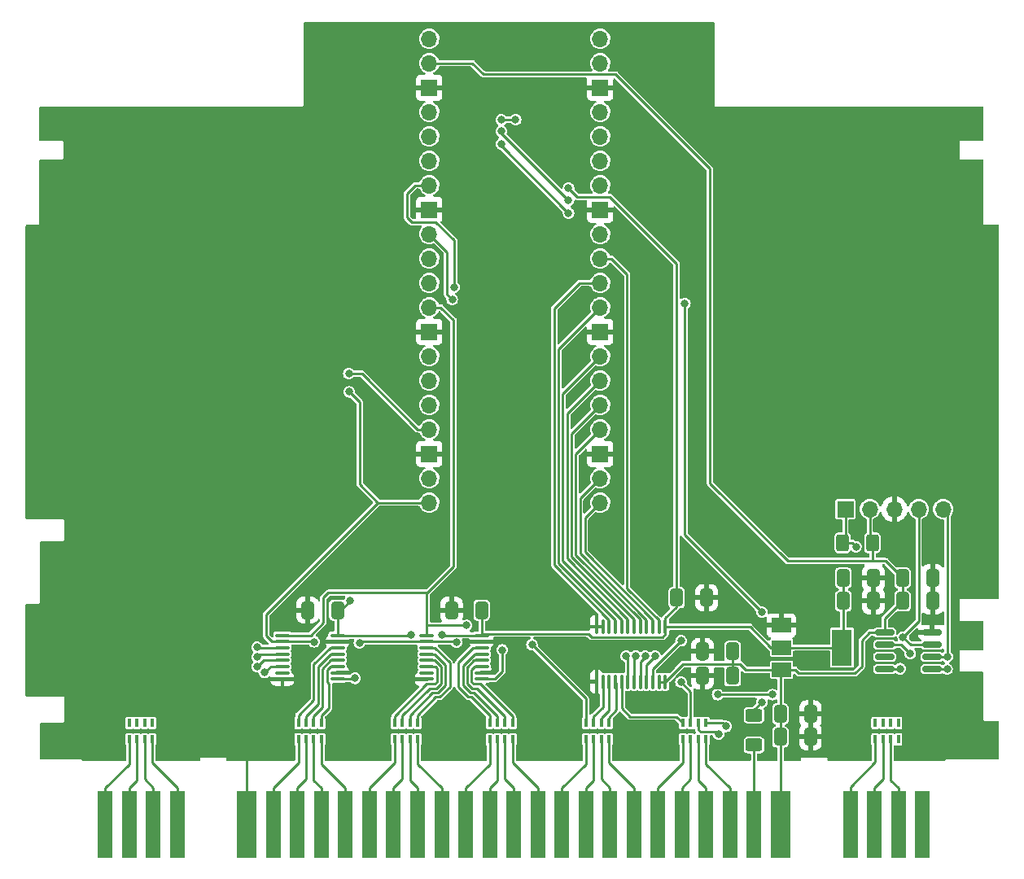
<source format=gtl>
G04 #@! TF.GenerationSoftware,KiCad,Pcbnew,(6.0.6)*
G04 #@! TF.CreationDate,2022-07-23T12:01:03-05:00*
G04 #@! TF.ProjectId,v0,76302e6b-6963-4616-945f-706362585858,v0*
G04 #@! TF.SameCoordinates,Original*
G04 #@! TF.FileFunction,Copper,L1,Top*
G04 #@! TF.FilePolarity,Positive*
%FSLAX46Y46*%
G04 Gerber Fmt 4.6, Leading zero omitted, Abs format (unit mm)*
G04 Created by KiCad (PCBNEW (6.0.6)) date 2022-07-23 12:01:03*
%MOMM*%
%LPD*%
G01*
G04 APERTURE LIST*
G04 Aperture macros list*
%AMRoundRect*
0 Rectangle with rounded corners*
0 $1 Rounding radius*
0 $2 $3 $4 $5 $6 $7 $8 $9 X,Y pos of 4 corners*
0 Add a 4 corners polygon primitive as box body*
4,1,4,$2,$3,$4,$5,$6,$7,$8,$9,$2,$3,0*
0 Add four circle primitives for the rounded corners*
1,1,$1+$1,$2,$3*
1,1,$1+$1,$4,$5*
1,1,$1+$1,$6,$7*
1,1,$1+$1,$8,$9*
0 Add four rect primitives between the rounded corners*
20,1,$1+$1,$2,$3,$4,$5,0*
20,1,$1+$1,$4,$5,$6,$7,0*
20,1,$1+$1,$6,$7,$8,$9,0*
20,1,$1+$1,$8,$9,$2,$3,0*%
G04 Aperture macros list end*
G04 #@! TA.AperFunction,SMDPad,CuDef*
%ADD10RoundRect,0.250000X0.412500X0.650000X-0.412500X0.650000X-0.412500X-0.650000X0.412500X-0.650000X0*%
G04 #@! TD*
G04 #@! TA.AperFunction,SMDPad,CuDef*
%ADD11RoundRect,0.150000X-0.825000X-0.150000X0.825000X-0.150000X0.825000X0.150000X-0.825000X0.150000X0*%
G04 #@! TD*
G04 #@! TA.AperFunction,SMDPad,CuDef*
%ADD12R,0.400000X0.900000*%
G04 #@! TD*
G04 #@! TA.AperFunction,SMDPad,CuDef*
%ADD13RoundRect,0.250000X-0.625000X0.400000X-0.625000X-0.400000X0.625000X-0.400000X0.625000X0.400000X0*%
G04 #@! TD*
G04 #@! TA.AperFunction,SMDPad,CuDef*
%ADD14RoundRect,0.100000X-0.637500X-0.100000X0.637500X-0.100000X0.637500X0.100000X-0.637500X0.100000X0*%
G04 #@! TD*
G04 #@! TA.AperFunction,SMDPad,CuDef*
%ADD15RoundRect,0.250000X-0.412500X-0.650000X0.412500X-0.650000X0.412500X0.650000X-0.412500X0.650000X0*%
G04 #@! TD*
G04 #@! TA.AperFunction,ConnectorPad*
%ADD16R,1.501140X7.000240*%
G04 #@! TD*
G04 #@! TA.AperFunction,ConnectorPad*
%ADD17R,1.998980X7.000240*%
G04 #@! TD*
G04 #@! TA.AperFunction,ComponentPad*
%ADD18R,1.700000X1.700000*%
G04 #@! TD*
G04 #@! TA.AperFunction,ComponentPad*
%ADD19O,1.700000X1.700000*%
G04 #@! TD*
G04 #@! TA.AperFunction,SMDPad,CuDef*
%ADD20RoundRect,0.250000X0.400000X0.625000X-0.400000X0.625000X-0.400000X-0.625000X0.400000X-0.625000X0*%
G04 #@! TD*
G04 #@! TA.AperFunction,SMDPad,CuDef*
%ADD21R,2.000000X1.500000*%
G04 #@! TD*
G04 #@! TA.AperFunction,SMDPad,CuDef*
%ADD22R,2.000000X3.800000*%
G04 #@! TD*
G04 #@! TA.AperFunction,SMDPad,CuDef*
%ADD23RoundRect,0.100000X-0.100000X0.637500X-0.100000X-0.637500X0.100000X-0.637500X0.100000X0.637500X0*%
G04 #@! TD*
G04 #@! TA.AperFunction,ViaPad*
%ADD24C,0.800000*%
G04 #@! TD*
G04 #@! TA.AperFunction,Conductor*
%ADD25C,0.250000*%
G04 #@! TD*
G04 APERTURE END LIST*
D10*
X118862500Y-107000000D03*
X115737500Y-107000000D03*
D11*
X175775000Y-109345000D03*
X175775000Y-110615000D03*
X175775000Y-111885000D03*
X175775000Y-113155000D03*
X180725000Y-113155000D03*
X180725000Y-111885000D03*
X180725000Y-110615000D03*
X180725000Y-109345000D03*
D10*
X159962500Y-111300000D03*
X156837500Y-111300000D03*
D12*
X97200000Y-120450000D03*
X98000000Y-120450000D03*
X98800000Y-120450000D03*
X99600000Y-120450000D03*
X99600000Y-118750000D03*
X98800000Y-118750000D03*
X98000000Y-118750000D03*
X97200000Y-118750000D03*
D13*
X162200000Y-117950000D03*
X162200000Y-121050000D03*
D14*
X113137500Y-109625000D03*
X113137500Y-110275000D03*
X113137500Y-110925000D03*
X113137500Y-111575000D03*
X113137500Y-112225000D03*
X113137500Y-112875000D03*
X113137500Y-113525000D03*
X113137500Y-114175000D03*
X118862500Y-114175000D03*
X118862500Y-113525000D03*
X118862500Y-112875000D03*
X118862500Y-112225000D03*
X118862500Y-111575000D03*
X118862500Y-110925000D03*
X118862500Y-110275000D03*
X118862500Y-109625000D03*
D15*
X177637500Y-103650000D03*
X180762500Y-103650000D03*
D16*
X94700720Y-129300380D03*
X97200080Y-129300380D03*
X99699440Y-129300380D03*
X102198800Y-129300380D03*
D17*
X109450500Y-129300380D03*
D16*
X112198780Y-129300380D03*
X114700680Y-129300380D03*
X117200040Y-129300380D03*
X119699400Y-129300380D03*
X122198760Y-129300380D03*
X124700660Y-129300380D03*
X127200020Y-129300380D03*
X129699380Y-129300380D03*
X132198740Y-129300380D03*
X134700640Y-129300380D03*
X137200000Y-129300380D03*
X139699360Y-129300380D03*
X142201260Y-129300380D03*
X144700620Y-129300380D03*
X147199980Y-129300380D03*
X149699340Y-129300380D03*
X152201240Y-129300380D03*
X154700600Y-129300380D03*
X157199960Y-129300380D03*
X159699320Y-129300380D03*
X162201220Y-129300380D03*
D17*
X164949500Y-129300380D03*
D16*
X172201200Y-129300380D03*
X174700560Y-129300380D03*
X177199920Y-129300380D03*
X179699280Y-129300380D03*
D18*
X171700000Y-96500000D03*
D19*
X174240000Y-96500000D03*
X176780000Y-96500000D03*
X179320000Y-96500000D03*
X181860000Y-96500000D03*
D20*
X174500000Y-100000000D03*
X171400000Y-100000000D03*
D15*
X164937500Y-117800000D03*
X168062500Y-117800000D03*
D12*
X174800000Y-120450000D03*
X175600000Y-120450000D03*
X176400000Y-120450000D03*
X177200000Y-120450000D03*
X177200000Y-118750000D03*
X176400000Y-118750000D03*
X175600000Y-118750000D03*
X174800000Y-118750000D03*
D10*
X133862500Y-107000000D03*
X130737500Y-107000000D03*
D12*
X134700000Y-120450000D03*
X135500000Y-120450000D03*
X136300000Y-120450000D03*
X137100000Y-120450000D03*
X137100000Y-118750000D03*
X136300000Y-118750000D03*
X135500000Y-118750000D03*
X134700000Y-118750000D03*
D14*
X128137500Y-109625000D03*
X128137500Y-110275000D03*
X128137500Y-110925000D03*
X128137500Y-111575000D03*
X128137500Y-112225000D03*
X128137500Y-112875000D03*
X128137500Y-113525000D03*
X128137500Y-114175000D03*
X133862500Y-114175000D03*
X133862500Y-113525000D03*
X133862500Y-112875000D03*
X133862500Y-112225000D03*
X133862500Y-111575000D03*
X133862500Y-110925000D03*
X133862500Y-110275000D03*
X133862500Y-109625000D03*
D21*
X165050000Y-108600000D03*
D22*
X171350000Y-110900000D03*
D21*
X165050000Y-110900000D03*
X165050000Y-113200000D03*
D12*
X144700000Y-120450000D03*
X145500000Y-120450000D03*
X146300000Y-120450000D03*
X147100000Y-120450000D03*
X147100000Y-118750000D03*
X146300000Y-118750000D03*
X145500000Y-118750000D03*
X144700000Y-118750000D03*
X154800000Y-120450000D03*
X155600000Y-120450000D03*
X156400000Y-120450000D03*
X157200000Y-120450000D03*
X157200000Y-118750000D03*
X156400000Y-118750000D03*
X155600000Y-118750000D03*
X154800000Y-118750000D03*
D15*
X171487500Y-103650000D03*
X174612500Y-103650000D03*
X164937500Y-120200000D03*
X168062500Y-120200000D03*
D12*
X124800000Y-120450000D03*
X125600000Y-120450000D03*
X126400000Y-120450000D03*
X127200000Y-120450000D03*
X127200000Y-118750000D03*
X126400000Y-118750000D03*
X125600000Y-118750000D03*
X124800000Y-118750000D03*
D15*
X177637500Y-106050000D03*
X180762500Y-106050000D03*
X171487500Y-106050000D03*
X174612500Y-106050000D03*
D10*
X159962500Y-113850000D03*
X156837500Y-113850000D03*
D23*
X152975000Y-108737500D03*
X152325000Y-108737500D03*
X151675000Y-108737500D03*
X151025000Y-108737500D03*
X150375000Y-108737500D03*
X149725000Y-108737500D03*
X149075000Y-108737500D03*
X148425000Y-108737500D03*
X147775000Y-108737500D03*
X147125000Y-108737500D03*
X146475000Y-108737500D03*
X145825000Y-108737500D03*
X145825000Y-114462500D03*
X146475000Y-114462500D03*
X147125000Y-114462500D03*
X147775000Y-114462500D03*
X148425000Y-114462500D03*
X149075000Y-114462500D03*
X149725000Y-114462500D03*
X150375000Y-114462500D03*
X151025000Y-114462500D03*
X151675000Y-114462500D03*
X152325000Y-114462500D03*
X152975000Y-114462500D03*
D12*
X114800000Y-120450000D03*
X115600000Y-120450000D03*
X116400000Y-120450000D03*
X117200000Y-120450000D03*
X117200000Y-118750000D03*
X116400000Y-118750000D03*
X115600000Y-118750000D03*
X114800000Y-118750000D03*
D15*
X154137500Y-105700000D03*
X157262500Y-105700000D03*
D19*
X146190000Y-47570000D03*
X146190000Y-50110000D03*
D18*
X146190000Y-52650000D03*
D19*
X146190000Y-55190000D03*
X146190000Y-57730000D03*
X146190000Y-60270000D03*
X146190000Y-62810000D03*
D18*
X146190000Y-65350000D03*
D19*
X146190000Y-67890000D03*
X146190000Y-70430000D03*
X146190000Y-72970000D03*
X146190000Y-75510000D03*
D18*
X146190000Y-78050000D03*
D19*
X146190000Y-80590000D03*
X146190000Y-83130000D03*
X146190000Y-85670000D03*
X146190000Y-88210000D03*
D18*
X146190000Y-90750000D03*
D19*
X146190000Y-93290000D03*
X146190000Y-95830000D03*
X128410000Y-95830000D03*
X128410000Y-93290000D03*
D18*
X128410000Y-90750000D03*
D19*
X128410000Y-88210000D03*
X128410000Y-85670000D03*
X128410000Y-83130000D03*
X128410000Y-80590000D03*
D18*
X128410000Y-78050000D03*
D19*
X128410000Y-75510000D03*
X128410000Y-72970000D03*
X128410000Y-70430000D03*
X128410000Y-67890000D03*
D18*
X128410000Y-65350000D03*
D19*
X128410000Y-62810000D03*
X128410000Y-60270000D03*
X128410000Y-57730000D03*
X128410000Y-55190000D03*
D18*
X128410000Y-52650000D03*
D19*
X128410000Y-50110000D03*
X128410000Y-47570000D03*
D24*
X120050000Y-82400000D03*
X120100000Y-84300000D03*
X136000000Y-111150000D03*
X131000000Y-73400000D03*
X130800000Y-74700000D03*
X135700000Y-65000000D03*
X156850000Y-109550000D03*
X156850000Y-115500000D03*
X126500000Y-113150000D03*
X168050000Y-115850000D03*
X135251000Y-112950000D03*
X184400000Y-120100000D03*
X110500075Y-110874984D03*
X110496323Y-111874480D03*
X110518465Y-112876936D03*
X111300000Y-113500000D03*
X148888420Y-111787828D03*
X149887922Y-111786483D03*
X150887423Y-111787979D03*
X139100000Y-110600000D03*
X151900000Y-111800000D03*
X135900000Y-56000000D03*
X137400000Y-56000000D03*
X177700000Y-109800000D03*
X158400000Y-115800000D03*
X164100000Y-115800000D03*
X178450000Y-111550000D03*
X159300000Y-119100000D03*
X182275500Y-113150000D03*
X182300000Y-111850000D03*
X158500000Y-119900000D03*
X154600000Y-114500000D03*
X135900000Y-57200000D03*
X142900000Y-64400000D03*
X163000000Y-116600000D03*
X155000000Y-75100000D03*
X163000000Y-107200000D03*
X135900000Y-58500000D03*
X142900000Y-65700000D03*
X121150000Y-110400000D03*
X116450000Y-110300000D03*
X131250000Y-110349500D03*
X132300000Y-108600000D03*
X120700000Y-114100000D03*
X142900000Y-63100000D03*
X129700000Y-109550500D03*
X126550000Y-109550500D03*
X120200000Y-106000000D03*
X154599998Y-110200000D03*
X172800000Y-100400000D03*
X177400000Y-113100000D03*
D25*
X112025000Y-110275000D02*
X113137500Y-110275000D01*
X111450000Y-109700000D02*
X112025000Y-110275000D01*
X111450000Y-107450000D02*
X111450000Y-109700000D01*
X123070000Y-95830000D02*
X111450000Y-107450000D01*
X128410000Y-95830000D02*
X123070000Y-95830000D01*
X121200000Y-85400000D02*
X120100000Y-84300000D01*
X123080000Y-95830000D02*
X121200000Y-93950000D01*
X121200000Y-93950000D02*
X121200000Y-85400000D01*
X128410000Y-95830000D02*
X123080000Y-95830000D01*
X127210000Y-88210000D02*
X128410000Y-88210000D01*
X121400000Y-82400000D02*
X127210000Y-88210000D01*
X120050000Y-82400000D02*
X121400000Y-82400000D01*
X135225000Y-114175000D02*
X136000000Y-113400000D01*
X136000000Y-113400000D02*
X136000000Y-111150000D01*
X133862500Y-114175000D02*
X135225000Y-114175000D01*
X126100000Y-63650000D02*
X126940000Y-62810000D01*
X129100000Y-66650000D02*
X126600000Y-66650000D01*
X126100000Y-66150000D02*
X126100000Y-63650000D01*
X126940000Y-62810000D02*
X128410000Y-62810000D01*
X131000000Y-68550000D02*
X129100000Y-66650000D01*
X126600000Y-66650000D02*
X126100000Y-66150000D01*
X131000000Y-73400000D02*
X131000000Y-68550000D01*
X130275500Y-69755500D02*
X130275500Y-74175500D01*
X128410000Y-67890000D02*
X130275500Y-69755500D01*
X130275500Y-74175500D02*
X130800000Y-74700000D01*
X118887500Y-109650000D02*
X126450500Y-109650000D01*
X126450500Y-109650000D02*
X126550000Y-109550500D01*
X130950000Y-102450000D02*
X128137500Y-105262500D01*
X130950000Y-76850000D02*
X130950000Y-102450000D01*
X128137500Y-105262500D02*
X128137500Y-109625000D01*
X129610000Y-75510000D02*
X130950000Y-76850000D01*
X128410000Y-75510000D02*
X129610000Y-75510000D01*
X135900000Y-56000000D02*
X137400000Y-56000000D01*
X94700720Y-125499280D02*
X97200000Y-123000000D01*
X94700720Y-129300380D02*
X94700720Y-125499280D01*
X97200000Y-123000000D02*
X97200000Y-120450000D01*
X97200080Y-125499920D02*
X98000000Y-124700000D01*
X98000000Y-124700000D02*
X98000000Y-120450000D01*
X97200080Y-129300380D02*
X97200080Y-125499920D01*
X99699440Y-125499440D02*
X98800000Y-124600000D01*
X99699440Y-129300380D02*
X99699440Y-125499440D01*
X98800000Y-124600000D02*
X98800000Y-120450000D01*
X102198800Y-129300380D02*
X102198800Y-125498800D01*
X102198800Y-125498800D02*
X99600000Y-122900000D01*
X99600000Y-122900000D02*
X99600000Y-120450000D01*
X109450500Y-129300380D02*
X109450500Y-122350000D01*
X156837500Y-109562500D02*
X156850000Y-109550000D01*
X156837500Y-115487500D02*
X156850000Y-115500000D01*
X156837500Y-113850000D02*
X156837500Y-115487500D01*
X133862500Y-113525000D02*
X134676000Y-113525000D01*
X168062500Y-115862500D02*
X168050000Y-115850000D01*
X134676000Y-113525000D02*
X135251000Y-112950000D01*
X156837500Y-111300000D02*
X156837500Y-109562500D01*
X128410000Y-65350000D02*
X135350000Y-65350000D01*
X135350000Y-65350000D02*
X135700000Y-65000000D01*
X114800000Y-122900000D02*
X114800000Y-120450000D01*
X112198780Y-125501220D02*
X114800000Y-122900000D01*
X112198780Y-129300380D02*
X112198780Y-125501220D01*
X114700680Y-125499320D02*
X115600000Y-124600000D01*
X114700680Y-129300380D02*
X114700680Y-125499320D01*
X115600000Y-124600000D02*
X115600000Y-120450000D01*
X116400000Y-124700000D02*
X116400000Y-120450000D01*
X117200040Y-129300380D02*
X117200040Y-125500040D01*
X117200040Y-125500040D02*
X116400000Y-124700000D01*
X117200000Y-123000000D02*
X117200000Y-120450000D01*
X119699400Y-129300380D02*
X119699400Y-125499400D01*
X119699400Y-125499400D02*
X117200000Y-123000000D01*
X122198760Y-129300380D02*
X122198760Y-125501240D01*
X124800000Y-122900000D02*
X124800000Y-120450000D01*
X122198760Y-125501240D02*
X124800000Y-122900000D01*
X124700660Y-129300380D02*
X124700660Y-125499340D01*
X124700660Y-125499340D02*
X125600000Y-124600000D01*
X125600000Y-124600000D02*
X125600000Y-120450000D01*
X126400000Y-124700000D02*
X126400000Y-120450000D01*
X127200020Y-129300380D02*
X127200020Y-125500020D01*
X127200020Y-125500020D02*
X126400000Y-124700000D01*
X129699380Y-125499380D02*
X127200000Y-123000000D01*
X127200000Y-123000000D02*
X127200000Y-120450000D01*
X129699380Y-129300380D02*
X129699380Y-125499380D01*
X132198740Y-125501260D02*
X134700000Y-123000000D01*
X134700000Y-123000000D02*
X134700000Y-120450000D01*
X132198740Y-129300380D02*
X132198740Y-125501260D01*
X135500000Y-124700000D02*
X135500000Y-120450000D01*
X135240000Y-124960000D02*
X135500000Y-124700000D01*
X134700640Y-125499360D02*
X135220000Y-124980000D01*
X134700640Y-129300380D02*
X134700640Y-125499360D01*
X137200000Y-125500000D02*
X136300000Y-124600000D01*
X136300000Y-124600000D02*
X136300000Y-120450000D01*
X137200000Y-129300380D02*
X137200000Y-125500000D01*
X139699360Y-125499360D02*
X137100000Y-122900000D01*
X137100000Y-122900000D02*
X137100000Y-120450000D01*
X139699360Y-129300380D02*
X139699360Y-125499360D01*
X142201260Y-129300380D02*
X142201260Y-125498740D01*
X142201260Y-125498740D02*
X144700000Y-123000000D01*
X144700000Y-123000000D02*
X144700000Y-120450000D01*
X144700620Y-125499380D02*
X145500000Y-124700000D01*
X145500000Y-124700000D02*
X145500000Y-120450000D01*
X144700620Y-129300380D02*
X144700620Y-125499380D01*
X147199980Y-129300380D02*
X147199980Y-125499980D01*
X147199980Y-125499980D02*
X146300000Y-124600000D01*
X146300000Y-124600000D02*
X146300000Y-120450000D01*
X149699340Y-129300380D02*
X149699340Y-125499340D01*
X149699340Y-125499340D02*
X147100000Y-122900000D01*
X147100000Y-122900000D02*
X147100000Y-120450000D01*
X154800000Y-122900000D02*
X154800000Y-120450000D01*
X152201240Y-129300380D02*
X152201240Y-125498760D01*
X152201240Y-125498760D02*
X154800000Y-122900000D01*
X155600000Y-124600000D02*
X155600000Y-120450000D01*
X154700600Y-125499400D02*
X155600000Y-124600000D01*
X154700600Y-129300380D02*
X154700600Y-125499400D01*
X157199960Y-129300380D02*
X157199960Y-125499960D01*
X156400000Y-124700000D02*
X156400000Y-120450000D01*
X157199960Y-125499960D02*
X156400000Y-124700000D01*
X157200000Y-123000000D02*
X157200000Y-120450000D01*
X159699320Y-125499320D02*
X157200000Y-123000000D01*
X159699320Y-129300380D02*
X159699320Y-125499320D01*
X162201220Y-129300380D02*
X162201220Y-121051220D01*
X172700000Y-113600000D02*
X173400000Y-112900000D01*
X134085000Y-51285000D02*
X147785000Y-51285000D01*
X174500000Y-101900000D02*
X175887500Y-101900000D01*
X164937500Y-117800000D02*
X164937500Y-113312500D01*
X154812500Y-112625000D02*
X160725000Y-112625000D01*
X175775000Y-107912500D02*
X177637500Y-106050000D01*
X166850000Y-113600000D02*
X172700000Y-113600000D01*
X166450000Y-113200000D02*
X166850000Y-113600000D01*
X164949500Y-120212000D02*
X164949500Y-129300380D01*
X165050000Y-113200000D02*
X166450000Y-113200000D01*
X157600000Y-61100000D02*
X157600000Y-93800000D01*
X152325000Y-114462500D02*
X152975000Y-114462500D01*
X157600000Y-93800000D02*
X165700000Y-101900000D01*
X174240000Y-99740000D02*
X174500000Y-100000000D01*
X174205000Y-109345000D02*
X175775000Y-109345000D01*
X175775000Y-109345000D02*
X175775000Y-107912500D01*
X128410000Y-50110000D02*
X132910000Y-50110000D01*
X174500000Y-100000000D02*
X174500000Y-101900000D01*
X174240000Y-96500000D02*
X174240000Y-99740000D01*
X164937500Y-117800000D02*
X164937500Y-120200000D01*
X161300000Y-113200000D02*
X165050000Y-113200000D01*
X152975000Y-114462500D02*
X154812500Y-112625000D01*
X173400000Y-110150000D02*
X174205000Y-109345000D01*
X177637500Y-106050000D02*
X177637500Y-103650000D01*
X159962500Y-111300000D02*
X159962500Y-112637500D01*
X160725000Y-112625000D02*
X161300000Y-113200000D01*
X175887500Y-101900000D02*
X177637500Y-103650000D01*
X159962500Y-113850000D02*
X159962500Y-112637500D01*
X132910000Y-50110000D02*
X134085000Y-51285000D01*
X173400000Y-112900000D02*
X173400000Y-110150000D01*
X147785000Y-51285000D02*
X157600000Y-61100000D01*
X165700000Y-101900000D02*
X174500000Y-101900000D01*
X174800000Y-122800000D02*
X174800000Y-120450000D01*
X172201200Y-125398800D02*
X174800000Y-122800000D01*
X172201200Y-129300380D02*
X172201200Y-125398800D01*
X174700560Y-129300380D02*
X174700560Y-125499440D01*
X175600000Y-124600000D02*
X175600000Y-120450000D01*
X174700560Y-125499440D02*
X175600000Y-124600000D01*
X177199920Y-129300380D02*
X177199920Y-125499920D01*
X177199920Y-125499920D02*
X176400000Y-124700000D01*
X176400000Y-124700000D02*
X176400000Y-120450000D01*
X117800000Y-113248959D02*
X117800000Y-114451041D01*
X118173959Y-112875000D02*
X117800000Y-113248959D01*
X117200000Y-118000000D02*
X117200000Y-118750000D01*
X118000000Y-117200000D02*
X117200000Y-118000000D01*
X118862500Y-112875000D02*
X118173959Y-112875000D01*
X117800000Y-114451041D02*
X118000000Y-114651041D01*
X118000000Y-114651041D02*
X118000000Y-117200000D01*
X118862500Y-112225000D02*
X118173253Y-112225000D01*
X117300000Y-113098959D02*
X117300000Y-117150000D01*
X118173253Y-112225706D02*
X117300000Y-113098959D01*
X116400000Y-118050000D02*
X116400000Y-118750000D01*
X117300000Y-117150000D02*
X116400000Y-118050000D01*
X118173253Y-112225000D02*
X118173253Y-112225706D01*
X116850000Y-116800000D02*
X115600000Y-118050000D01*
X118862500Y-111575000D02*
X118139310Y-111575000D01*
X115600000Y-118050000D02*
X115600000Y-118750000D01*
X118139310Y-111575000D02*
X116850000Y-112864310D01*
X116850000Y-112864310D02*
X116850000Y-116800000D01*
X116400000Y-112664310D02*
X116400000Y-116350000D01*
X114800000Y-117950000D02*
X114800000Y-118750000D01*
X118139310Y-110925000D02*
X116400000Y-112664310D01*
X116400000Y-116350000D02*
X114800000Y-117950000D01*
X118862500Y-110925000D02*
X118139310Y-110925000D01*
X130550000Y-115008111D02*
X130550000Y-112489771D01*
X127200000Y-118750000D02*
X127200000Y-117950000D01*
X127200000Y-117950000D02*
X129101497Y-116048503D01*
X130550000Y-112489771D02*
X128985229Y-110925000D01*
X129101497Y-116048503D02*
X129509608Y-116048503D01*
X128985229Y-110925000D02*
X128137500Y-110925000D01*
X129509608Y-116048503D02*
X130550000Y-115008111D01*
X130099002Y-114823419D02*
X129323419Y-115599002D01*
X128998833Y-111575000D02*
X130099002Y-112675169D01*
X128137500Y-111575000D02*
X128998833Y-111575000D01*
X128750998Y-115599002D02*
X126400000Y-117950000D01*
X126400000Y-117950000D02*
X126400000Y-118750000D01*
X130099002Y-112675169D02*
X130099002Y-114823419D01*
X129323419Y-115599002D02*
X128750998Y-115599002D01*
X128450499Y-115149501D02*
X125600000Y-118000000D01*
X128137500Y-112225000D02*
X129012437Y-112225000D01*
X125600000Y-118000000D02*
X125600000Y-118750000D01*
X129649501Y-112862064D02*
X129649501Y-114637230D01*
X129012437Y-112225000D02*
X129649501Y-112862064D01*
X129649501Y-114637230D02*
X129137230Y-115149501D01*
X129137230Y-115149501D02*
X128450499Y-115149501D01*
X129026041Y-112875000D02*
X129200000Y-113048959D01*
X128137500Y-112875000D02*
X129026041Y-112875000D01*
X129200000Y-113048959D02*
X129200000Y-114451041D01*
X128150000Y-114700000D02*
X124800000Y-118050000D01*
X129200000Y-114451041D02*
X128951041Y-114700000D01*
X124800000Y-118050000D02*
X124800000Y-118750000D01*
X128951041Y-114700000D02*
X128150000Y-114700000D01*
X133750000Y-114700000D02*
X133048959Y-114700000D01*
X137100000Y-118750000D02*
X137100000Y-118050000D01*
X137100000Y-118050000D02*
X133750000Y-114700000D01*
X132800000Y-113200000D02*
X133125000Y-112875000D01*
X133048959Y-114700000D02*
X132800000Y-114451041D01*
X133125000Y-112875000D02*
X133862500Y-112875000D01*
X132800000Y-114451041D02*
X132800000Y-113200000D01*
X133075000Y-112225000D02*
X133862500Y-112225000D01*
X132862770Y-115149501D02*
X132350499Y-114637230D01*
X136300000Y-118750000D02*
X136300000Y-118050000D01*
X133399501Y-115149501D02*
X132862770Y-115149501D01*
X132350499Y-112949501D02*
X133075000Y-112225000D01*
X132350499Y-114637230D02*
X132350499Y-112949501D01*
X136300000Y-118050000D02*
X133399501Y-115149501D01*
X131900998Y-114823419D02*
X131900998Y-112762606D01*
X133049002Y-115599002D02*
X132676581Y-115599002D01*
X135500000Y-118050000D02*
X133049002Y-115599002D01*
X135500000Y-118750000D02*
X135500000Y-118050000D01*
X132676581Y-115599002D02*
X131900998Y-114823419D01*
X131900998Y-112762606D02*
X133088604Y-111575000D01*
X133088604Y-111575000D02*
X133862500Y-111575000D01*
X132490392Y-116048503D02*
X131450000Y-115008111D01*
X134700000Y-118750000D02*
X134700000Y-118000000D01*
X132988604Y-110925000D02*
X133862500Y-110925000D01*
X131450000Y-115008111D02*
X131450000Y-112463604D01*
X134700000Y-118000000D02*
X132748503Y-116048503D01*
X131450000Y-112463604D02*
X132988604Y-110925000D01*
X132748503Y-116048503D02*
X132490392Y-116048503D01*
X110550091Y-110925000D02*
X110500075Y-110874984D01*
X113137500Y-110925000D02*
X110550091Y-110925000D01*
X110795803Y-111575000D02*
X110496323Y-111874480D01*
X113137500Y-111575000D02*
X110795803Y-111575000D01*
X111219901Y-112175500D02*
X110518465Y-112876936D01*
X113088000Y-112175500D02*
X111219901Y-112175500D01*
X113137500Y-112875000D02*
X111925000Y-112875000D01*
X111925000Y-112875000D02*
X111300000Y-113500000D01*
X149075000Y-114462500D02*
X149075000Y-111974408D01*
X149075000Y-111974408D02*
X148888420Y-111787828D01*
X149725000Y-111949405D02*
X149887922Y-111786483D01*
X149725000Y-114462500D02*
X149725000Y-111949405D01*
X150375000Y-112337217D02*
X150887423Y-111824794D01*
X150887423Y-111824794D02*
X150887423Y-111787979D01*
X150375000Y-114462500D02*
X150375000Y-112337217D01*
X147900000Y-114587500D02*
X147775000Y-114462500D01*
X147100000Y-118200000D02*
X147900000Y-117400000D01*
X147100000Y-118750000D02*
X147100000Y-118200000D01*
X147900000Y-117400000D02*
X147900000Y-114587500D01*
X146300000Y-118250000D02*
X147125000Y-117425000D01*
X147125000Y-117425000D02*
X147125000Y-114462500D01*
X146300000Y-118750000D02*
X146300000Y-118250000D01*
X145500000Y-118063604D02*
X146475000Y-117088604D01*
X146475000Y-117088604D02*
X146475000Y-114462500D01*
X145500000Y-118750000D02*
X145500000Y-118063604D01*
X144700000Y-116200000D02*
X139100000Y-110600000D01*
X144700000Y-118750000D02*
X144700000Y-116200000D01*
X151025000Y-112675000D02*
X151900000Y-111800000D01*
X151025000Y-114462500D02*
X151025000Y-112675000D01*
X178515000Y-110615000D02*
X177700000Y-109800000D01*
X177700000Y-109800000D02*
X179320000Y-108180000D01*
X179320000Y-108180000D02*
X179320000Y-96500000D01*
X158400000Y-115800000D02*
X164100000Y-115800000D01*
X180725000Y-110615000D02*
X178515000Y-110615000D01*
X175775000Y-110615000D02*
X177515000Y-110615000D01*
X177515000Y-110615000D02*
X178450000Y-111550000D01*
X157200000Y-118750000D02*
X158950000Y-118750000D01*
X158950000Y-118750000D02*
X159300000Y-119100000D01*
X180725000Y-113155000D02*
X182270500Y-113155000D01*
X182270500Y-113155000D02*
X182275500Y-113150000D01*
X180725000Y-111885000D02*
X182265000Y-111885000D01*
X158275000Y-119675000D02*
X158500000Y-119900000D01*
X156625000Y-119675000D02*
X158275000Y-119675000D01*
X182300000Y-111850000D02*
X182300000Y-96940000D01*
X182265000Y-111885000D02*
X182300000Y-111850000D01*
X182300000Y-96940000D02*
X181860000Y-96500000D01*
X156400000Y-118750000D02*
X156400000Y-119450000D01*
X156400000Y-119450000D02*
X156625000Y-119675000D01*
X155600000Y-118750000D02*
X155600000Y-115500000D01*
X155600000Y-115500000D02*
X154600000Y-114500000D01*
X148425000Y-117225000D02*
X148425000Y-114462500D01*
X154150000Y-118100000D02*
X149300000Y-118100000D01*
X154800000Y-118750000D02*
X154150000Y-118100000D01*
X149300000Y-118100000D02*
X148425000Y-117225000D01*
X142900000Y-64400000D02*
X135900000Y-57400000D01*
X135900000Y-57400000D02*
X135900000Y-57200000D01*
X162200000Y-117950000D02*
X162200000Y-117400000D01*
X142900000Y-65700000D02*
X135900000Y-58700000D01*
X162200000Y-117400000D02*
X163000000Y-116600000D01*
X155000000Y-99200000D02*
X163000000Y-107200000D01*
X135900000Y-58700000D02*
X135900000Y-58500000D01*
X155000000Y-75100000D02*
X155000000Y-99200000D01*
X131250000Y-110349500D02*
X131175500Y-110275000D01*
X116450000Y-110300000D02*
X116425000Y-110275000D01*
X121275000Y-110275000D02*
X128137500Y-110275000D01*
X131175500Y-110275000D02*
X128137500Y-110275000D01*
X116425000Y-110275000D02*
X113137500Y-110275000D01*
X121150000Y-110400000D02*
X121275000Y-110275000D01*
X128137500Y-105200000D02*
X117900000Y-105200000D01*
X128137500Y-108600000D02*
X132300000Y-108600000D01*
X116075000Y-109625000D02*
X113137500Y-109625000D01*
X117400000Y-108300000D02*
X116075000Y-109625000D01*
X117900000Y-105200000D02*
X117400000Y-105700000D01*
X117400000Y-105700000D02*
X117400000Y-108300000D01*
X128137500Y-109625000D02*
X128137500Y-105200000D01*
X120625000Y-114175000D02*
X120700000Y-114100000D01*
X118862500Y-114175000D02*
X120625000Y-114175000D01*
X171500000Y-110750000D02*
X171500000Y-106062500D01*
X133862500Y-109625000D02*
X129774500Y-109625000D01*
X119200000Y-107000000D02*
X118862500Y-107000000D01*
X152975000Y-107825000D02*
X154137500Y-106662500D01*
X171487500Y-106050000D02*
X171487500Y-103650000D01*
X143800000Y-64000000D02*
X142900000Y-63100000D01*
X165050000Y-110900000D02*
X163950000Y-110900000D01*
X154137500Y-70947500D02*
X147190000Y-64000000D01*
X145300000Y-109800000D02*
X152700521Y-109800000D01*
X118862500Y-109625000D02*
X118862500Y-107000000D01*
X154137500Y-106662500D02*
X154137500Y-105700000D01*
X144954257Y-109454257D02*
X145300000Y-109800000D01*
X133862500Y-109625000D02*
X134033243Y-109454257D01*
X152975000Y-108737500D02*
X152975000Y-107825000D01*
X154137500Y-105700000D02*
X154137500Y-70947500D01*
X161787500Y-108737500D02*
X152975000Y-108737500D01*
X134033243Y-109454257D02*
X144954257Y-109454257D01*
X152700521Y-109800000D02*
X152975000Y-109525521D01*
X152975000Y-109525521D02*
X152975000Y-108737500D01*
X171350000Y-110900000D02*
X165050000Y-110900000D01*
X133862500Y-109625000D02*
X133862500Y-107000000D01*
X120200000Y-106000000D02*
X119200000Y-107000000D01*
X129774500Y-109625000D02*
X129700000Y-109550500D01*
X163950000Y-110900000D02*
X161787500Y-108737500D01*
X147190000Y-64000000D02*
X143800000Y-64000000D01*
X147330000Y-70430000D02*
X146190000Y-70430000D01*
X149000000Y-72100000D02*
X147330000Y-70430000D01*
X152325000Y-108048959D02*
X149000000Y-104723959D01*
X149000000Y-104723959D02*
X149000000Y-72100000D01*
X152325000Y-108737500D02*
X152325000Y-108048959D01*
X147125000Y-108025000D02*
X141400000Y-102300000D01*
X141400000Y-75600000D02*
X144030000Y-72970000D01*
X141400000Y-102300000D02*
X141400000Y-75600000D01*
X144030000Y-72970000D02*
X146190000Y-72970000D01*
X147125000Y-108737500D02*
X147125000Y-108025000D01*
X147775000Y-108039310D02*
X141852495Y-102116805D01*
X147775000Y-108737500D02*
X147775000Y-108039310D01*
X141852495Y-102116805D02*
X141852495Y-79847505D01*
X141852495Y-79847505D02*
X146190000Y-75510000D01*
X148425000Y-108737500D02*
X148425000Y-108025000D01*
X148425000Y-108025000D02*
X142301996Y-101901996D01*
X142301996Y-84478004D02*
X146190000Y-80590000D01*
X142301996Y-101901996D02*
X142301996Y-84478004D01*
X142751497Y-101657861D02*
X142751497Y-86568503D01*
X149075000Y-108737500D02*
X149075000Y-107981364D01*
X142751497Y-86568503D02*
X146190000Y-83130000D01*
X149075000Y-107981364D02*
X142751497Y-101657861D01*
X149725000Y-108737500D02*
X149725000Y-107995674D01*
X143200998Y-88659002D02*
X146190000Y-85670000D01*
X143200998Y-101471672D02*
X143200998Y-88659002D01*
X149725000Y-107995674D02*
X143200998Y-101471672D01*
X150375000Y-108737500D02*
X150375000Y-108009984D01*
X143650499Y-90749501D02*
X146190000Y-88210000D01*
X150375000Y-108009984D02*
X143650499Y-101285483D01*
X143650499Y-101285483D02*
X143650499Y-90749501D01*
X151025000Y-108737500D02*
X151025000Y-108024294D01*
X144100000Y-101099294D02*
X144100000Y-95380000D01*
X144100000Y-95380000D02*
X146190000Y-93290000D01*
X151025000Y-108024294D02*
X144100000Y-101099294D01*
X144600000Y-100962898D02*
X144600000Y-97420000D01*
X144600000Y-97420000D02*
X146190000Y-95830000D01*
X151675000Y-108737500D02*
X151675000Y-108037898D01*
X151675000Y-108037898D02*
X144600000Y-100962898D01*
X151675000Y-114462500D02*
X151675000Y-113125000D01*
X151675000Y-113125000D02*
X154599998Y-110200000D01*
X171400000Y-100000000D02*
X172400000Y-100000000D01*
X177345000Y-113155000D02*
X175775000Y-113155000D01*
X177400000Y-113100000D02*
X177345000Y-113155000D01*
X171700000Y-99700000D02*
X171400000Y-100000000D01*
X171700000Y-96500000D02*
X171700000Y-99700000D01*
X172400000Y-100000000D02*
X172800000Y-100400000D01*
G04 #@! TA.AperFunction,Conductor*
G36*
X158014621Y-45847502D02*
G01*
X158061114Y-45901158D01*
X158072500Y-45953500D01*
X158072500Y-54481656D01*
X158071196Y-54499735D01*
X158068443Y-54518723D01*
X158075934Y-54535198D01*
X158075934Y-54535199D01*
X158076495Y-54536432D01*
X158082700Y-54553118D01*
X158083082Y-54554420D01*
X158088178Y-54571789D01*
X158095432Y-54578084D01*
X158099408Y-54586828D01*
X158114614Y-54596647D01*
X158115756Y-54597385D01*
X158129980Y-54608064D01*
X158131009Y-54608957D01*
X158131010Y-54608958D01*
X158144683Y-54620822D01*
X158154189Y-54622200D01*
X158162259Y-54627411D01*
X158162873Y-54627500D01*
X158181656Y-54627500D01*
X158199736Y-54628804D01*
X158200810Y-54628960D01*
X158200811Y-54628960D01*
X158218723Y-54631557D01*
X158223070Y-54629581D01*
X158227646Y-54630245D01*
X158227646Y-54627500D01*
X185945640Y-54627500D01*
X186013761Y-54647502D01*
X186060254Y-54701158D01*
X186071640Y-54753500D01*
X186071640Y-58046260D01*
X186051638Y-58114381D01*
X185997982Y-58160874D01*
X185945640Y-58172260D01*
X183718124Y-58172260D01*
X183700044Y-58170956D01*
X183698970Y-58170800D01*
X183698969Y-58170800D01*
X183681057Y-58168203D01*
X183664582Y-58175694D01*
X183664581Y-58175694D01*
X183663348Y-58176255D01*
X183646662Y-58182460D01*
X183645360Y-58182842D01*
X183645359Y-58182843D01*
X183627991Y-58187938D01*
X183621696Y-58195192D01*
X183612952Y-58199168D01*
X183603133Y-58214374D01*
X183602395Y-58215516D01*
X183591716Y-58229740D01*
X183591609Y-58229864D01*
X183578958Y-58244443D01*
X183577580Y-58253949D01*
X183572369Y-58262019D01*
X183572280Y-58262633D01*
X183572280Y-58281416D01*
X183570976Y-58299495D01*
X183568223Y-58318483D01*
X183570199Y-58322830D01*
X183569535Y-58327406D01*
X183572280Y-58327406D01*
X183572280Y-59980676D01*
X183570976Y-59998755D01*
X183568223Y-60017743D01*
X183575714Y-60034218D01*
X183575714Y-60034219D01*
X183576275Y-60035452D01*
X183582480Y-60052138D01*
X183582862Y-60053440D01*
X183587958Y-60070809D01*
X183595212Y-60077104D01*
X183599188Y-60085848D01*
X183614394Y-60095667D01*
X183615536Y-60096405D01*
X183629760Y-60107084D01*
X183630789Y-60107977D01*
X183630790Y-60107978D01*
X183644463Y-60119842D01*
X183653969Y-60121220D01*
X183662039Y-60126431D01*
X183662653Y-60126520D01*
X183681436Y-60126520D01*
X183699516Y-60127824D01*
X183700590Y-60127980D01*
X183700591Y-60127980D01*
X183718503Y-60130577D01*
X183722850Y-60128601D01*
X183727426Y-60129265D01*
X183727426Y-60126520D01*
X185945640Y-60126520D01*
X186013761Y-60146522D01*
X186060254Y-60200178D01*
X186071640Y-60252520D01*
X186071640Y-66782796D01*
X186070336Y-66800875D01*
X186067583Y-66819863D01*
X186075074Y-66836338D01*
X186075074Y-66836339D01*
X186075635Y-66837572D01*
X186081840Y-66854258D01*
X186082222Y-66855560D01*
X186087318Y-66872929D01*
X186094572Y-66879224D01*
X186098548Y-66887968D01*
X186113754Y-66897787D01*
X186114896Y-66898525D01*
X186129120Y-66909204D01*
X186130149Y-66910097D01*
X186130150Y-66910098D01*
X186143823Y-66921962D01*
X186153329Y-66923340D01*
X186161399Y-66928551D01*
X186162013Y-66928640D01*
X186180796Y-66928640D01*
X186198876Y-66929944D01*
X186199950Y-66930100D01*
X186199951Y-66930100D01*
X186217863Y-66932697D01*
X186222210Y-66930721D01*
X186226786Y-66931385D01*
X186226786Y-66928640D01*
X187545840Y-66928640D01*
X187613961Y-66948642D01*
X187660454Y-67002298D01*
X187671840Y-67054640D01*
X187671840Y-105747460D01*
X187651838Y-105815581D01*
X187598182Y-105862074D01*
X187545840Y-105873460D01*
X183718124Y-105873460D01*
X183700044Y-105872156D01*
X183698970Y-105872000D01*
X183698969Y-105872000D01*
X183681057Y-105869403D01*
X183664582Y-105876894D01*
X183664581Y-105876894D01*
X183663348Y-105877455D01*
X183646662Y-105883660D01*
X183645360Y-105884042D01*
X183645359Y-105884043D01*
X183627991Y-105889138D01*
X183621696Y-105896392D01*
X183612952Y-105900368D01*
X183603133Y-105915574D01*
X183602395Y-105916716D01*
X183591716Y-105930940D01*
X183578958Y-105945643D01*
X183577580Y-105955149D01*
X183572369Y-105963219D01*
X183572280Y-105963833D01*
X183572280Y-105982616D01*
X183570976Y-106000695D01*
X183568223Y-106019683D01*
X183570199Y-106024030D01*
X183569535Y-106028606D01*
X183572280Y-106028606D01*
X183572280Y-107981596D01*
X183570976Y-107999675D01*
X183568223Y-108018663D01*
X183575714Y-108035138D01*
X183575714Y-108035139D01*
X183576275Y-108036372D01*
X183582480Y-108053058D01*
X183582862Y-108054360D01*
X183587958Y-108071729D01*
X183595212Y-108078024D01*
X183599188Y-108086768D01*
X183614394Y-108096587D01*
X183615536Y-108097325D01*
X183629760Y-108108004D01*
X183630789Y-108108897D01*
X183630790Y-108108898D01*
X183644463Y-108120762D01*
X183653969Y-108122140D01*
X183662039Y-108127351D01*
X183662653Y-108127440D01*
X183681436Y-108127440D01*
X183699516Y-108128744D01*
X183700590Y-108128900D01*
X183700591Y-108128900D01*
X183718503Y-108131497D01*
X183722850Y-108129521D01*
X183727426Y-108130185D01*
X183727426Y-108127440D01*
X185945640Y-108127440D01*
X186013761Y-108147442D01*
X186060254Y-108201098D01*
X186071640Y-108253440D01*
X186071640Y-111045900D01*
X186051638Y-111114021D01*
X185997982Y-111160514D01*
X185945640Y-111171900D01*
X183718124Y-111171900D01*
X183700044Y-111170596D01*
X183698970Y-111170440D01*
X183698969Y-111170440D01*
X183681057Y-111167843D01*
X183664582Y-111175334D01*
X183664581Y-111175334D01*
X183663348Y-111175895D01*
X183646662Y-111182100D01*
X183645360Y-111182482D01*
X183645359Y-111182483D01*
X183627991Y-111187578D01*
X183621696Y-111194832D01*
X183612952Y-111198808D01*
X183603133Y-111214014D01*
X183602395Y-111215156D01*
X183591716Y-111229380D01*
X183578958Y-111244083D01*
X183577580Y-111253589D01*
X183572369Y-111261659D01*
X183572280Y-111262273D01*
X183572280Y-111281056D01*
X183570976Y-111299136D01*
X183570832Y-111300132D01*
X183568223Y-111318123D01*
X183570199Y-111322470D01*
X183569535Y-111327046D01*
X183572280Y-111327046D01*
X183572280Y-113282576D01*
X183570976Y-113300655D01*
X183568223Y-113319643D01*
X183575714Y-113336118D01*
X183575714Y-113336119D01*
X183576275Y-113337352D01*
X183582480Y-113354038D01*
X183582862Y-113355340D01*
X183587958Y-113372709D01*
X183595212Y-113379004D01*
X183599188Y-113387748D01*
X183614394Y-113397567D01*
X183615536Y-113398305D01*
X183629760Y-113408984D01*
X183630789Y-113409877D01*
X183630790Y-113409878D01*
X183644463Y-113421742D01*
X183653969Y-113423120D01*
X183662039Y-113428331D01*
X183662653Y-113428420D01*
X183681436Y-113428420D01*
X183699516Y-113429724D01*
X183700590Y-113429880D01*
X183700591Y-113429880D01*
X183718503Y-113432477D01*
X183722850Y-113430501D01*
X183727426Y-113431165D01*
X183727426Y-113428420D01*
X185945640Y-113428420D01*
X186013761Y-113448422D01*
X186060254Y-113502078D01*
X186071640Y-113554420D01*
X186071640Y-118382896D01*
X186070336Y-118400975D01*
X186067583Y-118419963D01*
X186075074Y-118436438D01*
X186075074Y-118436439D01*
X186075635Y-118437672D01*
X186081840Y-118454358D01*
X186082222Y-118455660D01*
X186087318Y-118473029D01*
X186094572Y-118479324D01*
X186098548Y-118488068D01*
X186113754Y-118497887D01*
X186114896Y-118498625D01*
X186129120Y-118509304D01*
X186130149Y-118510197D01*
X186130150Y-118510198D01*
X186143823Y-118522062D01*
X186153329Y-118523440D01*
X186161399Y-118528651D01*
X186162013Y-118528740D01*
X186180796Y-118528740D01*
X186198876Y-118530044D01*
X186199950Y-118530200D01*
X186199951Y-118530200D01*
X186217863Y-118532797D01*
X186222210Y-118530821D01*
X186226786Y-118531485D01*
X186226786Y-118528740D01*
X187545840Y-118528740D01*
X187613961Y-118548742D01*
X187660454Y-118602398D01*
X187671840Y-118654740D01*
X187671840Y-122445420D01*
X187651838Y-122513541D01*
X187598182Y-122560034D01*
X187545840Y-122571420D01*
X182219524Y-122571420D01*
X182201444Y-122570116D01*
X182200370Y-122569960D01*
X182200369Y-122569960D01*
X182182457Y-122567363D01*
X182165982Y-122574854D01*
X182165981Y-122574854D01*
X182164748Y-122575415D01*
X182148062Y-122581620D01*
X182146760Y-122582002D01*
X182146759Y-122582003D01*
X182129391Y-122587098D01*
X182123096Y-122594352D01*
X182114352Y-122598328D01*
X182104533Y-122613534D01*
X182103795Y-122614676D01*
X182093116Y-122628900D01*
X182090936Y-122631413D01*
X182080361Y-122643600D01*
X182079543Y-122642890D01*
X182047273Y-122680061D01*
X181979251Y-122700000D01*
X176851500Y-122700000D01*
X176783379Y-122679998D01*
X176736886Y-122626342D01*
X176725500Y-122574000D01*
X176725500Y-121193454D01*
X176745502Y-121125333D01*
X176799158Y-121078840D01*
X176869432Y-121068736D01*
X176898828Y-121080012D01*
X176899983Y-121077223D01*
X176911453Y-121081974D01*
X176921769Y-121088867D01*
X176933938Y-121091288D01*
X176933939Y-121091288D01*
X176974184Y-121099293D01*
X176980252Y-121100500D01*
X177419748Y-121100500D01*
X177425816Y-121099293D01*
X177466061Y-121091288D01*
X177466062Y-121091288D01*
X177478231Y-121088867D01*
X177544552Y-121044552D01*
X177588867Y-120978231D01*
X177600500Y-120919748D01*
X177600500Y-119980252D01*
X177593687Y-119946000D01*
X177591288Y-119933939D01*
X177591288Y-119933938D01*
X177588867Y-119921769D01*
X177544552Y-119855448D01*
X177478231Y-119811133D01*
X177466062Y-119808712D01*
X177466061Y-119808712D01*
X177425816Y-119800707D01*
X177419748Y-119799500D01*
X176980252Y-119799500D01*
X176974184Y-119800707D01*
X176933939Y-119808712D01*
X176933938Y-119808712D01*
X176921769Y-119811133D01*
X176911452Y-119818027D01*
X176911449Y-119818028D01*
X176870003Y-119845722D01*
X176802251Y-119866938D01*
X176729997Y-119845722D01*
X176688551Y-119818028D01*
X176688548Y-119818027D01*
X176678231Y-119811133D01*
X176666062Y-119808712D01*
X176666061Y-119808712D01*
X176625816Y-119800707D01*
X176619748Y-119799500D01*
X176180252Y-119799500D01*
X176174184Y-119800707D01*
X176133939Y-119808712D01*
X176133938Y-119808712D01*
X176121769Y-119811133D01*
X176111452Y-119818027D01*
X176111449Y-119818028D01*
X176070003Y-119845722D01*
X176002251Y-119866938D01*
X175929997Y-119845722D01*
X175888551Y-119818028D01*
X175888548Y-119818027D01*
X175878231Y-119811133D01*
X175866062Y-119808712D01*
X175866061Y-119808712D01*
X175825816Y-119800707D01*
X175819748Y-119799500D01*
X175380252Y-119799500D01*
X175374184Y-119800707D01*
X175333939Y-119808712D01*
X175333938Y-119808712D01*
X175321769Y-119811133D01*
X175311452Y-119818027D01*
X175311449Y-119818028D01*
X175270003Y-119845722D01*
X175202251Y-119866938D01*
X175129997Y-119845722D01*
X175088551Y-119818028D01*
X175088548Y-119818027D01*
X175078231Y-119811133D01*
X175066062Y-119808712D01*
X175066061Y-119808712D01*
X175025816Y-119800707D01*
X175019748Y-119799500D01*
X174580252Y-119799500D01*
X174574184Y-119800707D01*
X174533939Y-119808712D01*
X174533938Y-119808712D01*
X174521769Y-119811133D01*
X174455448Y-119855448D01*
X174411133Y-119921769D01*
X174408712Y-119933938D01*
X174408712Y-119933939D01*
X174406313Y-119946000D01*
X174399500Y-119980252D01*
X174399500Y-120919748D01*
X174411133Y-120978231D01*
X174418026Y-120988547D01*
X174453265Y-121041285D01*
X174474500Y-121111288D01*
X174474500Y-122574000D01*
X174454498Y-122642121D01*
X174400842Y-122688614D01*
X174348500Y-122700000D01*
X169952800Y-122700000D01*
X169884679Y-122679998D01*
X169838186Y-122626342D01*
X169826800Y-122574000D01*
X169826800Y-122519144D01*
X169828104Y-122501064D01*
X169828260Y-122499990D01*
X169828260Y-122499989D01*
X169830857Y-122482077D01*
X169822804Y-122464365D01*
X169816600Y-122447682D01*
X169816218Y-122446380D01*
X169816217Y-122446379D01*
X169811122Y-122429011D01*
X169803868Y-122422716D01*
X169799892Y-122413972D01*
X169784686Y-122404153D01*
X169783544Y-122403415D01*
X169769320Y-122392736D01*
X169768291Y-122391843D01*
X169768290Y-122391842D01*
X169754617Y-122379978D01*
X169745111Y-122378600D01*
X169737041Y-122373389D01*
X169736427Y-122373300D01*
X169717644Y-122373300D01*
X169699564Y-122371996D01*
X169698490Y-122371840D01*
X169698489Y-122371840D01*
X169680577Y-122369243D01*
X169676230Y-122371219D01*
X169671654Y-122370555D01*
X169671654Y-122373300D01*
X167218284Y-122373300D01*
X167200204Y-122371996D01*
X167199130Y-122371840D01*
X167199129Y-122371840D01*
X167181217Y-122369243D01*
X167164742Y-122376734D01*
X167164741Y-122376734D01*
X167163508Y-122377295D01*
X167146822Y-122383500D01*
X167145520Y-122383882D01*
X167145519Y-122383883D01*
X167128151Y-122388978D01*
X167121856Y-122396232D01*
X167113112Y-122400208D01*
X167103293Y-122415414D01*
X167102555Y-122416556D01*
X167091876Y-122430780D01*
X167091769Y-122430904D01*
X167079118Y-122445483D01*
X167077740Y-122454989D01*
X167072529Y-122463059D01*
X167072440Y-122463673D01*
X167072440Y-122482456D01*
X167071136Y-122500535D01*
X167068383Y-122519523D01*
X167070359Y-122523870D01*
X167069695Y-122528446D01*
X167072440Y-122528446D01*
X167072440Y-122574000D01*
X167052438Y-122642121D01*
X166998782Y-122688614D01*
X166946440Y-122700000D01*
X165401000Y-122700000D01*
X165332879Y-122679998D01*
X165286386Y-122626342D01*
X165275000Y-122574000D01*
X165275000Y-121426500D01*
X165295002Y-121358379D01*
X165348658Y-121311886D01*
X165397926Y-121301169D01*
X165397901Y-121300640D01*
X165400868Y-121300500D01*
X165403834Y-121300500D01*
X165421752Y-121298806D01*
X165427722Y-121298242D01*
X165427723Y-121298242D01*
X165435369Y-121297519D01*
X165563184Y-121252634D01*
X165570754Y-121247042D01*
X165570757Y-121247041D01*
X165664579Y-121177742D01*
X165672150Y-121172150D01*
X165725072Y-121100500D01*
X165747041Y-121070757D01*
X165747042Y-121070754D01*
X165752634Y-121063184D01*
X165797519Y-120935369D01*
X165800500Y-120903834D01*
X165800500Y-120897095D01*
X166892001Y-120897095D01*
X166892338Y-120903614D01*
X166902257Y-120999206D01*
X166905149Y-121012600D01*
X166956588Y-121166784D01*
X166962761Y-121179962D01*
X167048063Y-121317807D01*
X167057099Y-121329208D01*
X167171829Y-121443739D01*
X167183240Y-121452751D01*
X167321243Y-121537816D01*
X167334424Y-121543963D01*
X167488710Y-121595138D01*
X167502086Y-121598005D01*
X167596438Y-121607672D01*
X167602854Y-121608000D01*
X167790385Y-121608000D01*
X167805624Y-121603525D01*
X167806829Y-121602135D01*
X167808500Y-121594452D01*
X167808500Y-121589884D01*
X168316500Y-121589884D01*
X168320975Y-121605123D01*
X168322365Y-121606328D01*
X168330048Y-121607999D01*
X168522095Y-121607999D01*
X168528614Y-121607662D01*
X168624206Y-121597743D01*
X168637600Y-121594851D01*
X168791784Y-121543412D01*
X168804962Y-121537239D01*
X168942807Y-121451937D01*
X168954208Y-121442901D01*
X169068739Y-121328171D01*
X169077751Y-121316760D01*
X169162816Y-121178757D01*
X169168963Y-121165576D01*
X169220138Y-121011290D01*
X169223005Y-120997914D01*
X169232672Y-120903562D01*
X169233000Y-120897146D01*
X169233000Y-120472115D01*
X169228525Y-120456876D01*
X169227135Y-120455671D01*
X169219452Y-120454000D01*
X168334615Y-120454000D01*
X168319376Y-120458475D01*
X168318171Y-120459865D01*
X168316500Y-120467548D01*
X168316500Y-121589884D01*
X167808500Y-121589884D01*
X167808500Y-120472115D01*
X167804025Y-120456876D01*
X167802635Y-120455671D01*
X167794952Y-120454000D01*
X166910116Y-120454000D01*
X166894877Y-120458475D01*
X166893672Y-120459865D01*
X166892001Y-120467548D01*
X166892001Y-120897095D01*
X165800500Y-120897095D01*
X165800500Y-119927885D01*
X166892000Y-119927885D01*
X166896475Y-119943124D01*
X166897865Y-119944329D01*
X166905548Y-119946000D01*
X167790385Y-119946000D01*
X167805624Y-119941525D01*
X167806829Y-119940135D01*
X167808500Y-119932452D01*
X167808500Y-119927885D01*
X168316500Y-119927885D01*
X168320975Y-119943124D01*
X168322365Y-119944329D01*
X168330048Y-119946000D01*
X169214884Y-119946000D01*
X169230123Y-119941525D01*
X169231328Y-119940135D01*
X169232999Y-119932452D01*
X169232999Y-119502905D01*
X169232662Y-119496386D01*
X169222743Y-119400794D01*
X169219851Y-119387400D01*
X169168412Y-119233216D01*
X169162239Y-119220038D01*
X169162060Y-119219748D01*
X174399500Y-119219748D01*
X174400707Y-119225816D01*
X174406863Y-119256762D01*
X174411133Y-119278231D01*
X174455448Y-119344552D01*
X174521769Y-119388867D01*
X174533938Y-119391288D01*
X174533939Y-119391288D01*
X174553662Y-119395211D01*
X174580252Y-119400500D01*
X175019748Y-119400500D01*
X175046338Y-119395211D01*
X175066061Y-119391288D01*
X175066062Y-119391288D01*
X175078231Y-119388867D01*
X175088548Y-119381973D01*
X175088551Y-119381972D01*
X175129997Y-119354278D01*
X175197749Y-119333062D01*
X175270003Y-119354278D01*
X175311449Y-119381972D01*
X175311452Y-119381973D01*
X175321769Y-119388867D01*
X175333938Y-119391288D01*
X175333939Y-119391288D01*
X175353662Y-119395211D01*
X175380252Y-119400500D01*
X175819748Y-119400500D01*
X175846338Y-119395211D01*
X175866061Y-119391288D01*
X175866062Y-119391288D01*
X175878231Y-119388867D01*
X175888548Y-119381973D01*
X175888551Y-119381972D01*
X175929997Y-119354278D01*
X175997749Y-119333062D01*
X176070003Y-119354278D01*
X176111449Y-119381972D01*
X176111452Y-119381973D01*
X176121769Y-119388867D01*
X176133938Y-119391288D01*
X176133939Y-119391288D01*
X176153662Y-119395211D01*
X176180252Y-119400500D01*
X176619748Y-119400500D01*
X176646338Y-119395211D01*
X176666061Y-119391288D01*
X176666062Y-119391288D01*
X176678231Y-119388867D01*
X176688548Y-119381973D01*
X176688551Y-119381972D01*
X176729997Y-119354278D01*
X176797749Y-119333062D01*
X176870003Y-119354278D01*
X176911449Y-119381972D01*
X176911452Y-119381973D01*
X176921769Y-119388867D01*
X176933938Y-119391288D01*
X176933939Y-119391288D01*
X176953662Y-119395211D01*
X176980252Y-119400500D01*
X177419748Y-119400500D01*
X177446338Y-119395211D01*
X177466061Y-119391288D01*
X177466062Y-119391288D01*
X177478231Y-119388867D01*
X177544552Y-119344552D01*
X177588867Y-119278231D01*
X177593138Y-119256762D01*
X177599293Y-119225816D01*
X177600500Y-119219748D01*
X177600500Y-118280252D01*
X177588867Y-118221769D01*
X177544552Y-118155448D01*
X177491483Y-118119988D01*
X177488547Y-118118026D01*
X177478231Y-118111133D01*
X177466062Y-118108712D01*
X177466061Y-118108712D01*
X177425816Y-118100707D01*
X177419748Y-118099500D01*
X176980252Y-118099500D01*
X176974184Y-118100707D01*
X176933939Y-118108712D01*
X176933938Y-118108712D01*
X176921769Y-118111133D01*
X176911452Y-118118027D01*
X176911449Y-118118028D01*
X176870003Y-118145722D01*
X176802251Y-118166938D01*
X176729997Y-118145722D01*
X176688551Y-118118028D01*
X176688548Y-118118027D01*
X176678231Y-118111133D01*
X176666062Y-118108712D01*
X176666061Y-118108712D01*
X176625816Y-118100707D01*
X176619748Y-118099500D01*
X176180252Y-118099500D01*
X176174184Y-118100707D01*
X176133939Y-118108712D01*
X176133938Y-118108712D01*
X176121769Y-118111133D01*
X176111452Y-118118027D01*
X176111449Y-118118028D01*
X176070003Y-118145722D01*
X176002251Y-118166938D01*
X175929997Y-118145722D01*
X175888551Y-118118028D01*
X175888548Y-118118027D01*
X175878231Y-118111133D01*
X175866062Y-118108712D01*
X175866061Y-118108712D01*
X175825816Y-118100707D01*
X175819748Y-118099500D01*
X175380252Y-118099500D01*
X175374184Y-118100707D01*
X175333939Y-118108712D01*
X175333938Y-118108712D01*
X175321769Y-118111133D01*
X175311452Y-118118027D01*
X175311449Y-118118028D01*
X175270003Y-118145722D01*
X175202251Y-118166938D01*
X175129997Y-118145722D01*
X175088551Y-118118028D01*
X175088548Y-118118027D01*
X175078231Y-118111133D01*
X175066062Y-118108712D01*
X175066061Y-118108712D01*
X175025816Y-118100707D01*
X175019748Y-118099500D01*
X174580252Y-118099500D01*
X174574184Y-118100707D01*
X174533939Y-118108712D01*
X174533938Y-118108712D01*
X174521769Y-118111133D01*
X174511453Y-118118026D01*
X174508517Y-118119988D01*
X174455448Y-118155448D01*
X174411133Y-118221769D01*
X174399500Y-118280252D01*
X174399500Y-119219748D01*
X169162060Y-119219748D01*
X169076934Y-119082189D01*
X169073820Y-119078259D01*
X169047185Y-119012448D01*
X169060358Y-118942684D01*
X169073690Y-118921901D01*
X169077752Y-118916758D01*
X169162816Y-118778757D01*
X169168963Y-118765576D01*
X169220138Y-118611290D01*
X169223005Y-118597914D01*
X169232672Y-118503562D01*
X169233000Y-118497146D01*
X169233000Y-118072115D01*
X169228525Y-118056876D01*
X169227135Y-118055671D01*
X169219452Y-118054000D01*
X168334615Y-118054000D01*
X168319376Y-118058475D01*
X168318171Y-118059865D01*
X168316500Y-118067548D01*
X168316500Y-119927885D01*
X167808500Y-119927885D01*
X167808500Y-118072115D01*
X167804025Y-118056876D01*
X167802635Y-118055671D01*
X167794952Y-118054000D01*
X166910116Y-118054000D01*
X166894877Y-118058475D01*
X166893672Y-118059865D01*
X166892001Y-118067548D01*
X166892001Y-118497095D01*
X166892338Y-118503614D01*
X166902257Y-118599206D01*
X166905149Y-118612600D01*
X166956588Y-118766784D01*
X166962761Y-118779962D01*
X167048066Y-118917811D01*
X167051180Y-118921741D01*
X167077815Y-118987552D01*
X167064642Y-119057316D01*
X167051310Y-119078099D01*
X167047248Y-119083242D01*
X166962184Y-119221243D01*
X166956037Y-119234424D01*
X166904862Y-119388710D01*
X166901995Y-119402086D01*
X166892328Y-119496438D01*
X166892000Y-119502855D01*
X166892000Y-119927885D01*
X165800500Y-119927885D01*
X165800500Y-119496166D01*
X165797519Y-119464631D01*
X165752634Y-119336816D01*
X165747042Y-119329246D01*
X165747041Y-119329243D01*
X165677742Y-119235421D01*
X165672150Y-119227850D01*
X165636475Y-119201500D01*
X165570757Y-119152959D01*
X165570754Y-119152958D01*
X165563184Y-119147366D01*
X165482076Y-119118883D01*
X165424430Y-119077439D01*
X165398342Y-119011410D01*
X165412093Y-118941758D01*
X165461318Y-118890597D01*
X165482076Y-118881117D01*
X165501864Y-118874168D01*
X165563184Y-118852634D01*
X165570754Y-118847042D01*
X165570757Y-118847041D01*
X165664579Y-118777742D01*
X165672150Y-118772150D01*
X165705602Y-118726860D01*
X165747041Y-118670757D01*
X165747042Y-118670754D01*
X165752634Y-118663184D01*
X165797519Y-118535369D01*
X165800500Y-118503834D01*
X165800500Y-117527885D01*
X166892000Y-117527885D01*
X166896475Y-117543124D01*
X166897865Y-117544329D01*
X166905548Y-117546000D01*
X167790385Y-117546000D01*
X167805624Y-117541525D01*
X167806829Y-117540135D01*
X167808500Y-117532452D01*
X167808500Y-117527885D01*
X168316500Y-117527885D01*
X168320975Y-117543124D01*
X168322365Y-117544329D01*
X168330048Y-117546000D01*
X169214884Y-117546000D01*
X169230123Y-117541525D01*
X169231328Y-117540135D01*
X169232999Y-117532452D01*
X169232999Y-117102905D01*
X169232662Y-117096386D01*
X169222743Y-117000794D01*
X169219851Y-116987400D01*
X169168412Y-116833216D01*
X169162239Y-116820038D01*
X169076937Y-116682193D01*
X169067901Y-116670792D01*
X168953171Y-116556261D01*
X168941760Y-116547249D01*
X168803757Y-116462184D01*
X168790576Y-116456037D01*
X168636290Y-116404862D01*
X168622914Y-116401995D01*
X168528562Y-116392328D01*
X168522145Y-116392000D01*
X168334615Y-116392000D01*
X168319376Y-116396475D01*
X168318171Y-116397865D01*
X168316500Y-116405548D01*
X168316500Y-117527885D01*
X167808500Y-117527885D01*
X167808500Y-116410116D01*
X167804025Y-116394877D01*
X167802635Y-116393672D01*
X167794952Y-116392001D01*
X167602905Y-116392001D01*
X167596386Y-116392338D01*
X167500794Y-116402257D01*
X167487400Y-116405149D01*
X167333216Y-116456588D01*
X167320038Y-116462761D01*
X167182193Y-116548063D01*
X167170792Y-116557099D01*
X167056261Y-116671829D01*
X167047249Y-116683240D01*
X166962184Y-116821243D01*
X166956037Y-116834424D01*
X166904862Y-116988710D01*
X166901995Y-117002086D01*
X166892328Y-117096438D01*
X166892000Y-117102855D01*
X166892000Y-117527885D01*
X165800500Y-117527885D01*
X165800500Y-117096166D01*
X165797519Y-117064631D01*
X165752634Y-116936816D01*
X165747042Y-116929246D01*
X165747041Y-116929243D01*
X165677742Y-116835421D01*
X165672150Y-116827850D01*
X165655206Y-116815335D01*
X165570757Y-116752959D01*
X165570754Y-116752958D01*
X165563184Y-116747366D01*
X165435369Y-116702481D01*
X165427723Y-116701758D01*
X165427722Y-116701758D01*
X165421752Y-116701194D01*
X165403834Y-116699500D01*
X165389000Y-116699500D01*
X165320879Y-116679498D01*
X165274386Y-116625842D01*
X165263000Y-116573500D01*
X165263000Y-114276500D01*
X165283002Y-114208379D01*
X165336658Y-114161886D01*
X165389000Y-114150500D01*
X166069748Y-114150500D01*
X166075816Y-114149293D01*
X166116061Y-114141288D01*
X166116062Y-114141288D01*
X166128231Y-114138867D01*
X166194552Y-114094552D01*
X166238867Y-114028231D01*
X166250500Y-113969748D01*
X166250500Y-113765018D01*
X166270502Y-113696897D01*
X166324158Y-113650404D01*
X166394432Y-113640300D01*
X166459012Y-113669794D01*
X166465595Y-113675923D01*
X166605900Y-113816228D01*
X166613321Y-113824325D01*
X166637545Y-113853194D01*
X166670184Y-113872038D01*
X166679452Y-113877942D01*
X166710316Y-113899553D01*
X166720962Y-113902406D01*
X166724130Y-113903883D01*
X166727407Y-113905076D01*
X166736955Y-113910588D01*
X166766508Y-113915799D01*
X166774069Y-113917132D01*
X166784803Y-113919512D01*
X166821193Y-113929263D01*
X166832169Y-113928303D01*
X166832172Y-113928303D01*
X166858731Y-113925979D01*
X166869712Y-113925500D01*
X172680290Y-113925500D01*
X172691272Y-113925980D01*
X172717820Y-113928303D01*
X172717822Y-113928303D01*
X172728807Y-113929264D01*
X172765215Y-113919508D01*
X172775942Y-113917130D01*
X172779301Y-113916538D01*
X172813045Y-113910588D01*
X172822590Y-113905077D01*
X172825866Y-113903885D01*
X172829034Y-113902408D01*
X172839684Y-113899554D01*
X172870547Y-113877943D01*
X172879815Y-113872039D01*
X172902906Y-113858707D01*
X172912455Y-113853194D01*
X172936679Y-113824325D01*
X172944106Y-113816220D01*
X173422109Y-113338218D01*
X174599500Y-113338218D01*
X174600170Y-113342768D01*
X174600170Y-113342771D01*
X174606791Y-113387748D01*
X174609642Y-113407112D01*
X174622096Y-113432477D01*
X174656268Y-113502078D01*
X174661068Y-113511855D01*
X174683572Y-113534320D01*
X174732505Y-113583167D01*
X174743650Y-113594293D01*
X174753006Y-113598866D01*
X174753007Y-113598867D01*
X174761270Y-113602906D01*
X174848482Y-113645536D01*
X174864824Y-113647920D01*
X174912256Y-113654840D01*
X174912260Y-113654840D01*
X174916782Y-113655500D01*
X176633218Y-113655500D01*
X176637768Y-113654830D01*
X176637771Y-113654830D01*
X176692426Y-113646784D01*
X176692427Y-113646784D01*
X176702112Y-113645358D01*
X176777438Y-113608375D01*
X176797507Y-113598522D01*
X176797509Y-113598521D01*
X176806855Y-113593932D01*
X176837337Y-113563396D01*
X176899621Y-113529317D01*
X176970441Y-113534320D01*
X177003214Y-113552451D01*
X177090604Y-113619507D01*
X177090608Y-113619509D01*
X177097159Y-113624536D01*
X177243238Y-113685044D01*
X177400000Y-113705682D01*
X177408188Y-113704604D01*
X177427839Y-113702017D01*
X177556762Y-113685044D01*
X177702841Y-113624536D01*
X177828282Y-113528282D01*
X177847438Y-113503318D01*
X177859543Y-113487542D01*
X177924536Y-113402841D01*
X177985044Y-113256762D01*
X178005682Y-113100000D01*
X177985044Y-112943238D01*
X177981317Y-112934239D01*
X177972586Y-112913162D01*
X177924536Y-112797159D01*
X177846920Y-112696008D01*
X177833305Y-112678264D01*
X177828282Y-112671718D01*
X177806344Y-112654884D01*
X177762814Y-112621483D01*
X177702841Y-112575464D01*
X177556762Y-112514956D01*
X177400000Y-112494318D01*
X177243238Y-112514956D01*
X177097159Y-112575464D01*
X177041497Y-112618175D01*
X176980940Y-112664642D01*
X176971718Y-112671718D01*
X176964438Y-112681206D01*
X176961908Y-112683053D01*
X176960853Y-112684108D01*
X176960688Y-112683943D01*
X176907100Y-112723072D01*
X176836229Y-112727293D01*
X176807095Y-112714183D01*
X176806350Y-112715707D01*
X176701518Y-112664464D01*
X176671027Y-112660016D01*
X176637744Y-112655160D01*
X176637740Y-112655160D01*
X176633218Y-112654500D01*
X174916782Y-112654500D01*
X174912232Y-112655170D01*
X174912229Y-112655170D01*
X174857574Y-112663216D01*
X174857573Y-112663216D01*
X174847888Y-112664642D01*
X174808240Y-112684108D01*
X174752493Y-112711478D01*
X174752491Y-112711479D01*
X174743145Y-112716068D01*
X174660707Y-112798650D01*
X174656134Y-112808006D01*
X174656133Y-112808007D01*
X174650394Y-112819748D01*
X174609464Y-112903482D01*
X174606294Y-112925213D01*
X174600944Y-112961886D01*
X174599500Y-112971782D01*
X174599500Y-113338218D01*
X173422109Y-113338218D01*
X173616228Y-113144099D01*
X173624332Y-113136673D01*
X173644749Y-113119541D01*
X173653194Y-113112455D01*
X173672039Y-113079815D01*
X173677943Y-113070547D01*
X173693231Y-113048713D01*
X173699553Y-113039684D01*
X173702406Y-113029038D01*
X173703883Y-113025870D01*
X173705076Y-113022593D01*
X173710588Y-113013045D01*
X173717132Y-112975931D01*
X173719512Y-112965196D01*
X173726410Y-112939454D01*
X173729263Y-112928807D01*
X173728052Y-112914956D01*
X173725979Y-112891269D01*
X173725500Y-112880288D01*
X173725500Y-112068218D01*
X174599500Y-112068218D01*
X174600170Y-112072768D01*
X174600170Y-112072771D01*
X174608216Y-112127426D01*
X174609642Y-112137112D01*
X174627508Y-112173500D01*
X174652597Y-112224601D01*
X174661068Y-112241855D01*
X174679944Y-112260698D01*
X174734769Y-112315427D01*
X174743650Y-112324293D01*
X174753006Y-112328866D01*
X174753007Y-112328867D01*
X174785460Y-112344730D01*
X174848482Y-112375536D01*
X174868916Y-112378517D01*
X174912256Y-112384840D01*
X174912260Y-112384840D01*
X174916782Y-112385500D01*
X176633218Y-112385500D01*
X176637768Y-112384830D01*
X176637771Y-112384830D01*
X176692426Y-112376784D01*
X176692427Y-112376784D01*
X176702112Y-112375358D01*
X176759759Y-112347055D01*
X176797507Y-112328522D01*
X176797509Y-112328521D01*
X176806855Y-112323932D01*
X176866386Y-112264297D01*
X176881935Y-112248721D01*
X176881935Y-112248720D01*
X176889293Y-112241350D01*
X176896874Y-112225842D01*
X176936240Y-112145306D01*
X176940536Y-112136518D01*
X176948730Y-112080354D01*
X176949840Y-112072744D01*
X176949840Y-112072740D01*
X176950500Y-112068218D01*
X176950500Y-111701782D01*
X176944874Y-111663561D01*
X176941784Y-111642574D01*
X176941784Y-111642573D01*
X176940358Y-111632888D01*
X176903823Y-111558475D01*
X176893522Y-111537493D01*
X176893521Y-111537491D01*
X176888932Y-111528145D01*
X176806350Y-111445707D01*
X176794530Y-111439929D01*
X176722403Y-111404673D01*
X176701518Y-111394464D01*
X176671027Y-111390016D01*
X176637744Y-111385160D01*
X176637740Y-111385160D01*
X176633218Y-111384500D01*
X174916782Y-111384500D01*
X174912232Y-111385170D01*
X174912229Y-111385170D01*
X174857574Y-111393216D01*
X174857573Y-111393216D01*
X174847888Y-111394642D01*
X174809395Y-111413541D01*
X174752493Y-111441478D01*
X174752491Y-111441479D01*
X174743145Y-111446068D01*
X174660707Y-111528650D01*
X174656134Y-111538006D01*
X174656133Y-111538007D01*
X174646128Y-111558475D01*
X174609464Y-111633482D01*
X174599500Y-111701782D01*
X174599500Y-112068218D01*
X173725500Y-112068218D01*
X173725500Y-110337016D01*
X173745502Y-110268895D01*
X173762405Y-110247921D01*
X174302921Y-109707405D01*
X174365233Y-109673379D01*
X174392016Y-109670500D01*
X174577532Y-109670500D01*
X174645653Y-109690502D01*
X174666548Y-109707325D01*
X174712408Y-109753105D01*
X174734806Y-109775464D01*
X174743650Y-109784293D01*
X174753006Y-109788866D01*
X174753007Y-109788867D01*
X174765116Y-109794786D01*
X174848482Y-109835536D01*
X174876915Y-109839684D01*
X174912256Y-109844840D01*
X174912260Y-109844840D01*
X174916782Y-109845500D01*
X176633218Y-109845500D01*
X176637768Y-109844830D01*
X176637771Y-109844830D01*
X176692426Y-109836784D01*
X176692427Y-109836784D01*
X176702112Y-109835358D01*
X176769666Y-109802191D01*
X176797507Y-109788522D01*
X176797509Y-109788521D01*
X176806855Y-109783932D01*
X176854357Y-109736347D01*
X176880223Y-109710436D01*
X176942505Y-109676357D01*
X177013326Y-109681360D01*
X177070198Y-109723857D01*
X177095067Y-109790356D01*
X177095179Y-109793459D01*
X177094318Y-109800000D01*
X177114956Y-109956762D01*
X177118116Y-109964391D01*
X177167635Y-110083939D01*
X177175464Y-110102841D01*
X177176137Y-110103718D01*
X177192095Y-110169494D01*
X177168875Y-110236586D01*
X177113069Y-110280474D01*
X177066238Y-110289500D01*
X176972468Y-110289500D01*
X176904347Y-110269498D01*
X176883450Y-110252673D01*
X176875010Y-110244247D01*
X176822483Y-110191812D01*
X176813721Y-110183065D01*
X176813720Y-110183065D01*
X176806350Y-110175707D01*
X176794082Y-110169710D01*
X176753182Y-110149718D01*
X176701518Y-110124464D01*
X176657806Y-110118087D01*
X176637744Y-110115160D01*
X176637740Y-110115160D01*
X176633218Y-110114500D01*
X174916782Y-110114500D01*
X174912232Y-110115170D01*
X174912229Y-110115170D01*
X174857574Y-110123216D01*
X174857573Y-110123216D01*
X174847888Y-110124642D01*
X174810012Y-110143238D01*
X174752493Y-110171478D01*
X174752491Y-110171479D01*
X174743145Y-110176068D01*
X174711082Y-110208187D01*
X174682733Y-110236586D01*
X174660707Y-110258650D01*
X174609464Y-110363482D01*
X174608052Y-110373162D01*
X174604137Y-110400000D01*
X174599500Y-110431782D01*
X174599500Y-110798218D01*
X174600170Y-110802768D01*
X174600170Y-110802771D01*
X174603926Y-110828282D01*
X174609642Y-110867112D01*
X174620398Y-110889019D01*
X174652353Y-110954104D01*
X174661068Y-110971855D01*
X174668438Y-110979212D01*
X174735343Y-111046000D01*
X174743650Y-111054293D01*
X174848482Y-111105536D01*
X174878973Y-111109984D01*
X174912256Y-111114840D01*
X174912260Y-111114840D01*
X174916782Y-111115500D01*
X176633218Y-111115500D01*
X176637768Y-111114830D01*
X176637771Y-111114830D01*
X176692426Y-111106784D01*
X176692427Y-111106784D01*
X176702112Y-111105358D01*
X176752008Y-111080860D01*
X176797507Y-111058522D01*
X176797509Y-111058521D01*
X176806855Y-111053932D01*
X176856097Y-111004604D01*
X176883172Y-110977482D01*
X176945455Y-110943403D01*
X176972345Y-110940500D01*
X177327984Y-110940500D01*
X177396105Y-110960502D01*
X177417079Y-110977405D01*
X177817291Y-111377617D01*
X177851317Y-111439929D01*
X177853118Y-111483157D01*
X177844318Y-111550000D01*
X177853986Y-111623437D01*
X177863705Y-111697256D01*
X177864956Y-111706762D01*
X177925464Y-111852841D01*
X178021718Y-111978282D01*
X178147159Y-112074536D01*
X178293238Y-112135044D01*
X178450000Y-112155682D01*
X178458188Y-112154604D01*
X178471580Y-112152841D01*
X178606762Y-112135044D01*
X178752841Y-112074536D01*
X178878282Y-111978282D01*
X178974536Y-111852841D01*
X179035044Y-111706762D01*
X179036296Y-111697256D01*
X179046014Y-111623437D01*
X179055682Y-111550000D01*
X179042384Y-111448991D01*
X179036122Y-111401426D01*
X179035044Y-111393238D01*
X178974536Y-111247159D01*
X178906665Y-111158707D01*
X178894769Y-111143204D01*
X178869169Y-111076983D01*
X178883434Y-111007435D01*
X178933035Y-110956639D01*
X178994732Y-110940500D01*
X179527532Y-110940500D01*
X179595653Y-110960502D01*
X179616548Y-110977325D01*
X179640691Y-111001426D01*
X179685343Y-111046000D01*
X179693650Y-111054293D01*
X179798482Y-111105536D01*
X179828973Y-111109984D01*
X179862256Y-111114840D01*
X179862260Y-111114840D01*
X179866782Y-111115500D01*
X181583218Y-111115500D01*
X181587768Y-111114830D01*
X181587771Y-111114830D01*
X181642426Y-111106784D01*
X181642427Y-111106784D01*
X181652112Y-111105358D01*
X181702008Y-111080860D01*
X181747507Y-111058522D01*
X181747509Y-111058521D01*
X181756855Y-111053932D01*
X181764212Y-111046562D01*
X181772681Y-111040499D01*
X181774558Y-111043121D01*
X181821617Y-111017375D01*
X181892437Y-111022383D01*
X181949307Y-111064883D01*
X181974172Y-111131384D01*
X181974500Y-111140474D01*
X181974500Y-111280714D01*
X181954498Y-111348835D01*
X181925204Y-111380677D01*
X181871718Y-111421718D01*
X181869929Y-111419387D01*
X181820048Y-111446625D01*
X181749233Y-111441560D01*
X181737932Y-111436704D01*
X181672403Y-111404673D01*
X181651518Y-111394464D01*
X181621027Y-111390016D01*
X181587744Y-111385160D01*
X181587740Y-111385160D01*
X181583218Y-111384500D01*
X179866782Y-111384500D01*
X179862232Y-111385170D01*
X179862229Y-111385170D01*
X179807574Y-111393216D01*
X179807573Y-111393216D01*
X179797888Y-111394642D01*
X179759395Y-111413541D01*
X179702493Y-111441478D01*
X179702491Y-111441479D01*
X179693145Y-111446068D01*
X179610707Y-111528650D01*
X179606134Y-111538006D01*
X179606133Y-111538007D01*
X179596128Y-111558475D01*
X179559464Y-111633482D01*
X179549500Y-111701782D01*
X179549500Y-112068218D01*
X179550170Y-112072768D01*
X179550170Y-112072771D01*
X179558216Y-112127426D01*
X179559642Y-112137112D01*
X179577508Y-112173500D01*
X179602597Y-112224601D01*
X179611068Y-112241855D01*
X179629944Y-112260698D01*
X179684769Y-112315427D01*
X179693650Y-112324293D01*
X179703006Y-112328866D01*
X179703007Y-112328867D01*
X179735460Y-112344730D01*
X179798482Y-112375536D01*
X179818916Y-112378517D01*
X179862256Y-112384840D01*
X179862260Y-112384840D01*
X179866782Y-112385500D01*
X181583218Y-112385500D01*
X181587768Y-112384830D01*
X181587771Y-112384830D01*
X181642426Y-112376784D01*
X181642427Y-112376784D01*
X181652112Y-112375358D01*
X181756855Y-112323932D01*
X181764212Y-112316562D01*
X181769689Y-112312641D01*
X181836722Y-112289251D01*
X181905759Y-112305815D01*
X181919739Y-112315130D01*
X181957592Y-112344175D01*
X181997159Y-112374536D01*
X182006770Y-112378517D01*
X182008184Y-112379657D01*
X182011940Y-112381825D01*
X182011602Y-112382411D01*
X182062051Y-112423065D01*
X182084472Y-112490429D01*
X182066914Y-112559220D01*
X182014952Y-112607598D01*
X182006769Y-112611335D01*
X181980291Y-112622302D01*
X181980288Y-112622304D01*
X181972659Y-112625464D01*
X181881369Y-112695513D01*
X181878562Y-112697667D01*
X181812342Y-112723267D01*
X181746525Y-112710904D01*
X181685766Y-112681205D01*
X181651518Y-112664464D01*
X181621027Y-112660016D01*
X181587744Y-112655160D01*
X181587740Y-112655160D01*
X181583218Y-112654500D01*
X179866782Y-112654500D01*
X179862232Y-112655170D01*
X179862229Y-112655170D01*
X179807574Y-112663216D01*
X179807573Y-112663216D01*
X179797888Y-112664642D01*
X179758240Y-112684108D01*
X179702493Y-112711478D01*
X179702491Y-112711479D01*
X179693145Y-112716068D01*
X179610707Y-112798650D01*
X179606134Y-112808006D01*
X179606133Y-112808007D01*
X179600394Y-112819748D01*
X179559464Y-112903482D01*
X179556294Y-112925213D01*
X179550944Y-112961886D01*
X179549500Y-112971782D01*
X179549500Y-113338218D01*
X179550170Y-113342768D01*
X179550170Y-113342771D01*
X179556791Y-113387748D01*
X179559642Y-113407112D01*
X179572096Y-113432477D01*
X179606268Y-113502078D01*
X179611068Y-113511855D01*
X179633572Y-113534320D01*
X179682505Y-113583167D01*
X179693650Y-113594293D01*
X179703006Y-113598866D01*
X179703007Y-113598867D01*
X179711270Y-113602906D01*
X179798482Y-113645536D01*
X179814824Y-113647920D01*
X179862256Y-113654840D01*
X179862260Y-113654840D01*
X179866782Y-113655500D01*
X181583218Y-113655500D01*
X181587768Y-113654830D01*
X181587771Y-113654830D01*
X181642426Y-113646784D01*
X181642427Y-113646784D01*
X181652112Y-113645358D01*
X181754201Y-113595235D01*
X181824165Y-113583167D01*
X181886436Y-113608375D01*
X181972659Y-113674536D01*
X182118738Y-113735044D01*
X182126926Y-113736122D01*
X182197119Y-113745363D01*
X182275500Y-113755682D01*
X182283688Y-113754604D01*
X182424074Y-113736122D01*
X182432262Y-113735044D01*
X182578341Y-113674536D01*
X182682916Y-113594293D01*
X182697236Y-113583305D01*
X182703782Y-113578282D01*
X182714733Y-113564011D01*
X182739813Y-113531325D01*
X182800036Y-113452841D01*
X182860544Y-113306762D01*
X182881182Y-113150000D01*
X182860544Y-112993238D01*
X182800036Y-112847159D01*
X182731559Y-112757918D01*
X182708805Y-112728264D01*
X182703782Y-112721718D01*
X182693126Y-112713541D01*
X182654653Y-112684020D01*
X182578341Y-112625464D01*
X182568730Y-112621483D01*
X182567316Y-112620343D01*
X182563560Y-112618175D01*
X182563898Y-112617589D01*
X182513449Y-112576935D01*
X182491028Y-112509571D01*
X182508586Y-112440780D01*
X182560548Y-112392402D01*
X182568731Y-112388665D01*
X182595209Y-112377698D01*
X182595213Y-112377695D01*
X182602841Y-112374536D01*
X182713987Y-112289251D01*
X182721736Y-112283305D01*
X182728282Y-112278282D01*
X182824536Y-112152841D01*
X182885044Y-112006762D01*
X182905682Y-111850000D01*
X182885044Y-111693238D01*
X182824536Y-111547159D01*
X182728282Y-111421718D01*
X182717626Y-111413541D01*
X182674796Y-111380677D01*
X182632929Y-111323339D01*
X182625500Y-111280714D01*
X182625500Y-97267781D01*
X182645502Y-97199660D01*
X182656111Y-97185460D01*
X182722564Y-97108472D01*
X182824323Y-96929344D01*
X182889351Y-96733863D01*
X182915171Y-96529474D01*
X182915583Y-96500000D01*
X182895480Y-96294970D01*
X182835935Y-96097749D01*
X182739218Y-95915849D01*
X182652186Y-95809137D01*
X182612906Y-95760975D01*
X182612903Y-95760972D01*
X182609011Y-95756200D01*
X182584479Y-95735905D01*
X182455025Y-95628811D01*
X182455021Y-95628809D01*
X182450275Y-95624882D01*
X182269055Y-95526897D01*
X182072254Y-95465977D01*
X182066129Y-95465333D01*
X182066128Y-95465333D01*
X181873498Y-95445087D01*
X181873496Y-95445087D01*
X181867369Y-95444443D01*
X181780529Y-95452346D01*
X181668342Y-95462555D01*
X181668339Y-95462556D01*
X181662203Y-95463114D01*
X181464572Y-95521280D01*
X181282002Y-95616726D01*
X181277201Y-95620586D01*
X181277198Y-95620588D01*
X181126254Y-95741950D01*
X181121447Y-95745815D01*
X180989024Y-95903630D01*
X180986056Y-95909028D01*
X180986053Y-95909033D01*
X180979315Y-95921290D01*
X180889776Y-96084162D01*
X180827484Y-96280532D01*
X180826798Y-96286649D01*
X180826797Y-96286653D01*
X180813338Y-96406646D01*
X180804520Y-96485262D01*
X180805036Y-96491406D01*
X180813296Y-96589766D01*
X180821759Y-96690553D01*
X180823458Y-96696478D01*
X180873220Y-96870018D01*
X180878544Y-96888586D01*
X180881359Y-96894063D01*
X180881360Y-96894066D01*
X180969897Y-97066341D01*
X180972712Y-97071818D01*
X181100677Y-97233270D01*
X181105370Y-97237264D01*
X181105371Y-97237265D01*
X181179541Y-97300388D01*
X181257564Y-97366791D01*
X181262942Y-97369797D01*
X181262944Y-97369798D01*
X181293387Y-97386812D01*
X181437398Y-97467297D01*
X181521280Y-97494552D01*
X181627471Y-97529056D01*
X181627475Y-97529057D01*
X181633329Y-97530959D01*
X181837894Y-97555351D01*
X181844032Y-97554879D01*
X181850199Y-97555008D01*
X181850143Y-97557667D01*
X181908327Y-97570017D01*
X181958781Y-97619965D01*
X181974500Y-97680908D01*
X181974500Y-102423215D01*
X181954498Y-102491336D01*
X181900842Y-102537829D01*
X181830568Y-102547933D01*
X181765988Y-102518439D01*
X181759482Y-102512388D01*
X181653171Y-102406261D01*
X181641760Y-102397249D01*
X181503757Y-102312184D01*
X181490576Y-102306037D01*
X181336290Y-102254862D01*
X181322914Y-102251995D01*
X181228562Y-102242328D01*
X181222145Y-102242000D01*
X181034615Y-102242000D01*
X181019376Y-102246475D01*
X181018171Y-102247865D01*
X181016500Y-102255548D01*
X181016500Y-107439884D01*
X181020975Y-107455123D01*
X181022365Y-107456328D01*
X181030048Y-107457999D01*
X181222095Y-107457999D01*
X181228614Y-107457662D01*
X181324206Y-107447743D01*
X181337600Y-107444851D01*
X181491784Y-107393412D01*
X181504962Y-107387239D01*
X181642807Y-107301937D01*
X181654208Y-107292901D01*
X181759327Y-107187599D01*
X181821610Y-107153520D01*
X181892430Y-107158523D01*
X181949302Y-107201020D01*
X181974171Y-107267519D01*
X181974500Y-107276617D01*
X181974500Y-108465305D01*
X181954498Y-108533426D01*
X181900842Y-108579919D01*
X181830568Y-108590023D01*
X181813347Y-108586302D01*
X181659938Y-108541732D01*
X181647333Y-108539430D01*
X181618916Y-108537193D01*
X181613986Y-108537000D01*
X180997115Y-108537000D01*
X180981876Y-108541475D01*
X180980671Y-108542865D01*
X180979000Y-108550548D01*
X180979000Y-109473000D01*
X180958998Y-109541121D01*
X180905342Y-109587614D01*
X180853000Y-109599000D01*
X179263122Y-109599000D01*
X179249591Y-109602973D01*
X179248456Y-109610871D01*
X179289107Y-109750790D01*
X179295352Y-109765221D01*
X179371911Y-109894678D01*
X179381551Y-109907104D01*
X179487896Y-110013449D01*
X179500323Y-110023089D01*
X179554360Y-110055046D01*
X179602813Y-110106939D01*
X179615518Y-110176789D01*
X179588443Y-110242421D01*
X179530183Y-110282995D01*
X179490221Y-110289500D01*
X178702016Y-110289500D01*
X178633895Y-110269498D01*
X178612921Y-110252595D01*
X178332709Y-109972383D01*
X178298683Y-109910071D01*
X178296882Y-109866842D01*
X178296902Y-109866695D01*
X178305682Y-109800000D01*
X178296882Y-109733157D01*
X178307821Y-109663010D01*
X178332709Y-109627617D01*
X179051844Y-108908482D01*
X179114156Y-108874456D01*
X179184971Y-108879521D01*
X179241807Y-108922068D01*
X179266618Y-108988588D01*
X179261936Y-109032730D01*
X179250061Y-109073604D01*
X179250101Y-109087706D01*
X179257370Y-109091000D01*
X180452885Y-109091000D01*
X180468124Y-109086525D01*
X180469329Y-109085135D01*
X180471000Y-109077452D01*
X180471000Y-108555116D01*
X180466525Y-108539877D01*
X180465135Y-108538672D01*
X180457452Y-108537001D01*
X179836017Y-108537001D01*
X179831080Y-108537195D01*
X179802664Y-108539430D01*
X179790069Y-108541730D01*
X179726922Y-108560077D01*
X179655926Y-108559875D01*
X179596309Y-108521321D01*
X179567000Y-108456657D01*
X179577304Y-108386412D01*
X179582647Y-108376083D01*
X179592037Y-108359818D01*
X179597945Y-108350544D01*
X179606857Y-108337816D01*
X179619554Y-108319684D01*
X179622408Y-108309034D01*
X179623885Y-108305866D01*
X179625077Y-108302590D01*
X179630588Y-108293045D01*
X179637130Y-108255942D01*
X179639509Y-108245210D01*
X179646410Y-108219456D01*
X179649264Y-108208807D01*
X179646233Y-108174158D01*
X179645980Y-108171272D01*
X179645500Y-108160290D01*
X179645500Y-107371621D01*
X179665502Y-107303500D01*
X179719158Y-107257007D01*
X179789432Y-107246903D01*
X179854012Y-107276397D01*
X179860517Y-107282447D01*
X179871828Y-107293738D01*
X179883240Y-107302751D01*
X180021243Y-107387816D01*
X180034424Y-107393963D01*
X180188710Y-107445138D01*
X180202086Y-107448005D01*
X180296438Y-107457672D01*
X180302854Y-107458000D01*
X180490385Y-107458000D01*
X180505624Y-107453525D01*
X180506829Y-107452135D01*
X180508500Y-107444452D01*
X180508500Y-102260116D01*
X180504025Y-102244877D01*
X180502635Y-102243672D01*
X180494952Y-102242001D01*
X180302905Y-102242001D01*
X180296386Y-102242338D01*
X180200794Y-102252257D01*
X180187400Y-102255149D01*
X180033216Y-102306588D01*
X180020038Y-102312761D01*
X179882193Y-102398063D01*
X179870792Y-102407099D01*
X179860674Y-102417235D01*
X179798392Y-102451315D01*
X179727572Y-102446312D01*
X179670698Y-102403816D01*
X179645829Y-102337318D01*
X179645500Y-102328218D01*
X179645500Y-97590062D01*
X179665502Y-97521941D01*
X179714690Y-97477596D01*
X179880113Y-97394035D01*
X179880115Y-97394034D01*
X179885610Y-97391258D01*
X179901345Y-97378965D01*
X180043101Y-97268213D01*
X180047951Y-97264424D01*
X180103854Y-97199660D01*
X180178540Y-97113134D01*
X180178540Y-97113133D01*
X180182564Y-97108472D01*
X180203387Y-97071818D01*
X180221056Y-97040714D01*
X180284323Y-96929344D01*
X180349351Y-96733863D01*
X180375171Y-96529474D01*
X180375583Y-96500000D01*
X180355480Y-96294970D01*
X180295935Y-96097749D01*
X180199218Y-95915849D01*
X180112186Y-95809137D01*
X180072906Y-95760975D01*
X180072903Y-95760972D01*
X180069011Y-95756200D01*
X180044479Y-95735905D01*
X179915025Y-95628811D01*
X179915021Y-95628809D01*
X179910275Y-95624882D01*
X179729055Y-95526897D01*
X179532254Y-95465977D01*
X179526129Y-95465333D01*
X179526128Y-95465333D01*
X179333498Y-95445087D01*
X179333496Y-95445087D01*
X179327369Y-95444443D01*
X179240529Y-95452346D01*
X179128342Y-95462555D01*
X179128339Y-95462556D01*
X179122203Y-95463114D01*
X178924572Y-95521280D01*
X178742002Y-95616726D01*
X178737201Y-95620586D01*
X178737198Y-95620588D01*
X178586254Y-95741950D01*
X178581447Y-95745815D01*
X178449024Y-95903630D01*
X178446056Y-95909028D01*
X178446053Y-95909033D01*
X178439315Y-95921290D01*
X178349776Y-96084162D01*
X178347914Y-96090032D01*
X178331068Y-96143138D01*
X178291405Y-96202022D01*
X178226202Y-96230114D01*
X178156163Y-96218497D01*
X178103523Y-96170857D01*
X178088762Y-96135735D01*
X178071214Y-96065875D01*
X178067894Y-96056124D01*
X177982972Y-95860814D01*
X177978105Y-95851739D01*
X177862426Y-95672926D01*
X177856136Y-95664757D01*
X177712806Y-95507240D01*
X177705273Y-95500215D01*
X177538139Y-95368222D01*
X177529552Y-95362517D01*
X177343117Y-95259599D01*
X177333705Y-95255369D01*
X177132959Y-95184280D01*
X177122988Y-95181646D01*
X177051837Y-95168972D01*
X177038540Y-95170432D01*
X177034000Y-95184989D01*
X177034000Y-97818517D01*
X177038064Y-97832359D01*
X177051478Y-97834393D01*
X177058184Y-97833534D01*
X177068262Y-97831392D01*
X177272255Y-97770191D01*
X177281842Y-97766433D01*
X177473095Y-97672739D01*
X177481945Y-97667464D01*
X177655328Y-97543792D01*
X177663200Y-97537139D01*
X177814052Y-97386812D01*
X177820730Y-97378965D01*
X177945003Y-97206020D01*
X177950313Y-97197183D01*
X178044670Y-97006267D01*
X178048469Y-96996672D01*
X178089593Y-96861319D01*
X178128534Y-96801955D01*
X178193388Y-96773068D01*
X178263564Y-96783830D01*
X178316782Y-96830823D01*
X178331270Y-96863217D01*
X178338544Y-96888586D01*
X178341359Y-96894063D01*
X178341360Y-96894066D01*
X178429897Y-97066341D01*
X178432712Y-97071818D01*
X178560677Y-97233270D01*
X178565370Y-97237264D01*
X178565371Y-97237265D01*
X178639541Y-97300388D01*
X178717564Y-97366791D01*
X178722942Y-97369797D01*
X178722944Y-97369798D01*
X178753387Y-97386812D01*
X178897398Y-97467297D01*
X178903255Y-97469200D01*
X178907441Y-97470560D01*
X178966045Y-97510636D01*
X178993679Y-97576034D01*
X178994500Y-97590392D01*
X178994500Y-107992984D01*
X178974498Y-108061105D01*
X178957595Y-108082079D01*
X177872383Y-109167291D01*
X177810071Y-109201317D01*
X177766843Y-109203118D01*
X177700000Y-109194318D01*
X177543238Y-109214956D01*
X177397159Y-109275464D01*
X177271718Y-109371718D01*
X177266695Y-109378264D01*
X177176463Y-109495857D01*
X177119125Y-109537724D01*
X177048254Y-109541946D01*
X176986351Y-109507182D01*
X176953070Y-109444469D01*
X176950500Y-109419153D01*
X176950500Y-109161782D01*
X176945643Y-109128785D01*
X176941784Y-109102574D01*
X176941784Y-109102573D01*
X176940358Y-109092888D01*
X176905424Y-109021736D01*
X176893522Y-108997493D01*
X176893521Y-108997491D01*
X176888932Y-108988145D01*
X176838199Y-108937500D01*
X176813721Y-108913065D01*
X176813720Y-108913065D01*
X176806350Y-108905707D01*
X176784878Y-108895211D01*
X176712567Y-108859865D01*
X176701518Y-108854464D01*
X176671027Y-108850016D01*
X176637744Y-108845160D01*
X176637740Y-108845160D01*
X176633218Y-108844500D01*
X176226500Y-108844500D01*
X176158379Y-108824498D01*
X176111886Y-108770842D01*
X176100500Y-108718500D01*
X176100500Y-108099516D01*
X176120502Y-108031395D01*
X176137405Y-108010421D01*
X176980466Y-107167360D01*
X177042778Y-107133334D01*
X177111309Y-107137573D01*
X177139631Y-107147519D01*
X177147275Y-107148242D01*
X177147277Y-107148242D01*
X177155818Y-107149049D01*
X177171166Y-107150500D01*
X178103834Y-107150500D01*
X178121752Y-107148806D01*
X178127722Y-107148242D01*
X178127723Y-107148242D01*
X178135369Y-107147519D01*
X178263184Y-107102634D01*
X178270754Y-107097042D01*
X178270757Y-107097041D01*
X178364579Y-107027742D01*
X178372150Y-107022150D01*
X178398101Y-106987016D01*
X178447041Y-106920757D01*
X178447042Y-106920754D01*
X178452634Y-106913184D01*
X178497519Y-106785369D01*
X178498765Y-106772185D01*
X178500222Y-106756777D01*
X178500222Y-106756773D01*
X178500500Y-106753834D01*
X178500500Y-105346166D01*
X178497519Y-105314631D01*
X178452634Y-105186816D01*
X178447042Y-105179246D01*
X178447041Y-105179243D01*
X178377742Y-105085421D01*
X178372150Y-105077850D01*
X178355206Y-105065335D01*
X178270757Y-105002959D01*
X178270754Y-105002958D01*
X178263184Y-104997366D01*
X178182076Y-104968883D01*
X178124430Y-104927439D01*
X178098342Y-104861410D01*
X178112093Y-104791758D01*
X178161318Y-104740597D01*
X178182076Y-104731117D01*
X178213624Y-104720038D01*
X178263184Y-104702634D01*
X178270754Y-104697042D01*
X178270757Y-104697041D01*
X178364579Y-104627742D01*
X178372150Y-104622150D01*
X178401663Y-104582193D01*
X178447041Y-104520757D01*
X178447042Y-104520754D01*
X178452634Y-104513184D01*
X178497519Y-104385369D01*
X178500500Y-104353834D01*
X178500500Y-102946166D01*
X178497519Y-102914631D01*
X178452634Y-102786816D01*
X178447042Y-102779246D01*
X178447041Y-102779243D01*
X178377742Y-102685421D01*
X178372150Y-102677850D01*
X178338379Y-102652906D01*
X178270757Y-102602959D01*
X178270754Y-102602958D01*
X178263184Y-102597366D01*
X178135369Y-102552481D01*
X178127723Y-102551758D01*
X178127722Y-102551758D01*
X178121752Y-102551194D01*
X178103834Y-102549500D01*
X177171166Y-102549500D01*
X177155818Y-102550951D01*
X177147277Y-102551758D01*
X177147275Y-102551758D01*
X177139631Y-102552481D01*
X177111309Y-102562427D01*
X177040411Y-102566127D01*
X176980466Y-102532640D01*
X176131611Y-101683785D01*
X176124184Y-101675681D01*
X176107041Y-101655251D01*
X176107042Y-101655251D01*
X176099955Y-101646806D01*
X176090406Y-101641293D01*
X176067315Y-101627961D01*
X176058044Y-101622055D01*
X176036215Y-101606770D01*
X176027184Y-101600446D01*
X176016534Y-101597592D01*
X176013366Y-101596115D01*
X176010090Y-101594923D01*
X176000545Y-101589412D01*
X175966801Y-101583462D01*
X175963442Y-101582870D01*
X175952715Y-101580492D01*
X175916307Y-101570736D01*
X175905322Y-101571697D01*
X175905320Y-101571697D01*
X175878772Y-101574020D01*
X175867790Y-101574500D01*
X174951500Y-101574500D01*
X174883379Y-101554498D01*
X174836886Y-101500842D01*
X174825500Y-101448500D01*
X174825500Y-101201500D01*
X174845502Y-101133379D01*
X174899158Y-101086886D01*
X174947931Y-101076276D01*
X174947901Y-101075640D01*
X174950868Y-101075500D01*
X174953834Y-101075500D01*
X174971752Y-101073806D01*
X174977722Y-101073242D01*
X174977723Y-101073242D01*
X174985369Y-101072519D01*
X175113184Y-101027634D01*
X175120754Y-101022042D01*
X175120757Y-101022041D01*
X175214579Y-100952742D01*
X175222150Y-100947150D01*
X175242566Y-100919509D01*
X175297041Y-100845757D01*
X175297042Y-100845754D01*
X175302634Y-100838184D01*
X175347519Y-100710369D01*
X175350500Y-100678834D01*
X175350500Y-99321166D01*
X175347519Y-99289631D01*
X175302634Y-99161816D01*
X175297042Y-99154246D01*
X175297041Y-99154243D01*
X175227742Y-99060421D01*
X175222150Y-99052850D01*
X175168176Y-99012984D01*
X175120757Y-98977959D01*
X175120754Y-98977958D01*
X175113184Y-98972366D01*
X174985369Y-98927481D01*
X174977723Y-98926758D01*
X174977722Y-98926758D01*
X174971752Y-98926194D01*
X174953834Y-98924500D01*
X174691500Y-98924500D01*
X174623379Y-98904498D01*
X174576886Y-98850842D01*
X174565500Y-98798500D01*
X174565500Y-97590062D01*
X174585502Y-97521941D01*
X174634690Y-97477596D01*
X174800113Y-97394035D01*
X174800115Y-97394034D01*
X174805610Y-97391258D01*
X174821345Y-97378965D01*
X174963101Y-97268213D01*
X174967951Y-97264424D01*
X175023854Y-97199660D01*
X175098540Y-97113134D01*
X175098540Y-97113133D01*
X175102564Y-97108472D01*
X175123387Y-97071818D01*
X175141056Y-97040714D01*
X175204323Y-96929344D01*
X175213271Y-96902444D01*
X175228496Y-96856678D01*
X175268978Y-96798354D01*
X175334566Y-96771175D01*
X175404437Y-96783770D01*
X175456406Y-96832141D01*
X175470971Y-96868751D01*
X175478564Y-96902444D01*
X175481645Y-96912275D01*
X175561770Y-97109603D01*
X175566413Y-97118794D01*
X175677694Y-97300388D01*
X175683777Y-97308699D01*
X175823213Y-97469667D01*
X175830580Y-97476883D01*
X175994434Y-97612916D01*
X176002881Y-97618831D01*
X176186756Y-97726279D01*
X176196042Y-97730729D01*
X176395001Y-97806703D01*
X176404899Y-97809579D01*
X176508250Y-97830606D01*
X176522299Y-97829410D01*
X176526000Y-97819065D01*
X176526000Y-95183102D01*
X176522082Y-95169758D01*
X176507806Y-95167771D01*
X176469324Y-95173660D01*
X176459288Y-95176051D01*
X176256868Y-95242212D01*
X176247359Y-95246209D01*
X176058463Y-95344542D01*
X176049738Y-95350036D01*
X175879433Y-95477905D01*
X175871726Y-95484748D01*
X175724590Y-95638717D01*
X175718104Y-95646727D01*
X175598098Y-95822649D01*
X175593000Y-95831623D01*
X175503338Y-96024783D01*
X175499775Y-96034470D01*
X175471012Y-96138185D01*
X175433533Y-96198483D01*
X175369405Y-96228946D01*
X175298986Y-96219903D01*
X175244636Y-96174224D01*
X175228973Y-96140933D01*
X175228143Y-96138185D01*
X175215935Y-96097749D01*
X175119218Y-95915849D01*
X175032186Y-95809137D01*
X174992906Y-95760975D01*
X174992903Y-95760972D01*
X174989011Y-95756200D01*
X174964479Y-95735905D01*
X174835025Y-95628811D01*
X174835021Y-95628809D01*
X174830275Y-95624882D01*
X174649055Y-95526897D01*
X174452254Y-95465977D01*
X174446129Y-95465333D01*
X174446128Y-95465333D01*
X174253498Y-95445087D01*
X174253496Y-95445087D01*
X174247369Y-95444443D01*
X174160529Y-95452346D01*
X174048342Y-95462555D01*
X174048339Y-95462556D01*
X174042203Y-95463114D01*
X173844572Y-95521280D01*
X173662002Y-95616726D01*
X173657201Y-95620586D01*
X173657198Y-95620588D01*
X173506254Y-95741950D01*
X173501447Y-95745815D01*
X173369024Y-95903630D01*
X173366056Y-95909028D01*
X173366053Y-95909033D01*
X173359315Y-95921290D01*
X173269776Y-96084162D01*
X173207484Y-96280532D01*
X173206798Y-96286649D01*
X173206797Y-96286653D01*
X173193338Y-96406646D01*
X173184520Y-96485262D01*
X173185036Y-96491406D01*
X173193296Y-96589766D01*
X173201759Y-96690553D01*
X173203458Y-96696478D01*
X173253220Y-96870018D01*
X173258544Y-96888586D01*
X173261359Y-96894063D01*
X173261360Y-96894066D01*
X173349897Y-97066341D01*
X173352712Y-97071818D01*
X173480677Y-97233270D01*
X173485370Y-97237264D01*
X173485371Y-97237265D01*
X173559541Y-97300388D01*
X173637564Y-97366791D01*
X173642942Y-97369797D01*
X173642944Y-97369798D01*
X173673387Y-97386812D01*
X173817398Y-97467297D01*
X173823255Y-97469200D01*
X173827441Y-97470560D01*
X173886045Y-97510636D01*
X173913679Y-97576034D01*
X173914500Y-97590392D01*
X173914500Y-98888340D01*
X173894498Y-98956461D01*
X173863360Y-98989691D01*
X173777850Y-99052850D01*
X173772258Y-99060421D01*
X173702959Y-99154243D01*
X173702958Y-99154246D01*
X173697366Y-99161816D01*
X173652481Y-99289631D01*
X173649500Y-99321166D01*
X173649500Y-100329593D01*
X173629498Y-100397714D01*
X173624808Y-100401778D01*
X173647995Y-100450992D01*
X173649500Y-100470407D01*
X173649500Y-100678834D01*
X173652481Y-100710369D01*
X173697366Y-100838184D01*
X173702958Y-100845754D01*
X173702959Y-100845757D01*
X173757434Y-100919509D01*
X173777850Y-100947150D01*
X173785421Y-100952742D01*
X173879243Y-101022041D01*
X173879246Y-101022042D01*
X173886816Y-101027634D01*
X174014631Y-101072519D01*
X174022277Y-101073242D01*
X174022278Y-101073242D01*
X174028248Y-101073806D01*
X174046166Y-101075500D01*
X174049132Y-101075500D01*
X174052099Y-101075640D01*
X174052056Y-101076544D01*
X174116621Y-101095502D01*
X174163114Y-101149158D01*
X174174500Y-101201500D01*
X174174500Y-101448500D01*
X174154498Y-101516621D01*
X174100842Y-101563114D01*
X174048500Y-101574500D01*
X165887016Y-101574500D01*
X165818895Y-101554498D01*
X165797921Y-101537595D01*
X164939160Y-100678834D01*
X170549500Y-100678834D01*
X170552481Y-100710369D01*
X170597366Y-100838184D01*
X170602958Y-100845754D01*
X170602959Y-100845757D01*
X170657434Y-100919509D01*
X170677850Y-100947150D01*
X170685421Y-100952742D01*
X170779243Y-101022041D01*
X170779246Y-101022042D01*
X170786816Y-101027634D01*
X170914631Y-101072519D01*
X170922277Y-101073242D01*
X170922278Y-101073242D01*
X170928248Y-101073806D01*
X170946166Y-101075500D01*
X171853834Y-101075500D01*
X171871752Y-101073806D01*
X171877722Y-101073242D01*
X171877723Y-101073242D01*
X171885369Y-101072519D01*
X172013184Y-101027634D01*
X172020754Y-101022042D01*
X172020757Y-101022041D01*
X172114579Y-100952742D01*
X172122150Y-100947150D01*
X172192365Y-100852087D01*
X172248926Y-100809177D01*
X172319708Y-100803657D01*
X172369789Y-100830796D01*
X172371718Y-100828282D01*
X172497159Y-100924536D01*
X172643238Y-100985044D01*
X172800000Y-101005682D01*
X172808188Y-101004604D01*
X172948574Y-100986122D01*
X172956762Y-100985044D01*
X173102841Y-100924536D01*
X173205508Y-100845757D01*
X173221736Y-100833305D01*
X173228282Y-100828282D01*
X173324536Y-100702841D01*
X173385044Y-100556762D01*
X173398578Y-100453961D01*
X173423505Y-100397613D01*
X173402604Y-100365091D01*
X173398578Y-100346039D01*
X173386122Y-100251426D01*
X173385044Y-100243238D01*
X173324536Y-100097159D01*
X173228282Y-99971718D01*
X173102841Y-99875464D01*
X172956762Y-99814956D01*
X172917272Y-99809757D01*
X172808188Y-99795396D01*
X172800000Y-99794318D01*
X172791812Y-99795396D01*
X172735548Y-99802803D01*
X172665399Y-99791863D01*
X172622582Y-99758874D01*
X172619543Y-99755253D01*
X172619542Y-99755252D01*
X172612455Y-99746806D01*
X172595403Y-99736961D01*
X172579815Y-99727961D01*
X172570544Y-99722055D01*
X172564130Y-99717564D01*
X172539684Y-99700446D01*
X172529034Y-99697592D01*
X172525866Y-99696115D01*
X172522590Y-99694923D01*
X172513045Y-99689412D01*
X172479301Y-99683462D01*
X172475942Y-99682870D01*
X172465215Y-99680492D01*
X172428807Y-99670736D01*
X172417822Y-99671697D01*
X172417820Y-99671697D01*
X172391272Y-99674020D01*
X172380290Y-99674500D01*
X172376500Y-99674500D01*
X172308379Y-99654498D01*
X172261886Y-99600842D01*
X172250500Y-99548500D01*
X172250500Y-99321166D01*
X172247519Y-99289631D01*
X172202634Y-99161816D01*
X172197042Y-99154246D01*
X172197041Y-99154243D01*
X172127746Y-99060426D01*
X172127745Y-99060425D01*
X172122150Y-99052850D01*
X172076639Y-99019235D01*
X172033729Y-98962674D01*
X172025500Y-98917885D01*
X172025500Y-97676500D01*
X172045502Y-97608379D01*
X172099158Y-97561886D01*
X172151500Y-97550500D01*
X172569748Y-97550500D01*
X172598203Y-97544840D01*
X172616061Y-97541288D01*
X172616062Y-97541288D01*
X172628231Y-97538867D01*
X172694552Y-97494552D01*
X172715863Y-97462658D01*
X172731974Y-97438547D01*
X172738867Y-97428231D01*
X172750500Y-97369748D01*
X172750500Y-95630252D01*
X172747241Y-95613869D01*
X172741288Y-95583939D01*
X172741288Y-95583938D01*
X172738867Y-95571769D01*
X172694552Y-95505448D01*
X172628231Y-95461133D01*
X172616062Y-95458712D01*
X172616061Y-95458712D01*
X172575816Y-95450707D01*
X172569748Y-95449500D01*
X170830252Y-95449500D01*
X170824184Y-95450707D01*
X170783939Y-95458712D01*
X170783938Y-95458712D01*
X170771769Y-95461133D01*
X170705448Y-95505448D01*
X170661133Y-95571769D01*
X170658712Y-95583938D01*
X170658712Y-95583939D01*
X170652759Y-95613869D01*
X170649500Y-95630252D01*
X170649500Y-97369748D01*
X170661133Y-97428231D01*
X170668026Y-97438547D01*
X170684137Y-97462658D01*
X170705448Y-97494552D01*
X170771769Y-97538867D01*
X170783938Y-97541288D01*
X170783939Y-97541288D01*
X170801797Y-97544840D01*
X170830252Y-97550500D01*
X171248500Y-97550500D01*
X171316621Y-97570502D01*
X171363114Y-97624158D01*
X171374500Y-97676500D01*
X171374500Y-98798500D01*
X171354498Y-98866621D01*
X171300842Y-98913114D01*
X171248500Y-98924500D01*
X170946166Y-98924500D01*
X170928248Y-98926194D01*
X170922278Y-98926758D01*
X170922277Y-98926758D01*
X170914631Y-98927481D01*
X170786816Y-98972366D01*
X170779246Y-98977958D01*
X170779243Y-98977959D01*
X170731824Y-99012984D01*
X170677850Y-99052850D01*
X170672258Y-99060421D01*
X170602959Y-99154243D01*
X170602958Y-99154246D01*
X170597366Y-99161816D01*
X170552481Y-99289631D01*
X170549500Y-99321166D01*
X170549500Y-100678834D01*
X164939160Y-100678834D01*
X157962405Y-93702079D01*
X157928379Y-93639767D01*
X157925500Y-93612984D01*
X157925500Y-61119713D01*
X157925979Y-61108732D01*
X157928303Y-61082170D01*
X157928303Y-61082168D01*
X157929263Y-61071193D01*
X157919508Y-61034783D01*
X157917133Y-61024072D01*
X157912501Y-60997806D01*
X157910588Y-60986955D01*
X157905079Y-60977412D01*
X157903888Y-60974140D01*
X157902408Y-60970967D01*
X157899554Y-60960316D01*
X157877945Y-60929456D01*
X157872039Y-60920185D01*
X157858707Y-60897094D01*
X157853194Y-60887545D01*
X157824317Y-60863315D01*
X157816215Y-60855889D01*
X148029111Y-51068785D01*
X148021684Y-51060681D01*
X148004541Y-51040251D01*
X148004542Y-51040251D01*
X147997455Y-51031806D01*
X147987906Y-51026293D01*
X147964815Y-51012961D01*
X147955544Y-51007055D01*
X147933715Y-50991770D01*
X147924684Y-50985446D01*
X147914034Y-50982592D01*
X147910866Y-50981115D01*
X147907590Y-50979923D01*
X147898045Y-50974412D01*
X147864301Y-50968462D01*
X147860942Y-50967870D01*
X147850215Y-50965492D01*
X147813807Y-50955736D01*
X147802822Y-50956697D01*
X147802820Y-50956697D01*
X147776272Y-50959020D01*
X147765290Y-50959500D01*
X147119723Y-50959500D01*
X147051602Y-50939498D01*
X147005109Y-50885842D01*
X146995005Y-50815568D01*
X147024341Y-50751169D01*
X147048540Y-50723134D01*
X147048540Y-50723133D01*
X147052564Y-50718472D01*
X147073387Y-50681818D01*
X147151276Y-50544707D01*
X147154323Y-50539344D01*
X147219351Y-50343863D01*
X147245171Y-50139474D01*
X147245583Y-50110000D01*
X147225480Y-49904970D01*
X147165935Y-49707749D01*
X147069218Y-49525849D01*
X146995859Y-49435902D01*
X146942906Y-49370975D01*
X146942903Y-49370972D01*
X146939011Y-49366200D01*
X146921786Y-49351950D01*
X146785025Y-49238811D01*
X146785021Y-49238809D01*
X146780275Y-49234882D01*
X146599055Y-49136897D01*
X146402254Y-49075977D01*
X146396129Y-49075333D01*
X146396128Y-49075333D01*
X146203498Y-49055087D01*
X146203496Y-49055087D01*
X146197369Y-49054443D01*
X146110529Y-49062346D01*
X145998342Y-49072555D01*
X145998339Y-49072556D01*
X145992203Y-49073114D01*
X145794572Y-49131280D01*
X145612002Y-49226726D01*
X145607201Y-49230586D01*
X145607198Y-49230588D01*
X145596971Y-49238811D01*
X145451447Y-49355815D01*
X145319024Y-49513630D01*
X145316056Y-49519028D01*
X145316053Y-49519033D01*
X145309315Y-49531290D01*
X145219776Y-49694162D01*
X145157484Y-49890532D01*
X145156798Y-49896649D01*
X145156797Y-49896653D01*
X145135207Y-50089137D01*
X145134520Y-50095262D01*
X145151759Y-50300553D01*
X145153458Y-50306478D01*
X145201037Y-50472405D01*
X145208544Y-50498586D01*
X145211359Y-50504063D01*
X145211360Y-50504066D01*
X145232247Y-50544707D01*
X145302712Y-50681818D01*
X145306538Y-50686645D01*
X145360902Y-50755236D01*
X145387539Y-50821046D01*
X145374368Y-50890810D01*
X145325571Y-50942379D01*
X145262156Y-50959500D01*
X134272016Y-50959500D01*
X134203895Y-50939498D01*
X134182921Y-50922595D01*
X133154111Y-49893785D01*
X133146684Y-49885681D01*
X133129541Y-49865251D01*
X133129542Y-49865251D01*
X133122455Y-49856806D01*
X133112906Y-49851293D01*
X133089815Y-49837961D01*
X133080544Y-49832055D01*
X133058715Y-49816770D01*
X133049684Y-49810446D01*
X133039034Y-49807592D01*
X133035866Y-49806115D01*
X133032590Y-49804923D01*
X133023045Y-49799412D01*
X132989301Y-49793462D01*
X132985942Y-49792870D01*
X132975215Y-49790492D01*
X132938807Y-49780736D01*
X132927822Y-49781697D01*
X132927820Y-49781697D01*
X132901272Y-49784020D01*
X132890290Y-49784500D01*
X129501269Y-49784500D01*
X129433148Y-49764498D01*
X129386008Y-49707991D01*
X129385935Y-49707749D01*
X129289218Y-49525849D01*
X129215859Y-49435902D01*
X129162906Y-49370975D01*
X129162903Y-49370972D01*
X129159011Y-49366200D01*
X129141786Y-49351950D01*
X129005025Y-49238811D01*
X129005021Y-49238809D01*
X129000275Y-49234882D01*
X128819055Y-49136897D01*
X128622254Y-49075977D01*
X128616129Y-49075333D01*
X128616128Y-49075333D01*
X128423498Y-49055087D01*
X128423496Y-49055087D01*
X128417369Y-49054443D01*
X128330529Y-49062346D01*
X128218342Y-49072555D01*
X128218339Y-49072556D01*
X128212203Y-49073114D01*
X128014572Y-49131280D01*
X127832002Y-49226726D01*
X127827201Y-49230586D01*
X127827198Y-49230588D01*
X127816971Y-49238811D01*
X127671447Y-49355815D01*
X127539024Y-49513630D01*
X127536056Y-49519028D01*
X127536053Y-49519033D01*
X127529315Y-49531290D01*
X127439776Y-49694162D01*
X127377484Y-49890532D01*
X127376798Y-49896649D01*
X127376797Y-49896653D01*
X127355207Y-50089137D01*
X127354520Y-50095262D01*
X127371759Y-50300553D01*
X127373458Y-50306478D01*
X127421037Y-50472405D01*
X127428544Y-50498586D01*
X127431359Y-50504063D01*
X127431360Y-50504066D01*
X127452247Y-50544707D01*
X127522712Y-50681818D01*
X127650677Y-50843270D01*
X127655370Y-50847264D01*
X127655371Y-50847265D01*
X127795960Y-50966915D01*
X127807564Y-50976791D01*
X127906002Y-51031806D01*
X127949315Y-51056013D01*
X127999020Y-51106707D01*
X128013428Y-51176226D01*
X127987964Y-51242499D01*
X127930713Y-51284484D01*
X127887844Y-51292001D01*
X127515331Y-51292001D01*
X127508510Y-51292371D01*
X127457648Y-51297895D01*
X127442396Y-51301521D01*
X127321946Y-51346676D01*
X127306351Y-51355214D01*
X127204276Y-51431715D01*
X127191715Y-51444276D01*
X127115214Y-51546351D01*
X127106676Y-51561946D01*
X127061522Y-51682394D01*
X127057895Y-51697649D01*
X127052369Y-51748514D01*
X127052000Y-51755328D01*
X127052000Y-52377885D01*
X127056475Y-52393124D01*
X127057865Y-52394329D01*
X127065548Y-52396000D01*
X129749884Y-52396000D01*
X129765123Y-52391525D01*
X129766328Y-52390135D01*
X129767999Y-52382452D01*
X129767999Y-51755331D01*
X129767629Y-51748510D01*
X129762105Y-51697648D01*
X129758479Y-51682396D01*
X129713324Y-51561946D01*
X129704786Y-51546351D01*
X129628285Y-51444276D01*
X129615724Y-51431715D01*
X129513649Y-51355214D01*
X129498054Y-51346676D01*
X129377606Y-51301522D01*
X129362351Y-51297895D01*
X129311486Y-51292369D01*
X129304672Y-51292000D01*
X128928932Y-51292000D01*
X128860811Y-51271998D01*
X128814318Y-51218342D01*
X128804214Y-51148068D01*
X128833708Y-51083488D01*
X128872121Y-51053534D01*
X128957882Y-51010213D01*
X128975610Y-51001258D01*
X129009972Y-50974412D01*
X129116978Y-50890810D01*
X129137951Y-50874424D01*
X129184026Y-50821046D01*
X129268540Y-50723134D01*
X129268540Y-50723133D01*
X129272564Y-50718472D01*
X129293387Y-50681818D01*
X129371275Y-50544709D01*
X129371276Y-50544707D01*
X129374323Y-50539344D01*
X129380184Y-50521726D01*
X129420666Y-50463403D01*
X129486254Y-50436224D01*
X129499741Y-50435500D01*
X132722984Y-50435500D01*
X132791105Y-50455502D01*
X132812079Y-50472405D01*
X133840889Y-51501215D01*
X133848316Y-51509319D01*
X133872545Y-51538194D01*
X133882094Y-51543707D01*
X133905185Y-51557039D01*
X133914456Y-51562945D01*
X133945316Y-51584554D01*
X133955966Y-51587408D01*
X133959134Y-51588885D01*
X133962410Y-51590077D01*
X133971955Y-51595588D01*
X134005699Y-51601538D01*
X134009058Y-51602130D01*
X134019785Y-51604508D01*
X134056193Y-51614264D01*
X134067178Y-51613303D01*
X134067180Y-51613303D01*
X134093728Y-51610980D01*
X134104710Y-51610500D01*
X144706933Y-51610500D01*
X144775054Y-51630502D01*
X144821547Y-51684158D01*
X144831378Y-51745053D01*
X144832553Y-51745117D01*
X144832000Y-51755328D01*
X144832000Y-52377885D01*
X144836475Y-52393124D01*
X144837865Y-52394329D01*
X144845548Y-52396000D01*
X147529884Y-52396000D01*
X147545123Y-52391525D01*
X147546328Y-52390135D01*
X147547999Y-52382452D01*
X147547999Y-51812515D01*
X147568001Y-51744394D01*
X147621657Y-51697901D01*
X147691931Y-51687797D01*
X147756511Y-51717291D01*
X147763094Y-51723420D01*
X157237595Y-61197921D01*
X157271621Y-61260233D01*
X157274500Y-61287016D01*
X157274500Y-93780290D01*
X157274020Y-93791272D01*
X157270736Y-93828807D01*
X157273590Y-93839456D01*
X157280491Y-93865210D01*
X157282870Y-93875942D01*
X157289412Y-93913045D01*
X157294923Y-93922590D01*
X157296115Y-93925866D01*
X157297592Y-93929034D01*
X157300446Y-93939684D01*
X157306770Y-93948715D01*
X157322055Y-93970544D01*
X157327961Y-93979815D01*
X157341293Y-94002906D01*
X157346806Y-94012455D01*
X157359695Y-94023270D01*
X157375682Y-94036685D01*
X157383785Y-94044111D01*
X165455889Y-102116215D01*
X165463316Y-102124319D01*
X165487545Y-102153194D01*
X165497094Y-102158707D01*
X165520185Y-102172039D01*
X165529456Y-102177945D01*
X165560316Y-102199554D01*
X165570966Y-102202408D01*
X165574134Y-102203885D01*
X165577410Y-102205077D01*
X165586955Y-102210588D01*
X165620699Y-102216538D01*
X165624058Y-102217130D01*
X165634785Y-102219508D01*
X165671193Y-102229264D01*
X165682169Y-102228304D01*
X165682172Y-102228304D01*
X165708743Y-102225979D01*
X165719724Y-102225500D01*
X173598258Y-102225500D01*
X173666379Y-102245502D01*
X173712872Y-102299158D01*
X173722976Y-102369432D01*
X173693482Y-102434012D01*
X173687431Y-102440518D01*
X173606261Y-102521829D01*
X173597249Y-102533240D01*
X173512184Y-102671243D01*
X173506037Y-102684424D01*
X173454862Y-102838710D01*
X173451995Y-102852086D01*
X173442328Y-102946438D01*
X173442000Y-102952855D01*
X173442000Y-103377885D01*
X173446475Y-103393124D01*
X173447865Y-103394329D01*
X173455548Y-103396000D01*
X175764884Y-103396000D01*
X175780123Y-103391525D01*
X175781328Y-103390135D01*
X175782999Y-103382452D01*
X175782999Y-102952905D01*
X175782662Y-102946386D01*
X175772743Y-102850794D01*
X175769851Y-102837400D01*
X175718412Y-102683216D01*
X175712239Y-102670038D01*
X175626937Y-102532193D01*
X175617901Y-102520792D01*
X175537643Y-102440673D01*
X175503564Y-102378390D01*
X175508567Y-102307570D01*
X175551065Y-102250697D01*
X175617563Y-102225829D01*
X175626661Y-102225500D01*
X175700484Y-102225500D01*
X175768605Y-102245502D01*
X175789579Y-102262405D01*
X176737595Y-103210421D01*
X176771621Y-103272733D01*
X176774500Y-103299516D01*
X176774500Y-104353834D01*
X176777481Y-104385369D01*
X176822366Y-104513184D01*
X176827958Y-104520754D01*
X176827959Y-104520757D01*
X176873337Y-104582193D01*
X176902850Y-104622150D01*
X176910421Y-104627742D01*
X177004243Y-104697041D01*
X177004246Y-104697042D01*
X177011816Y-104702634D01*
X177061376Y-104720038D01*
X177092924Y-104731117D01*
X177150570Y-104772561D01*
X177176658Y-104838590D01*
X177162907Y-104908242D01*
X177113682Y-104959403D01*
X177092924Y-104968883D01*
X177011816Y-104997366D01*
X177004246Y-105002958D01*
X177004243Y-105002959D01*
X176919794Y-105065335D01*
X176902850Y-105077850D01*
X176897258Y-105085421D01*
X176827959Y-105179243D01*
X176827958Y-105179246D01*
X176822366Y-105186816D01*
X176777481Y-105314631D01*
X176774500Y-105346166D01*
X176774500Y-106400484D01*
X176754498Y-106468605D01*
X176737595Y-106489579D01*
X175558785Y-107668389D01*
X175550681Y-107675816D01*
X175521806Y-107700045D01*
X175516293Y-107709594D01*
X175502961Y-107732685D01*
X175497055Y-107741956D01*
X175475446Y-107772816D01*
X175472592Y-107783466D01*
X175471115Y-107786634D01*
X175469923Y-107789910D01*
X175464412Y-107799455D01*
X175458462Y-107833199D01*
X175457870Y-107836558D01*
X175455492Y-107847285D01*
X175445736Y-107883693D01*
X175446697Y-107894678D01*
X175446697Y-107894680D01*
X175449020Y-107921228D01*
X175449500Y-107932210D01*
X175449500Y-108718500D01*
X175429498Y-108786621D01*
X175375842Y-108833114D01*
X175323500Y-108844500D01*
X174916782Y-108844500D01*
X174912232Y-108845170D01*
X174912229Y-108845170D01*
X174857574Y-108853216D01*
X174857573Y-108853216D01*
X174847888Y-108854642D01*
X174797992Y-108879140D01*
X174752493Y-108901478D01*
X174752491Y-108901479D01*
X174743145Y-108906068D01*
X174735787Y-108913438D01*
X174735788Y-108913438D01*
X174666828Y-108982518D01*
X174604545Y-109016597D01*
X174577655Y-109019500D01*
X174224710Y-109019500D01*
X174213728Y-109019020D01*
X174187180Y-109016697D01*
X174187178Y-109016697D01*
X174176193Y-109015736D01*
X174139785Y-109025492D01*
X174129058Y-109027870D01*
X174126722Y-109028282D01*
X174091955Y-109034412D01*
X174082410Y-109039923D01*
X174079134Y-109041115D01*
X174075966Y-109042592D01*
X174065316Y-109045446D01*
X174041698Y-109061984D01*
X174034456Y-109067055D01*
X174025185Y-109072961D01*
X174017407Y-109077452D01*
X173992545Y-109091806D01*
X173985459Y-109100251D01*
X173968315Y-109120682D01*
X173960889Y-109128785D01*
X173183785Y-109905889D01*
X173175681Y-109913316D01*
X173146806Y-109937545D01*
X173141293Y-109947094D01*
X173127961Y-109970185D01*
X173122055Y-109979456D01*
X173100446Y-110010316D01*
X173097592Y-110020966D01*
X173096115Y-110024134D01*
X173094923Y-110027410D01*
X173089412Y-110036955D01*
X173085577Y-110058706D01*
X173082870Y-110074058D01*
X173080492Y-110084785D01*
X173070736Y-110121193D01*
X173071697Y-110132178D01*
X173071697Y-110132180D01*
X173074020Y-110158728D01*
X173074500Y-110169710D01*
X173074500Y-112712982D01*
X173054498Y-112781103D01*
X173037596Y-112802077D01*
X172602079Y-113237595D01*
X172539766Y-113271620D01*
X172512983Y-113274500D01*
X167037018Y-113274500D01*
X166968897Y-113254498D01*
X166947923Y-113237596D01*
X166694104Y-112983778D01*
X166686677Y-112975673D01*
X166677886Y-112965196D01*
X166662455Y-112946806D01*
X166640688Y-112934239D01*
X166629815Y-112927961D01*
X166620544Y-112922055D01*
X166607844Y-112913162D01*
X166589684Y-112900446D01*
X166579034Y-112897592D01*
X166575866Y-112896115D01*
X166572590Y-112894923D01*
X166563045Y-112889412D01*
X166529301Y-112883462D01*
X166525942Y-112882870D01*
X166515215Y-112880492D01*
X166478807Y-112870736D01*
X166467822Y-112871697D01*
X166467820Y-112871697D01*
X166441272Y-112874020D01*
X166430290Y-112874500D01*
X166376500Y-112874500D01*
X166308379Y-112854498D01*
X166261886Y-112800842D01*
X166250500Y-112748500D01*
X166250500Y-112430252D01*
X166242971Y-112392402D01*
X166241288Y-112383939D01*
X166241288Y-112383938D01*
X166238867Y-112371769D01*
X166194552Y-112305448D01*
X166128231Y-112261133D01*
X166116062Y-112258712D01*
X166116061Y-112258712D01*
X166075816Y-112250707D01*
X166069748Y-112249500D01*
X164030252Y-112249500D01*
X164024184Y-112250707D01*
X163983939Y-112258712D01*
X163983938Y-112258712D01*
X163971769Y-112261133D01*
X163905448Y-112305448D01*
X163861133Y-112371769D01*
X163858712Y-112383938D01*
X163858712Y-112383939D01*
X163857029Y-112392402D01*
X163849500Y-112430252D01*
X163849500Y-112748500D01*
X163829498Y-112816621D01*
X163775842Y-112863114D01*
X163723500Y-112874500D01*
X161487016Y-112874500D01*
X161418895Y-112854498D01*
X161397921Y-112837595D01*
X160969111Y-112408785D01*
X160961684Y-112400681D01*
X160954737Y-112392402D01*
X160937455Y-112371806D01*
X160924165Y-112364133D01*
X160904815Y-112352961D01*
X160895544Y-112347055D01*
X160864684Y-112325446D01*
X160854033Y-112322592D01*
X160849553Y-112320503D01*
X160847751Y-112319565D01*
X160845885Y-112318792D01*
X160844566Y-112318177D01*
X160844064Y-112317887D01*
X160844155Y-112317693D01*
X160839812Y-112315432D01*
X160838045Y-112314412D01*
X160838044Y-112314412D01*
X160840220Y-112310643D01*
X160803770Y-112288448D01*
X160772721Y-112224601D01*
X160778084Y-112161904D01*
X160819974Y-112042616D01*
X160822519Y-112035369D01*
X160825500Y-112003834D01*
X160825500Y-110596166D01*
X160823452Y-110574500D01*
X160823242Y-110572278D01*
X160823242Y-110572277D01*
X160822519Y-110564631D01*
X160777634Y-110436816D01*
X160772042Y-110429246D01*
X160772041Y-110429243D01*
X160702742Y-110335421D01*
X160697150Y-110327850D01*
X160665928Y-110304789D01*
X160595757Y-110252959D01*
X160595754Y-110252958D01*
X160588184Y-110247366D01*
X160460369Y-110202481D01*
X160452723Y-110201758D01*
X160452722Y-110201758D01*
X160443919Y-110200926D01*
X160428834Y-110199500D01*
X159496166Y-110199500D01*
X159481081Y-110200926D01*
X159472278Y-110201758D01*
X159472277Y-110201758D01*
X159464631Y-110202481D01*
X159336816Y-110247366D01*
X159329246Y-110252958D01*
X159329243Y-110252959D01*
X159259072Y-110304789D01*
X159227850Y-110327850D01*
X159222258Y-110335421D01*
X159152959Y-110429243D01*
X159152958Y-110429246D01*
X159147366Y-110436816D01*
X159102481Y-110564631D01*
X159101758Y-110572277D01*
X159101758Y-110572278D01*
X159101548Y-110574500D01*
X159099500Y-110596166D01*
X159099500Y-112003834D01*
X159102481Y-112035369D01*
X159119221Y-112083039D01*
X159136328Y-112131752D01*
X159140026Y-112202652D01*
X159104806Y-112264297D01*
X159041850Y-112297114D01*
X159017445Y-112299500D01*
X158107254Y-112299500D01*
X158039133Y-112279498D01*
X157992640Y-112225842D01*
X157982536Y-112155568D01*
X157987661Y-112133833D01*
X157995137Y-112111293D01*
X157998005Y-112097914D01*
X158007672Y-112003562D01*
X158008000Y-111997146D01*
X158008000Y-111572115D01*
X158003525Y-111556876D01*
X158002135Y-111555671D01*
X157994452Y-111554000D01*
X157109615Y-111554000D01*
X157094376Y-111558475D01*
X157093171Y-111559865D01*
X157091500Y-111567548D01*
X157091500Y-112173500D01*
X157071498Y-112241621D01*
X157017842Y-112288114D01*
X156965500Y-112299500D01*
X156709500Y-112299500D01*
X156641379Y-112279498D01*
X156594886Y-112225842D01*
X156583500Y-112173500D01*
X156583500Y-111572115D01*
X156579025Y-111556876D01*
X156577635Y-111555671D01*
X156569952Y-111554000D01*
X155685116Y-111554000D01*
X155669877Y-111558475D01*
X155668672Y-111559865D01*
X155667001Y-111567548D01*
X155667001Y-111997095D01*
X155667338Y-112003614D01*
X155677257Y-112099206D01*
X155680149Y-112112600D01*
X155687163Y-112133624D01*
X155689747Y-112204574D01*
X155653563Y-112265658D01*
X155590099Y-112297482D01*
X155567639Y-112299500D01*
X154832198Y-112299500D01*
X154821216Y-112299020D01*
X154794680Y-112296698D01*
X154794678Y-112296698D01*
X154783693Y-112295737D01*
X154773043Y-112298591D01*
X154773041Y-112298591D01*
X154747304Y-112305488D01*
X154736569Y-112307868D01*
X154729008Y-112309201D01*
X154699455Y-112314412D01*
X154689907Y-112319924D01*
X154686630Y-112321117D01*
X154683462Y-112322594D01*
X154672816Y-112325447D01*
X154663787Y-112331769D01*
X154641953Y-112347057D01*
X154632685Y-112352961D01*
X154600045Y-112371806D01*
X154592962Y-112380247D01*
X154592961Y-112380248D01*
X154575820Y-112400676D01*
X154568394Y-112408779D01*
X153951304Y-113025870D01*
X153413163Y-113564011D01*
X153350851Y-113598036D01*
X153280036Y-113592972D01*
X153254886Y-113579920D01*
X153247713Y-113572759D01*
X153145327Y-113527494D01*
X153119646Y-113524500D01*
X152830354Y-113524500D01*
X152826650Y-113524941D01*
X152826647Y-113524941D01*
X152821951Y-113525500D01*
X152804154Y-113527618D01*
X152795514Y-113531456D01*
X152795513Y-113531456D01*
X152764571Y-113545200D01*
X152701847Y-113573061D01*
X152700132Y-113569199D01*
X152653854Y-113584353D01*
X152598912Y-113570046D01*
X152597713Y-113572759D01*
X152576535Y-113563396D01*
X152495327Y-113527494D01*
X152469646Y-113524500D01*
X152180354Y-113524500D01*
X152176650Y-113524941D01*
X152176647Y-113524941D01*
X152171951Y-113525500D01*
X152154154Y-113527618D01*
X152154129Y-113527404D01*
X152088905Y-113526270D01*
X152029855Y-113486853D01*
X152001490Y-113421770D01*
X152000500Y-113406009D01*
X152000500Y-113312016D01*
X152020502Y-113243895D01*
X152037405Y-113222921D01*
X153829971Y-111430354D01*
X154232439Y-111027885D01*
X155667000Y-111027885D01*
X155671475Y-111043124D01*
X155672865Y-111044329D01*
X155680548Y-111046000D01*
X156565385Y-111046000D01*
X156580624Y-111041525D01*
X156581829Y-111040135D01*
X156583500Y-111032452D01*
X156583500Y-111027885D01*
X157091500Y-111027885D01*
X157095975Y-111043124D01*
X157097365Y-111044329D01*
X157105048Y-111046000D01*
X157989884Y-111046000D01*
X158005123Y-111041525D01*
X158006328Y-111040135D01*
X158007999Y-111032452D01*
X158007999Y-110602905D01*
X158007662Y-110596386D01*
X157997743Y-110500794D01*
X157994851Y-110487400D01*
X157943412Y-110333216D01*
X157937239Y-110320038D01*
X157851937Y-110182193D01*
X157842901Y-110170792D01*
X157728171Y-110056261D01*
X157716760Y-110047249D01*
X157578757Y-109962184D01*
X157565576Y-109956037D01*
X157411290Y-109904862D01*
X157397914Y-109901995D01*
X157303562Y-109892328D01*
X157297145Y-109892000D01*
X157109615Y-109892000D01*
X157094376Y-109896475D01*
X157093171Y-109897865D01*
X157091500Y-109905548D01*
X157091500Y-111027885D01*
X156583500Y-111027885D01*
X156583500Y-109910116D01*
X156579025Y-109894877D01*
X156577635Y-109893672D01*
X156569952Y-109892001D01*
X156377905Y-109892001D01*
X156371386Y-109892338D01*
X156275794Y-109902257D01*
X156262400Y-109905149D01*
X156108216Y-109956588D01*
X156095038Y-109962761D01*
X155957193Y-110048063D01*
X155945792Y-110057099D01*
X155831261Y-110171829D01*
X155822249Y-110183240D01*
X155737184Y-110321243D01*
X155731037Y-110334424D01*
X155679862Y-110488710D01*
X155676995Y-110502086D01*
X155667328Y-110596438D01*
X155667000Y-110602855D01*
X155667000Y-111027885D01*
X154232439Y-111027885D01*
X154427615Y-110832709D01*
X154489927Y-110798684D01*
X154533155Y-110796882D01*
X154599998Y-110805682D01*
X154608186Y-110804604D01*
X154748572Y-110786122D01*
X154756760Y-110785044D01*
X154902839Y-110724536D01*
X155028280Y-110628282D01*
X155049982Y-110600000D01*
X155069548Y-110574500D01*
X155124534Y-110502841D01*
X155185042Y-110356762D01*
X155187358Y-110339174D01*
X155198708Y-110252959D01*
X155205680Y-110200000D01*
X155189196Y-110074788D01*
X155186120Y-110051426D01*
X155185042Y-110043238D01*
X155124534Y-109897159D01*
X155051663Y-109802191D01*
X155033303Y-109778264D01*
X155028280Y-109771718D01*
X154902839Y-109675464D01*
X154756760Y-109614956D01*
X154599998Y-109594318D01*
X154443236Y-109614956D01*
X154297157Y-109675464D01*
X154171716Y-109771718D01*
X154166693Y-109778264D01*
X154148333Y-109802191D01*
X154075462Y-109897159D01*
X154014954Y-110043238D01*
X154013876Y-110051426D01*
X154010800Y-110074788D01*
X153994316Y-110200000D01*
X154003116Y-110266841D01*
X153992177Y-110336988D01*
X153967289Y-110372381D01*
X152680299Y-111659372D01*
X152617987Y-111693397D01*
X152547172Y-111688333D01*
X152490336Y-111645786D01*
X152474795Y-111618495D01*
X152455427Y-111571736D01*
X152424536Y-111497159D01*
X152346920Y-111396008D01*
X152333305Y-111378264D01*
X152328282Y-111371718D01*
X152315361Y-111361803D01*
X152239073Y-111303266D01*
X152202841Y-111275464D01*
X152056762Y-111214956D01*
X152040386Y-111212800D01*
X151942157Y-111199868D01*
X151900000Y-111194318D01*
X151857843Y-111199868D01*
X151759615Y-111212800D01*
X151743238Y-111214956D01*
X151597159Y-111275464D01*
X151590608Y-111280491D01*
X151590603Y-111280494D01*
X151477046Y-111367629D01*
X151410826Y-111393230D01*
X151341277Y-111378965D01*
X151316345Y-111360532D01*
X151315705Y-111359697D01*
X151305023Y-111351500D01*
X151268322Y-111323339D01*
X151190264Y-111263443D01*
X151044185Y-111202935D01*
X151024634Y-111200361D01*
X150916477Y-111186122D01*
X150887423Y-111182297D01*
X150858369Y-111186122D01*
X150750213Y-111200361D01*
X150730661Y-111202935D01*
X150584582Y-111263443D01*
X150506524Y-111323339D01*
X150465351Y-111354932D01*
X150399131Y-111380532D01*
X150329582Y-111366267D01*
X150311943Y-111354931D01*
X150197319Y-111266977D01*
X150197316Y-111266975D01*
X150190763Y-111261947D01*
X150061371Y-111208351D01*
X150052313Y-111204599D01*
X150044684Y-111201439D01*
X150025490Y-111198912D01*
X149915115Y-111184381D01*
X149887922Y-111180801D01*
X149860729Y-111184381D01*
X149750355Y-111198912D01*
X149731160Y-111201439D01*
X149723531Y-111204599D01*
X149714473Y-111208351D01*
X149585081Y-111261947D01*
X149578528Y-111266975D01*
X149578525Y-111266977D01*
X149463999Y-111354856D01*
X149397779Y-111380457D01*
X149328230Y-111366192D01*
X149310591Y-111354857D01*
X149298020Y-111345211D01*
X149191261Y-111263292D01*
X149057342Y-111207821D01*
X149052811Y-111205944D01*
X149045182Y-111202784D01*
X149035984Y-111201573D01*
X148918621Y-111186122D01*
X148888420Y-111182146D01*
X148858219Y-111186122D01*
X148740857Y-111201573D01*
X148731658Y-111202784D01*
X148724029Y-111205944D01*
X148719498Y-111207821D01*
X148585579Y-111263292D01*
X148460138Y-111359546D01*
X148363884Y-111484987D01*
X148303376Y-111631066D01*
X148282738Y-111787828D01*
X148303376Y-111944590D01*
X148363884Y-112090669D01*
X148460138Y-112216110D01*
X148466684Y-112221133D01*
X148471204Y-112224601D01*
X148585579Y-112312364D01*
X148669330Y-112347055D01*
X148671718Y-112348044D01*
X148726999Y-112392592D01*
X148749500Y-112464453D01*
X148749500Y-113406045D01*
X148729498Y-113474166D01*
X148675842Y-113520659D01*
X148605568Y-113530763D01*
X148600205Y-113529651D01*
X148595327Y-113527494D01*
X148569646Y-113524500D01*
X148280354Y-113524500D01*
X148276650Y-113524941D01*
X148276647Y-113524941D01*
X148271951Y-113525500D01*
X148254154Y-113527618D01*
X148245514Y-113531456D01*
X148245513Y-113531456D01*
X148214571Y-113545200D01*
X148151847Y-113573061D01*
X148150132Y-113569199D01*
X148103854Y-113584353D01*
X148048912Y-113570046D01*
X148047713Y-113572759D01*
X148026535Y-113563396D01*
X147945327Y-113527494D01*
X147919646Y-113524500D01*
X147630354Y-113524500D01*
X147626650Y-113524941D01*
X147626647Y-113524941D01*
X147621951Y-113525500D01*
X147604154Y-113527618D01*
X147595514Y-113531456D01*
X147595513Y-113531456D01*
X147564571Y-113545200D01*
X147501847Y-113573061D01*
X147500132Y-113569199D01*
X147453854Y-113584353D01*
X147398912Y-113570046D01*
X147397713Y-113572759D01*
X147376535Y-113563396D01*
X147295327Y-113527494D01*
X147269646Y-113524500D01*
X146980354Y-113524500D01*
X146976650Y-113524941D01*
X146976647Y-113524941D01*
X146971951Y-113525500D01*
X146954154Y-113527618D01*
X146945514Y-113531456D01*
X146945513Y-113531456D01*
X146914571Y-113545200D01*
X146851847Y-113573061D01*
X146850132Y-113569199D01*
X146803854Y-113584353D01*
X146748912Y-113570046D01*
X146747713Y-113572759D01*
X146726535Y-113563396D01*
X146645327Y-113527494D01*
X146619646Y-113524500D01*
X146522921Y-113524500D01*
X146454800Y-113504498D01*
X146422959Y-113475205D01*
X146363653Y-113397917D01*
X146352080Y-113386344D01*
X146238176Y-113298941D01*
X146223993Y-113290753D01*
X146091351Y-113235811D01*
X146075531Y-113231572D01*
X146042960Y-113227284D01*
X146028778Y-113229495D01*
X146025000Y-113242652D01*
X146025000Y-115681965D01*
X146029044Y-115695736D01*
X146042173Y-115697704D01*
X146106578Y-115727581D01*
X146144605Y-115787535D01*
X146149500Y-115822313D01*
X146149500Y-116901587D01*
X146129498Y-116969708D01*
X146112595Y-116990682D01*
X145283787Y-117819490D01*
X145275684Y-117826916D01*
X145255251Y-117844062D01*
X145255249Y-117844064D01*
X145246806Y-117851149D01*
X145244616Y-117854943D01*
X145188913Y-117892003D01*
X145117926Y-117893131D01*
X145057598Y-117855700D01*
X145027083Y-117791596D01*
X145025500Y-117771686D01*
X145025500Y-116219710D01*
X145025980Y-116208728D01*
X145028303Y-116182180D01*
X145028303Y-116182178D01*
X145029264Y-116171193D01*
X145019508Y-116134785D01*
X145017130Y-116124058D01*
X145014520Y-116109258D01*
X145010588Y-116086955D01*
X145005077Y-116077410D01*
X145003885Y-116074134D01*
X145002408Y-116070966D01*
X144999554Y-116060316D01*
X144977945Y-116029456D01*
X144972039Y-116020185D01*
X144958707Y-115997094D01*
X144953194Y-115987545D01*
X144924317Y-115963315D01*
X144916215Y-115955889D01*
X144096049Y-115135723D01*
X145117001Y-115135723D01*
X145117539Y-115143935D01*
X145131572Y-115250533D01*
X145135810Y-115266348D01*
X145190753Y-115398993D01*
X145198941Y-115413176D01*
X145286344Y-115527080D01*
X145297920Y-115538656D01*
X145411824Y-115626059D01*
X145426007Y-115634247D01*
X145558649Y-115689189D01*
X145574469Y-115693428D01*
X145607040Y-115697716D01*
X145621222Y-115695505D01*
X145625000Y-115682348D01*
X145625000Y-114680615D01*
X145620525Y-114665376D01*
X145619135Y-114664171D01*
X145611452Y-114662500D01*
X145135116Y-114662500D01*
X145119877Y-114666975D01*
X145118672Y-114668365D01*
X145117001Y-114676048D01*
X145117001Y-115135723D01*
X144096049Y-115135723D01*
X143204711Y-114244385D01*
X145117000Y-114244385D01*
X145121475Y-114259624D01*
X145122865Y-114260829D01*
X145130548Y-114262500D01*
X145606885Y-114262500D01*
X145622124Y-114258025D01*
X145623329Y-114256635D01*
X145625000Y-114248952D01*
X145625000Y-113243035D01*
X145620956Y-113229264D01*
X145607417Y-113227235D01*
X145574467Y-113231572D01*
X145558652Y-113235810D01*
X145426007Y-113290753D01*
X145411824Y-113298941D01*
X145297920Y-113386344D01*
X145286344Y-113397920D01*
X145198941Y-113511824D01*
X145190753Y-113526007D01*
X145135810Y-113658650D01*
X145131572Y-113674468D01*
X145117538Y-113781066D01*
X145117000Y-113789275D01*
X145117000Y-114244385D01*
X143204711Y-114244385D01*
X139732709Y-110772383D01*
X139698683Y-110710071D01*
X139696882Y-110666842D01*
X139701752Y-110629855D01*
X139705682Y-110600000D01*
X139685044Y-110443238D01*
X139624536Y-110297159D01*
X139550694Y-110200926D01*
X139533305Y-110178264D01*
X139528282Y-110171718D01*
X139402841Y-110075464D01*
X139274168Y-110022166D01*
X139218887Y-109977618D01*
X139196466Y-109910254D01*
X139214024Y-109841463D01*
X139265986Y-109793085D01*
X139322386Y-109779757D01*
X144767240Y-109779757D01*
X144835361Y-109799759D01*
X144856335Y-109816661D01*
X144959214Y-109919541D01*
X145055901Y-110016228D01*
X145063327Y-110024331D01*
X145087545Y-110053194D01*
X145119718Y-110071769D01*
X145120184Y-110072038D01*
X145129452Y-110077942D01*
X145160316Y-110099553D01*
X145170962Y-110102406D01*
X145174130Y-110103883D01*
X145177407Y-110105076D01*
X145186955Y-110110588D01*
X145212942Y-110115170D01*
X145224069Y-110117132D01*
X145234803Y-110119512D01*
X145271193Y-110129263D01*
X145282169Y-110128303D01*
X145282172Y-110128303D01*
X145308731Y-110125979D01*
X145319712Y-110125500D01*
X152680811Y-110125500D01*
X152691793Y-110125980D01*
X152718341Y-110128303D01*
X152718343Y-110128303D01*
X152729328Y-110129264D01*
X152765736Y-110119508D01*
X152776463Y-110117130D01*
X152779822Y-110116538D01*
X152813566Y-110110588D01*
X152823111Y-110105077D01*
X152826387Y-110103885D01*
X152829555Y-110102408D01*
X152840205Y-110099554D01*
X152871068Y-110077943D01*
X152880336Y-110072039D01*
X152903427Y-110058707D01*
X152912976Y-110053194D01*
X152937206Y-110024317D01*
X152944632Y-110016215D01*
X153191215Y-109769632D01*
X153199319Y-109762205D01*
X153219749Y-109745062D01*
X153228194Y-109737976D01*
X153233707Y-109728427D01*
X153247039Y-109705336D01*
X153252945Y-109696065D01*
X153268230Y-109674236D01*
X153274554Y-109665205D01*
X153277408Y-109654555D01*
X153278885Y-109651387D01*
X153280078Y-109648110D01*
X153285588Y-109638566D01*
X153287519Y-109627617D01*
X153289220Y-109617966D01*
X153315422Y-109567582D01*
X153312449Y-109565546D01*
X153319023Y-109555946D01*
X153327241Y-109547713D01*
X153372506Y-109445327D01*
X153375500Y-109419646D01*
X153375500Y-109189000D01*
X153395502Y-109120879D01*
X153449158Y-109074386D01*
X153501500Y-109063000D01*
X161600484Y-109063000D01*
X161668605Y-109083002D01*
X161689579Y-109099905D01*
X163705889Y-111116215D01*
X163713316Y-111124319D01*
X163737545Y-111153194D01*
X163747094Y-111158707D01*
X163770185Y-111172039D01*
X163779456Y-111177945D01*
X163785456Y-111182146D01*
X163795771Y-111189369D01*
X163840099Y-111244827D01*
X163849500Y-111292582D01*
X163849500Y-111669748D01*
X163850707Y-111675816D01*
X163858697Y-111715983D01*
X163861133Y-111728231D01*
X163905448Y-111794552D01*
X163971769Y-111838867D01*
X163983938Y-111841288D01*
X163983939Y-111841288D01*
X164003662Y-111845211D01*
X164030252Y-111850500D01*
X166069748Y-111850500D01*
X166096338Y-111845211D01*
X166116061Y-111841288D01*
X166116062Y-111841288D01*
X166128231Y-111838867D01*
X166194552Y-111794552D01*
X166238867Y-111728231D01*
X166241304Y-111715983D01*
X166249293Y-111675816D01*
X166250500Y-111669748D01*
X166250500Y-111351500D01*
X166270502Y-111283379D01*
X166324158Y-111236886D01*
X166376500Y-111225500D01*
X170023500Y-111225500D01*
X170091621Y-111245502D01*
X170138114Y-111299158D01*
X170149500Y-111351500D01*
X170149500Y-112819748D01*
X170161133Y-112878231D01*
X170205448Y-112944552D01*
X170271769Y-112988867D01*
X170283938Y-112991288D01*
X170283939Y-112991288D01*
X170293743Y-112993238D01*
X170330252Y-113000500D01*
X172369748Y-113000500D01*
X172406257Y-112993238D01*
X172416061Y-112991288D01*
X172416062Y-112991288D01*
X172428231Y-112988867D01*
X172494552Y-112944552D01*
X172538867Y-112878231D01*
X172550500Y-112819748D01*
X172550500Y-108980252D01*
X172547557Y-108965456D01*
X172541288Y-108933939D01*
X172541288Y-108933938D01*
X172538867Y-108921769D01*
X172494552Y-108855448D01*
X172428231Y-108811133D01*
X172416062Y-108808712D01*
X172416061Y-108808712D01*
X172375816Y-108800707D01*
X172369748Y-108799500D01*
X171951500Y-108799500D01*
X171883379Y-108779498D01*
X171836886Y-108725842D01*
X171825500Y-108673500D01*
X171825500Y-107276500D01*
X171845502Y-107208379D01*
X171899158Y-107161886D01*
X171947931Y-107151276D01*
X171947901Y-107150640D01*
X171950868Y-107150500D01*
X171953834Y-107150500D01*
X171971752Y-107148806D01*
X171977722Y-107148242D01*
X171977723Y-107148242D01*
X171985369Y-107147519D01*
X172113184Y-107102634D01*
X172120754Y-107097042D01*
X172120757Y-107097041D01*
X172214579Y-107027742D01*
X172222150Y-107022150D01*
X172248101Y-106987016D01*
X172297041Y-106920757D01*
X172297042Y-106920754D01*
X172302634Y-106913184D01*
X172347519Y-106785369D01*
X172348765Y-106772185D01*
X172350222Y-106756777D01*
X172350222Y-106756773D01*
X172350500Y-106753834D01*
X172350500Y-106747095D01*
X173442001Y-106747095D01*
X173442338Y-106753614D01*
X173452257Y-106849206D01*
X173455149Y-106862600D01*
X173506588Y-107016784D01*
X173512761Y-107029962D01*
X173598063Y-107167807D01*
X173607099Y-107179208D01*
X173721829Y-107293739D01*
X173733240Y-107302751D01*
X173871243Y-107387816D01*
X173884424Y-107393963D01*
X174038710Y-107445138D01*
X174052086Y-107448005D01*
X174146438Y-107457672D01*
X174152854Y-107458000D01*
X174340385Y-107458000D01*
X174355624Y-107453525D01*
X174356829Y-107452135D01*
X174358500Y-107444452D01*
X174358500Y-107439884D01*
X174866500Y-107439884D01*
X174870975Y-107455123D01*
X174872365Y-107456328D01*
X174880048Y-107457999D01*
X175072095Y-107457999D01*
X175078614Y-107457662D01*
X175174206Y-107447743D01*
X175187600Y-107444851D01*
X175341784Y-107393412D01*
X175354962Y-107387239D01*
X175492807Y-107301937D01*
X175504208Y-107292901D01*
X175618739Y-107178171D01*
X175627751Y-107166760D01*
X175712816Y-107028757D01*
X175718963Y-107015576D01*
X175770138Y-106861290D01*
X175773005Y-106847914D01*
X175782672Y-106753562D01*
X175783000Y-106747146D01*
X175783000Y-106322115D01*
X175778525Y-106306876D01*
X175777135Y-106305671D01*
X175769452Y-106304000D01*
X174884615Y-106304000D01*
X174869376Y-106308475D01*
X174868171Y-106309865D01*
X174866500Y-106317548D01*
X174866500Y-107439884D01*
X174358500Y-107439884D01*
X174358500Y-106322115D01*
X174354025Y-106306876D01*
X174352635Y-106305671D01*
X174344952Y-106304000D01*
X173460116Y-106304000D01*
X173444877Y-106308475D01*
X173443672Y-106309865D01*
X173442001Y-106317548D01*
X173442001Y-106747095D01*
X172350500Y-106747095D01*
X172350500Y-105777885D01*
X173442000Y-105777885D01*
X173446475Y-105793124D01*
X173447865Y-105794329D01*
X173455548Y-105796000D01*
X174340385Y-105796000D01*
X174355624Y-105791525D01*
X174356829Y-105790135D01*
X174358500Y-105782452D01*
X174358500Y-105777885D01*
X174866500Y-105777885D01*
X174870975Y-105793124D01*
X174872365Y-105794329D01*
X174880048Y-105796000D01*
X175764884Y-105796000D01*
X175780123Y-105791525D01*
X175781328Y-105790135D01*
X175782999Y-105782452D01*
X175782999Y-105352905D01*
X175782662Y-105346386D01*
X175772743Y-105250794D01*
X175769851Y-105237400D01*
X175718412Y-105083216D01*
X175712239Y-105070038D01*
X175626934Y-104932189D01*
X175623820Y-104928259D01*
X175597185Y-104862448D01*
X175610358Y-104792684D01*
X175623690Y-104771901D01*
X175627752Y-104766758D01*
X175712816Y-104628757D01*
X175718963Y-104615576D01*
X175770138Y-104461290D01*
X175773005Y-104447914D01*
X175782672Y-104353562D01*
X175783000Y-104347146D01*
X175783000Y-103922115D01*
X175778525Y-103906876D01*
X175777135Y-103905671D01*
X175769452Y-103904000D01*
X174884615Y-103904000D01*
X174869376Y-103908475D01*
X174868171Y-103909865D01*
X174866500Y-103917548D01*
X174866500Y-105777885D01*
X174358500Y-105777885D01*
X174358500Y-103922115D01*
X174354025Y-103906876D01*
X174352635Y-103905671D01*
X174344952Y-103904000D01*
X173460116Y-103904000D01*
X173444877Y-103908475D01*
X173443672Y-103909865D01*
X173442001Y-103917548D01*
X173442001Y-104347095D01*
X173442338Y-104353614D01*
X173452257Y-104449206D01*
X173455149Y-104462600D01*
X173506588Y-104616784D01*
X173512761Y-104629962D01*
X173598066Y-104767811D01*
X173601180Y-104771741D01*
X173627815Y-104837552D01*
X173614642Y-104907316D01*
X173601310Y-104928099D01*
X173597248Y-104933242D01*
X173512184Y-105071243D01*
X173506037Y-105084424D01*
X173454862Y-105238710D01*
X173451995Y-105252086D01*
X173442328Y-105346438D01*
X173442000Y-105352855D01*
X173442000Y-105777885D01*
X172350500Y-105777885D01*
X172350500Y-105346166D01*
X172347519Y-105314631D01*
X172302634Y-105186816D01*
X172297042Y-105179246D01*
X172297041Y-105179243D01*
X172227742Y-105085421D01*
X172222150Y-105077850D01*
X172205206Y-105065335D01*
X172120757Y-105002959D01*
X172120754Y-105002958D01*
X172113184Y-104997366D01*
X172032076Y-104968883D01*
X171974430Y-104927439D01*
X171948342Y-104861410D01*
X171962093Y-104791758D01*
X172011318Y-104740597D01*
X172032076Y-104731117D01*
X172063624Y-104720038D01*
X172113184Y-104702634D01*
X172120754Y-104697042D01*
X172120757Y-104697041D01*
X172214579Y-104627742D01*
X172222150Y-104622150D01*
X172251663Y-104582193D01*
X172297041Y-104520757D01*
X172297042Y-104520754D01*
X172302634Y-104513184D01*
X172347519Y-104385369D01*
X172350500Y-104353834D01*
X172350500Y-102946166D01*
X172347519Y-102914631D01*
X172302634Y-102786816D01*
X172297042Y-102779246D01*
X172297041Y-102779243D01*
X172227742Y-102685421D01*
X172222150Y-102677850D01*
X172188379Y-102652906D01*
X172120757Y-102602959D01*
X172120754Y-102602958D01*
X172113184Y-102597366D01*
X171985369Y-102552481D01*
X171977723Y-102551758D01*
X171977722Y-102551758D01*
X171971752Y-102551194D01*
X171953834Y-102549500D01*
X171021166Y-102549500D01*
X171003248Y-102551194D01*
X170997278Y-102551758D01*
X170997277Y-102551758D01*
X170989631Y-102552481D01*
X170861816Y-102597366D01*
X170854246Y-102602958D01*
X170854243Y-102602959D01*
X170786621Y-102652906D01*
X170752850Y-102677850D01*
X170747258Y-102685421D01*
X170677959Y-102779243D01*
X170677958Y-102779246D01*
X170672366Y-102786816D01*
X170627481Y-102914631D01*
X170624500Y-102946166D01*
X170624500Y-104353834D01*
X170627481Y-104385369D01*
X170672366Y-104513184D01*
X170677958Y-104520754D01*
X170677959Y-104520757D01*
X170723337Y-104582193D01*
X170752850Y-104622150D01*
X170760421Y-104627742D01*
X170854243Y-104697041D01*
X170854246Y-104697042D01*
X170861816Y-104702634D01*
X170911376Y-104720038D01*
X170942924Y-104731117D01*
X171000570Y-104772561D01*
X171026658Y-104838590D01*
X171012907Y-104908242D01*
X170963682Y-104959403D01*
X170942924Y-104968883D01*
X170861816Y-104997366D01*
X170854246Y-105002958D01*
X170854243Y-105002959D01*
X170769794Y-105065335D01*
X170752850Y-105077850D01*
X170747258Y-105085421D01*
X170677959Y-105179243D01*
X170677958Y-105179246D01*
X170672366Y-105186816D01*
X170627481Y-105314631D01*
X170624500Y-105346166D01*
X170624500Y-106753834D01*
X170624778Y-106756773D01*
X170624778Y-106756777D01*
X170626235Y-106772185D01*
X170627481Y-106785369D01*
X170672366Y-106913184D01*
X170677958Y-106920754D01*
X170677959Y-106920757D01*
X170726899Y-106987016D01*
X170752850Y-107022150D01*
X170760421Y-107027742D01*
X170854243Y-107097041D01*
X170854246Y-107097042D01*
X170861816Y-107102634D01*
X170989631Y-107147519D01*
X170997277Y-107148242D01*
X170997278Y-107148242D01*
X171003248Y-107148806D01*
X171021166Y-107150500D01*
X171048500Y-107150500D01*
X171116621Y-107170502D01*
X171163114Y-107224158D01*
X171174500Y-107276500D01*
X171174500Y-108673500D01*
X171154498Y-108741621D01*
X171100842Y-108788114D01*
X171048500Y-108799500D01*
X170330252Y-108799500D01*
X170324184Y-108800707D01*
X170283939Y-108808712D01*
X170283938Y-108808712D01*
X170271769Y-108811133D01*
X170205448Y-108855448D01*
X170161133Y-108921769D01*
X170158712Y-108933938D01*
X170158712Y-108933939D01*
X170152443Y-108965456D01*
X170149500Y-108980252D01*
X170149500Y-110448500D01*
X170129498Y-110516621D01*
X170075842Y-110563114D01*
X170023500Y-110574500D01*
X166376500Y-110574500D01*
X166308379Y-110554498D01*
X166261886Y-110500842D01*
X166250500Y-110448500D01*
X166250500Y-110130252D01*
X166245255Y-110103883D01*
X166241288Y-110083939D01*
X166241288Y-110083938D01*
X166238867Y-110071769D01*
X166194552Y-110005448D01*
X166197964Y-110003168D01*
X166174901Y-109960933D01*
X166179966Y-109890118D01*
X166222513Y-109833282D01*
X166253793Y-109816168D01*
X166288052Y-109803325D01*
X166303649Y-109794786D01*
X166405724Y-109718285D01*
X166418285Y-109705724D01*
X166494786Y-109603649D01*
X166503324Y-109588054D01*
X166548478Y-109467606D01*
X166552105Y-109452351D01*
X166557631Y-109401486D01*
X166558000Y-109394672D01*
X166558000Y-108872115D01*
X166553525Y-108856876D01*
X166552135Y-108855671D01*
X166544452Y-108854000D01*
X163560116Y-108854000D01*
X163544877Y-108858475D01*
X163543672Y-108859865D01*
X163542001Y-108867548D01*
X163542001Y-109394669D01*
X163542371Y-109401490D01*
X163547895Y-109452352D01*
X163551521Y-109467604D01*
X163596676Y-109588054D01*
X163605214Y-109603649D01*
X163681715Y-109705724D01*
X163694276Y-109718285D01*
X163796351Y-109794786D01*
X163811948Y-109803325D01*
X163846207Y-109816168D01*
X163902972Y-109858809D01*
X163927672Y-109925370D01*
X163912465Y-109994719D01*
X163904763Y-110004990D01*
X163905448Y-110005448D01*
X163861133Y-110071769D01*
X163858712Y-110083939D01*
X163853963Y-110095405D01*
X163850106Y-110093807D01*
X163827914Y-110136226D01*
X163766218Y-110171355D01*
X163695323Y-110167552D01*
X163648152Y-110137826D01*
X162031611Y-108521285D01*
X162024184Y-108513181D01*
X162007041Y-108492751D01*
X162007042Y-108492751D01*
X161999955Y-108484306D01*
X161983930Y-108475054D01*
X161967315Y-108465461D01*
X161958044Y-108459555D01*
X161936215Y-108444270D01*
X161927184Y-108437946D01*
X161916534Y-108435092D01*
X161913366Y-108433615D01*
X161910090Y-108432423D01*
X161900545Y-108426912D01*
X161866801Y-108420962D01*
X161863442Y-108420370D01*
X161852715Y-108417992D01*
X161816307Y-108408236D01*
X161805322Y-108409197D01*
X161805320Y-108409197D01*
X161778772Y-108411520D01*
X161767790Y-108412000D01*
X153501500Y-108412000D01*
X153433379Y-108391998D01*
X153386886Y-108338342D01*
X153375500Y-108286000D01*
X153375500Y-108055354D01*
X153372382Y-108029154D01*
X153365597Y-108013878D01*
X153364070Y-108010439D01*
X153354699Y-107940064D01*
X153384863Y-107875794D01*
X153390128Y-107870199D01*
X154353722Y-106906605D01*
X154361826Y-106899178D01*
X154372039Y-106890608D01*
X154390694Y-106874955D01*
X154397307Y-106863501D01*
X154399807Y-106861117D01*
X154403292Y-106856964D01*
X154403755Y-106857353D01*
X154448690Y-106814507D01*
X154506427Y-106800500D01*
X154603834Y-106800500D01*
X154621752Y-106798806D01*
X154627722Y-106798242D01*
X154627723Y-106798242D01*
X154635369Y-106797519D01*
X154763184Y-106752634D01*
X154770754Y-106747042D01*
X154770757Y-106747041D01*
X154864579Y-106677742D01*
X154872150Y-106672150D01*
X154901282Y-106632709D01*
X154947041Y-106570757D01*
X154947042Y-106570754D01*
X154952634Y-106563184D01*
X154997519Y-106435369D01*
X155000500Y-106403834D01*
X155000500Y-106397095D01*
X156092001Y-106397095D01*
X156092338Y-106403614D01*
X156102257Y-106499206D01*
X156105149Y-106512600D01*
X156156588Y-106666784D01*
X156162761Y-106679962D01*
X156248063Y-106817807D01*
X156257099Y-106829208D01*
X156371829Y-106943739D01*
X156383240Y-106952751D01*
X156521243Y-107037816D01*
X156534424Y-107043963D01*
X156688710Y-107095138D01*
X156702086Y-107098005D01*
X156796438Y-107107672D01*
X156802854Y-107108000D01*
X156990385Y-107108000D01*
X157005624Y-107103525D01*
X157006829Y-107102135D01*
X157008500Y-107094452D01*
X157008500Y-107089884D01*
X157516500Y-107089884D01*
X157520975Y-107105123D01*
X157522365Y-107106328D01*
X157530048Y-107107999D01*
X157722095Y-107107999D01*
X157728614Y-107107662D01*
X157824206Y-107097743D01*
X157837600Y-107094851D01*
X157991784Y-107043412D01*
X158004962Y-107037239D01*
X158142807Y-106951937D01*
X158154208Y-106942901D01*
X158268739Y-106828171D01*
X158277751Y-106816760D01*
X158362816Y-106678757D01*
X158368963Y-106665576D01*
X158420138Y-106511290D01*
X158423005Y-106497914D01*
X158432672Y-106403562D01*
X158433000Y-106397146D01*
X158433000Y-105972115D01*
X158428525Y-105956876D01*
X158427135Y-105955671D01*
X158419452Y-105954000D01*
X157534615Y-105954000D01*
X157519376Y-105958475D01*
X157518171Y-105959865D01*
X157516500Y-105967548D01*
X157516500Y-107089884D01*
X157008500Y-107089884D01*
X157008500Y-105972115D01*
X157004025Y-105956876D01*
X157002635Y-105955671D01*
X156994952Y-105954000D01*
X156110116Y-105954000D01*
X156094877Y-105958475D01*
X156093672Y-105959865D01*
X156092001Y-105967548D01*
X156092001Y-106397095D01*
X155000500Y-106397095D01*
X155000500Y-105427885D01*
X156092000Y-105427885D01*
X156096475Y-105443124D01*
X156097865Y-105444329D01*
X156105548Y-105446000D01*
X156990385Y-105446000D01*
X157005624Y-105441525D01*
X157006829Y-105440135D01*
X157008500Y-105432452D01*
X157008500Y-105427885D01*
X157516500Y-105427885D01*
X157520975Y-105443124D01*
X157522365Y-105444329D01*
X157530048Y-105446000D01*
X158414884Y-105446000D01*
X158430123Y-105441525D01*
X158431328Y-105440135D01*
X158432999Y-105432452D01*
X158432999Y-105002905D01*
X158432662Y-104996386D01*
X158422743Y-104900794D01*
X158419851Y-104887400D01*
X158368412Y-104733216D01*
X158362239Y-104720038D01*
X158276937Y-104582193D01*
X158267901Y-104570792D01*
X158153171Y-104456261D01*
X158141760Y-104447249D01*
X158003757Y-104362184D01*
X157990576Y-104356037D01*
X157836290Y-104304862D01*
X157822914Y-104301995D01*
X157728562Y-104292328D01*
X157722145Y-104292000D01*
X157534615Y-104292000D01*
X157519376Y-104296475D01*
X157518171Y-104297865D01*
X157516500Y-104305548D01*
X157516500Y-105427885D01*
X157008500Y-105427885D01*
X157008500Y-104310116D01*
X157004025Y-104294877D01*
X157002635Y-104293672D01*
X156994952Y-104292001D01*
X156802905Y-104292001D01*
X156796386Y-104292338D01*
X156700794Y-104302257D01*
X156687400Y-104305149D01*
X156533216Y-104356588D01*
X156520038Y-104362761D01*
X156382193Y-104448063D01*
X156370792Y-104457099D01*
X156256261Y-104571829D01*
X156247249Y-104583240D01*
X156162184Y-104721243D01*
X156156037Y-104734424D01*
X156104862Y-104888710D01*
X156101995Y-104902086D01*
X156092328Y-104996438D01*
X156092000Y-105002855D01*
X156092000Y-105427885D01*
X155000500Y-105427885D01*
X155000500Y-104996166D01*
X154997519Y-104964631D01*
X154952634Y-104836816D01*
X154947042Y-104829246D01*
X154947041Y-104829243D01*
X154877742Y-104735421D01*
X154872150Y-104727850D01*
X154842233Y-104705753D01*
X154770757Y-104652959D01*
X154770754Y-104652958D01*
X154763184Y-104647366D01*
X154635369Y-104602481D01*
X154627723Y-104601758D01*
X154627722Y-104601758D01*
X154621752Y-104601194D01*
X154603834Y-104599500D01*
X154589000Y-104599500D01*
X154520879Y-104579498D01*
X154474386Y-104525842D01*
X154463000Y-104473500D01*
X154463000Y-99394298D01*
X154483002Y-99326177D01*
X154536658Y-99279684D01*
X154606932Y-99269580D01*
X154671512Y-99299074D01*
X154699500Y-99336152D01*
X154700446Y-99339684D01*
X154722055Y-99370544D01*
X154727961Y-99379815D01*
X154736323Y-99394298D01*
X154746806Y-99412455D01*
X154755251Y-99419541D01*
X154775682Y-99436685D01*
X154783785Y-99444111D01*
X162367291Y-107027618D01*
X162401317Y-107089930D01*
X162403118Y-107133158D01*
X162394318Y-107200000D01*
X162414956Y-107356762D01*
X162475464Y-107502841D01*
X162571718Y-107628282D01*
X162697159Y-107724536D01*
X162843238Y-107785044D01*
X162851426Y-107786122D01*
X162857055Y-107786863D01*
X163000000Y-107805682D01*
X163008188Y-107804604D01*
X163023517Y-107802586D01*
X163142945Y-107786863D01*
X163148574Y-107786122D01*
X163156762Y-107785044D01*
X163302841Y-107724536D01*
X163335647Y-107699363D01*
X163339600Y-107696330D01*
X163405821Y-107670730D01*
X163475369Y-107684995D01*
X163526165Y-107734596D01*
X163541843Y-107801911D01*
X163542000Y-107801911D01*
X163542000Y-107802586D01*
X163542120Y-107803101D01*
X163542000Y-107805319D01*
X163542000Y-108327885D01*
X163546475Y-108343124D01*
X163547865Y-108344329D01*
X163555548Y-108346000D01*
X164777885Y-108346000D01*
X164793124Y-108341525D01*
X164794329Y-108340135D01*
X164796000Y-108332452D01*
X164796000Y-108327885D01*
X165304000Y-108327885D01*
X165308475Y-108343124D01*
X165309865Y-108344329D01*
X165317548Y-108346000D01*
X166539884Y-108346000D01*
X166555123Y-108341525D01*
X166556328Y-108340135D01*
X166557999Y-108332452D01*
X166557999Y-107805331D01*
X166557629Y-107798510D01*
X166552105Y-107747648D01*
X166548479Y-107732396D01*
X166503324Y-107611946D01*
X166494786Y-107596351D01*
X166418285Y-107494276D01*
X166405724Y-107481715D01*
X166303649Y-107405214D01*
X166288054Y-107396676D01*
X166167606Y-107351522D01*
X166152351Y-107347895D01*
X166101486Y-107342369D01*
X166094672Y-107342000D01*
X165322115Y-107342000D01*
X165306876Y-107346475D01*
X165305671Y-107347865D01*
X165304000Y-107355548D01*
X165304000Y-108327885D01*
X164796000Y-108327885D01*
X164796000Y-107360116D01*
X164791525Y-107344877D01*
X164790135Y-107343672D01*
X164782452Y-107342001D01*
X164005331Y-107342001D01*
X163998510Y-107342371D01*
X163947648Y-107347895D01*
X163932396Y-107351521D01*
X163811946Y-107396676D01*
X163796358Y-107405210D01*
X163794404Y-107406675D01*
X163792133Y-107407524D01*
X163788483Y-107409522D01*
X163788195Y-107408995D01*
X163727899Y-107431526D01*
X163658516Y-107416476D01*
X163608283Y-107366304D01*
X163593150Y-107296939D01*
X163593912Y-107289406D01*
X163604604Y-107208189D01*
X163604604Y-107208188D01*
X163605682Y-107200000D01*
X163585044Y-107043238D01*
X163524536Y-106897159D01*
X163428282Y-106771718D01*
X163408811Y-106756777D01*
X163377109Y-106732452D01*
X163302841Y-106675464D01*
X163156762Y-106614956D01*
X163000000Y-106594318D01*
X162933159Y-106603118D01*
X162863011Y-106592179D01*
X162827618Y-106567291D01*
X155362405Y-99102079D01*
X155328379Y-99039767D01*
X155325500Y-99012984D01*
X155325500Y-75669286D01*
X155345502Y-75601165D01*
X155374796Y-75569323D01*
X155421736Y-75533305D01*
X155428282Y-75528282D01*
X155445001Y-75506494D01*
X155487364Y-75451285D01*
X155524536Y-75402841D01*
X155585044Y-75256762D01*
X155593456Y-75192870D01*
X155604604Y-75108188D01*
X155605682Y-75100000D01*
X155585044Y-74943238D01*
X155524536Y-74797159D01*
X155456059Y-74707918D01*
X155433305Y-74678264D01*
X155428282Y-74671718D01*
X155302841Y-74575464D01*
X155156762Y-74514956D01*
X155000000Y-74494318D01*
X154843238Y-74514956D01*
X154697159Y-74575464D01*
X154690608Y-74580491D01*
X154690604Y-74580493D01*
X154665703Y-74599600D01*
X154599483Y-74625200D01*
X154529934Y-74610935D01*
X154479139Y-74561333D01*
X154463000Y-74499637D01*
X154463000Y-70967210D01*
X154463480Y-70956228D01*
X154465803Y-70929680D01*
X154465803Y-70929678D01*
X154466764Y-70918693D01*
X154457008Y-70882285D01*
X154454630Y-70871558D01*
X154451444Y-70853491D01*
X154448088Y-70834455D01*
X154442577Y-70824910D01*
X154441385Y-70821634D01*
X154439908Y-70818466D01*
X154437054Y-70807816D01*
X154415445Y-70776956D01*
X154409539Y-70767685D01*
X154396207Y-70744594D01*
X154390694Y-70735045D01*
X154361817Y-70710815D01*
X154353715Y-70703389D01*
X147434111Y-63783785D01*
X147426684Y-63775681D01*
X147420991Y-63768896D01*
X147402455Y-63746806D01*
X147392906Y-63741293D01*
X147369815Y-63727961D01*
X147360544Y-63722055D01*
X147338715Y-63706770D01*
X147329684Y-63700446D01*
X147319034Y-63697592D01*
X147315866Y-63696115D01*
X147312590Y-63694923D01*
X147303045Y-63689412D01*
X147269301Y-63683462D01*
X147265942Y-63682870D01*
X147255215Y-63680492D01*
X147218807Y-63670736D01*
X147207822Y-63671697D01*
X147207820Y-63671697D01*
X147181272Y-63674020D01*
X147170290Y-63674500D01*
X147106775Y-63674500D01*
X147038654Y-63654498D01*
X146992161Y-63600842D01*
X146982057Y-63530568D01*
X147011394Y-63466169D01*
X147048535Y-63423140D01*
X147048536Y-63423138D01*
X147052564Y-63418472D01*
X147057499Y-63409786D01*
X147151276Y-63244707D01*
X147154323Y-63239344D01*
X147219351Y-63043863D01*
X147245171Y-62839474D01*
X147245583Y-62810000D01*
X147225480Y-62604970D01*
X147165935Y-62407749D01*
X147069218Y-62225849D01*
X146995859Y-62135902D01*
X146942906Y-62070975D01*
X146942903Y-62070972D01*
X146939011Y-62066200D01*
X146921786Y-62051950D01*
X146785025Y-61938811D01*
X146785021Y-61938809D01*
X146780275Y-61934882D01*
X146599055Y-61836897D01*
X146402254Y-61775977D01*
X146396129Y-61775333D01*
X146396128Y-61775333D01*
X146203498Y-61755087D01*
X146203496Y-61755087D01*
X146197369Y-61754443D01*
X146110529Y-61762346D01*
X145998342Y-61772555D01*
X145998339Y-61772556D01*
X145992203Y-61773114D01*
X145794572Y-61831280D01*
X145612002Y-61926726D01*
X145607201Y-61930586D01*
X145607198Y-61930588D01*
X145596971Y-61938811D01*
X145451447Y-62055815D01*
X145319024Y-62213630D01*
X145316056Y-62219028D01*
X145316053Y-62219033D01*
X145309315Y-62231290D01*
X145219776Y-62394162D01*
X145157484Y-62590532D01*
X145156798Y-62596649D01*
X145156797Y-62596653D01*
X145147643Y-62678264D01*
X145134520Y-62795262D01*
X145135036Y-62801406D01*
X145147634Y-62951426D01*
X145151759Y-63000553D01*
X145153458Y-63006478D01*
X145185546Y-63118381D01*
X145208544Y-63198586D01*
X145211359Y-63204063D01*
X145211360Y-63204066D01*
X145232247Y-63244707D01*
X145302712Y-63381818D01*
X145306538Y-63386645D01*
X145372791Y-63470236D01*
X145399428Y-63536046D01*
X145386257Y-63605810D01*
X145337460Y-63657379D01*
X145274045Y-63674500D01*
X143987018Y-63674500D01*
X143918897Y-63654498D01*
X143897923Y-63637596D01*
X143532709Y-63272383D01*
X143498684Y-63210070D01*
X143496882Y-63166840D01*
X143498116Y-63157473D01*
X143505682Y-63100000D01*
X143485044Y-62943238D01*
X143424536Y-62797159D01*
X143328282Y-62671718D01*
X143202841Y-62575464D01*
X143056762Y-62514956D01*
X142900000Y-62494318D01*
X142743238Y-62514956D01*
X142597159Y-62575464D01*
X142471718Y-62671718D01*
X142375464Y-62797159D01*
X142314956Y-62943238D01*
X142313878Y-62951426D01*
X142300446Y-63053454D01*
X142271724Y-63118381D01*
X142212459Y-63157473D01*
X142141467Y-63158318D01*
X142086429Y-63126103D01*
X139215588Y-60255262D01*
X145134520Y-60255262D01*
X145151759Y-60460553D01*
X145208544Y-60658586D01*
X145211359Y-60664063D01*
X145211360Y-60664066D01*
X145232247Y-60704707D01*
X145302712Y-60841818D01*
X145430677Y-61003270D01*
X145587564Y-61136791D01*
X145767398Y-61237297D01*
X145837988Y-61260233D01*
X145957471Y-61299056D01*
X145957475Y-61299057D01*
X145963329Y-61300959D01*
X146167894Y-61325351D01*
X146174029Y-61324879D01*
X146174031Y-61324879D01*
X146230039Y-61320569D01*
X146373300Y-61309546D01*
X146379230Y-61307890D01*
X146379232Y-61307890D01*
X146565797Y-61255800D01*
X146565796Y-61255800D01*
X146571725Y-61254145D01*
X146577214Y-61251372D01*
X146577220Y-61251370D01*
X146750116Y-61164033D01*
X146755610Y-61161258D01*
X146808786Y-61119713D01*
X146856839Y-61082170D01*
X146917951Y-61034424D01*
X146969987Y-60974140D01*
X147048540Y-60883134D01*
X147048540Y-60883133D01*
X147052564Y-60878472D01*
X147061175Y-60863315D01*
X147151276Y-60704707D01*
X147154323Y-60699344D01*
X147219351Y-60503863D01*
X147245171Y-60299474D01*
X147245583Y-60270000D01*
X147225480Y-60064970D01*
X147165935Y-59867749D01*
X147069218Y-59685849D01*
X146995859Y-59595902D01*
X146942906Y-59530975D01*
X146942903Y-59530972D01*
X146939011Y-59526200D01*
X146921786Y-59511950D01*
X146785025Y-59398811D01*
X146785021Y-59398809D01*
X146780275Y-59394882D01*
X146599055Y-59296897D01*
X146402254Y-59235977D01*
X146396129Y-59235333D01*
X146396128Y-59235333D01*
X146203498Y-59215087D01*
X146203496Y-59215087D01*
X146197369Y-59214443D01*
X146110529Y-59222346D01*
X145998342Y-59232555D01*
X145998339Y-59232556D01*
X145992203Y-59233114D01*
X145794572Y-59291280D01*
X145612002Y-59386726D01*
X145607201Y-59390586D01*
X145607198Y-59390588D01*
X145596971Y-59398811D01*
X145451447Y-59515815D01*
X145319024Y-59673630D01*
X145316056Y-59679028D01*
X145316053Y-59679033D01*
X145309315Y-59691290D01*
X145219776Y-59854162D01*
X145157484Y-60050532D01*
X145156798Y-60056649D01*
X145156797Y-60056653D01*
X145135207Y-60249137D01*
X145134520Y-60255262D01*
X139215588Y-60255262D01*
X136675588Y-57715262D01*
X145134520Y-57715262D01*
X145151759Y-57920553D01*
X145153458Y-57926478D01*
X145202814Y-58098602D01*
X145208544Y-58118586D01*
X145211359Y-58124063D01*
X145211360Y-58124066D01*
X145286616Y-58270498D01*
X145302712Y-58301818D01*
X145430677Y-58463270D01*
X145435370Y-58467264D01*
X145435371Y-58467265D01*
X145483456Y-58508188D01*
X145587564Y-58596791D01*
X145767398Y-58697297D01*
X145862238Y-58728113D01*
X145957471Y-58759056D01*
X145957475Y-58759057D01*
X145963329Y-58760959D01*
X146167894Y-58785351D01*
X146174029Y-58784879D01*
X146174031Y-58784879D01*
X146230039Y-58780569D01*
X146373300Y-58769546D01*
X146379230Y-58767890D01*
X146379232Y-58767890D01*
X146565797Y-58715800D01*
X146565796Y-58715800D01*
X146571725Y-58714145D01*
X146577214Y-58711372D01*
X146577220Y-58711370D01*
X146750116Y-58624033D01*
X146755610Y-58621258D01*
X146917951Y-58494424D01*
X147052564Y-58338472D01*
X147058851Y-58327406D01*
X147109613Y-58238047D01*
X147154323Y-58159344D01*
X147219351Y-57963863D01*
X147245171Y-57759474D01*
X147245583Y-57730000D01*
X147225480Y-57524970D01*
X147165935Y-57327749D01*
X147069218Y-57145849D01*
X146979308Y-57035609D01*
X146942906Y-56990975D01*
X146942903Y-56990972D01*
X146939011Y-56986200D01*
X146921786Y-56971950D01*
X146785025Y-56858811D01*
X146785021Y-56858809D01*
X146780275Y-56854882D01*
X146599055Y-56756897D01*
X146402254Y-56695977D01*
X146396129Y-56695333D01*
X146396128Y-56695333D01*
X146203498Y-56675087D01*
X146203496Y-56675087D01*
X146197369Y-56674443D01*
X146110529Y-56682346D01*
X145998342Y-56692555D01*
X145998339Y-56692556D01*
X145992203Y-56693114D01*
X145794572Y-56751280D01*
X145612002Y-56846726D01*
X145607201Y-56850586D01*
X145607198Y-56850588D01*
X145539786Y-56904789D01*
X145451447Y-56975815D01*
X145319024Y-57133630D01*
X145316056Y-57139028D01*
X145316053Y-57139033D01*
X145222743Y-57308765D01*
X145219776Y-57314162D01*
X145157484Y-57510532D01*
X145156798Y-57516649D01*
X145156797Y-57516653D01*
X145144276Y-57628282D01*
X145134520Y-57715262D01*
X136675588Y-57715262D01*
X136495383Y-57535057D01*
X136461357Y-57472745D01*
X136468069Y-57397745D01*
X136481883Y-57364395D01*
X136481884Y-57364390D01*
X136485044Y-57356762D01*
X136505682Y-57200000D01*
X136485044Y-57043238D01*
X136424536Y-56897159D01*
X136328282Y-56771718D01*
X136234769Y-56699963D01*
X136192902Y-56642625D01*
X136188680Y-56571754D01*
X136223444Y-56509851D01*
X136234769Y-56500037D01*
X136321736Y-56433305D01*
X136328282Y-56428282D01*
X136369323Y-56374796D01*
X136426661Y-56332929D01*
X136469286Y-56325500D01*
X136830714Y-56325500D01*
X136898835Y-56345502D01*
X136930677Y-56374796D01*
X136971718Y-56428282D01*
X137097159Y-56524536D01*
X137243238Y-56585044D01*
X137400000Y-56605682D01*
X137408188Y-56604604D01*
X137548574Y-56586122D01*
X137556762Y-56585044D01*
X137702841Y-56524536D01*
X137828282Y-56428282D01*
X137924536Y-56302841D01*
X137985044Y-56156762D01*
X138005682Y-56000000D01*
X137985044Y-55843238D01*
X137924536Y-55697159D01*
X137828282Y-55571718D01*
X137702841Y-55475464D01*
X137556762Y-55414956D01*
X137400000Y-55394318D01*
X137243238Y-55414956D01*
X137097159Y-55475464D01*
X136971718Y-55571718D01*
X136966695Y-55578264D01*
X136930677Y-55625204D01*
X136873339Y-55667071D01*
X136830714Y-55674500D01*
X136469286Y-55674500D01*
X136401165Y-55654498D01*
X136369323Y-55625204D01*
X136333305Y-55578264D01*
X136328282Y-55571718D01*
X136202841Y-55475464D01*
X136056762Y-55414956D01*
X135900000Y-55394318D01*
X135743238Y-55414956D01*
X135597159Y-55475464D01*
X135471718Y-55571718D01*
X135375464Y-55697159D01*
X135314956Y-55843238D01*
X135294318Y-56000000D01*
X135314956Y-56156762D01*
X135375464Y-56302841D01*
X135471718Y-56428282D01*
X135478264Y-56433305D01*
X135565231Y-56500037D01*
X135607098Y-56557375D01*
X135611320Y-56628246D01*
X135576556Y-56690149D01*
X135565231Y-56699963D01*
X135471718Y-56771718D01*
X135375464Y-56897159D01*
X135314956Y-57043238D01*
X135294318Y-57200000D01*
X135314956Y-57356762D01*
X135375464Y-57502841D01*
X135471718Y-57628282D01*
X135597159Y-57724536D01*
X135618853Y-57733522D01*
X135619020Y-57733591D01*
X135674301Y-57778139D01*
X135696722Y-57845502D01*
X135679164Y-57914294D01*
X135627202Y-57962672D01*
X135619023Y-57966408D01*
X135597159Y-57975464D01*
X135471718Y-58071718D01*
X135375464Y-58197159D01*
X135333301Y-58298950D01*
X135319150Y-58333114D01*
X135314956Y-58343238D01*
X135294318Y-58500000D01*
X135314956Y-58656762D01*
X135375464Y-58802841D01*
X135471718Y-58928282D01*
X135597159Y-59024536D01*
X135743238Y-59085044D01*
X135794666Y-59091814D01*
X135859592Y-59120535D01*
X135867315Y-59127641D01*
X142267291Y-65527617D01*
X142301317Y-65589929D01*
X142303118Y-65633157D01*
X142294318Y-65700000D01*
X142314956Y-65856762D01*
X142375464Y-66002841D01*
X142471718Y-66128282D01*
X142597159Y-66224536D01*
X142743238Y-66285044D01*
X142900000Y-66305682D01*
X142908188Y-66304604D01*
X142925302Y-66302351D01*
X143056762Y-66285044D01*
X143154236Y-66244669D01*
X144832001Y-66244669D01*
X144832371Y-66251490D01*
X144837895Y-66302352D01*
X144841521Y-66317604D01*
X144886676Y-66438054D01*
X144895214Y-66453649D01*
X144971715Y-66555724D01*
X144984276Y-66568285D01*
X145086351Y-66644786D01*
X145101946Y-66653324D01*
X145222394Y-66698478D01*
X145237649Y-66702105D01*
X145288514Y-66707631D01*
X145295328Y-66708000D01*
X145670432Y-66708000D01*
X145738553Y-66728002D01*
X145785046Y-66781658D01*
X145795150Y-66851932D01*
X145765656Y-66916512D01*
X145728812Y-66945659D01*
X145612002Y-67006726D01*
X145607201Y-67010586D01*
X145607198Y-67010588D01*
X145471823Y-67119432D01*
X145451447Y-67135815D01*
X145319024Y-67293630D01*
X145316056Y-67299028D01*
X145316053Y-67299033D01*
X145309315Y-67311290D01*
X145219776Y-67474162D01*
X145157484Y-67670532D01*
X145156798Y-67676649D01*
X145156797Y-67676653D01*
X145152903Y-67711370D01*
X145134520Y-67875262D01*
X145151759Y-68080553D01*
X145208544Y-68278586D01*
X145211359Y-68284063D01*
X145211360Y-68284066D01*
X145283345Y-68424134D01*
X145302712Y-68461818D01*
X145430677Y-68623270D01*
X145587564Y-68756791D01*
X145767398Y-68857297D01*
X145842352Y-68881651D01*
X145957471Y-68919056D01*
X145957475Y-68919057D01*
X145963329Y-68920959D01*
X146167894Y-68945351D01*
X146174029Y-68944879D01*
X146174031Y-68944879D01*
X146230039Y-68940569D01*
X146373300Y-68929546D01*
X146379230Y-68927890D01*
X146379232Y-68927890D01*
X146565797Y-68875800D01*
X146565796Y-68875800D01*
X146571725Y-68874145D01*
X146577214Y-68871372D01*
X146577220Y-68871370D01*
X146750116Y-68784033D01*
X146755610Y-68781258D01*
X146812238Y-68737016D01*
X146913101Y-68658213D01*
X146917951Y-68654424D01*
X146923565Y-68647921D01*
X147048540Y-68503134D01*
X147048540Y-68503133D01*
X147052564Y-68498472D01*
X147060337Y-68484790D01*
X147107774Y-68401285D01*
X147154323Y-68319344D01*
X147219351Y-68123863D01*
X147245171Y-67919474D01*
X147245583Y-67890000D01*
X147225480Y-67684970D01*
X147165935Y-67487749D01*
X147069218Y-67305849D01*
X146995859Y-67215902D01*
X146942906Y-67150975D01*
X146942903Y-67150972D01*
X146939011Y-67146200D01*
X146906654Y-67119432D01*
X146785025Y-67018811D01*
X146785021Y-67018809D01*
X146780275Y-67014882D01*
X146708325Y-66975979D01*
X146650726Y-66944835D01*
X146600317Y-66894840D01*
X146584940Y-66825529D01*
X146609476Y-66758907D01*
X146666136Y-66716126D01*
X146710655Y-66707999D01*
X147084669Y-66707999D01*
X147091490Y-66707629D01*
X147142352Y-66702105D01*
X147157604Y-66698479D01*
X147278054Y-66653324D01*
X147293649Y-66644786D01*
X147395724Y-66568285D01*
X147408285Y-66555724D01*
X147484786Y-66453649D01*
X147493324Y-66438054D01*
X147538478Y-66317606D01*
X147542105Y-66302351D01*
X147547631Y-66251486D01*
X147548000Y-66244672D01*
X147548000Y-65622115D01*
X147543525Y-65606876D01*
X147542135Y-65605671D01*
X147534452Y-65604000D01*
X144850116Y-65604000D01*
X144834877Y-65608475D01*
X144833672Y-65609865D01*
X144832001Y-65617548D01*
X144832001Y-66244669D01*
X143154236Y-66244669D01*
X143202841Y-66224536D01*
X143328282Y-66128282D01*
X143424536Y-66002841D01*
X143485044Y-65856762D01*
X143505682Y-65700000D01*
X143485044Y-65543238D01*
X143424536Y-65397159D01*
X143328282Y-65271718D01*
X143202841Y-65175464D01*
X143180980Y-65166409D01*
X143125699Y-65121861D01*
X143103278Y-65054498D01*
X143120836Y-64985706D01*
X143172798Y-64937328D01*
X143180980Y-64933591D01*
X143202841Y-64924536D01*
X143328282Y-64828282D01*
X143424536Y-64702841D01*
X143485044Y-64556762D01*
X143504968Y-64405421D01*
X143533690Y-64340495D01*
X143592955Y-64301403D01*
X143663947Y-64300558D01*
X143672985Y-64303467D01*
X143677410Y-64305078D01*
X143686955Y-64310588D01*
X143697807Y-64312502D01*
X143697808Y-64312502D01*
X143711275Y-64314877D01*
X143724076Y-64317134D01*
X143734783Y-64319508D01*
X143771193Y-64329263D01*
X143782168Y-64328303D01*
X143782170Y-64328303D01*
X143808731Y-64325979D01*
X143819712Y-64325500D01*
X144706022Y-64325500D01*
X144774143Y-64345502D01*
X144820636Y-64399158D01*
X144830642Y-64451911D01*
X144832000Y-64451911D01*
X144832000Y-65077885D01*
X144836475Y-65093124D01*
X144837865Y-65094329D01*
X144845548Y-65096000D01*
X147529884Y-65096000D01*
X147545123Y-65091525D01*
X147547094Y-65089251D01*
X147580167Y-65028682D01*
X147642480Y-64994657D01*
X147713295Y-64999723D01*
X147758357Y-65028683D01*
X153775095Y-71045421D01*
X153809121Y-71107733D01*
X153812000Y-71134516D01*
X153812000Y-104473500D01*
X153791998Y-104541621D01*
X153738342Y-104588114D01*
X153686000Y-104599500D01*
X153671166Y-104599500D01*
X153653248Y-104601194D01*
X153647278Y-104601758D01*
X153647277Y-104601758D01*
X153639631Y-104602481D01*
X153511816Y-104647366D01*
X153504246Y-104652958D01*
X153504243Y-104652959D01*
X153432767Y-104705753D01*
X153402850Y-104727850D01*
X153397258Y-104735421D01*
X153327959Y-104829243D01*
X153327958Y-104829246D01*
X153322366Y-104836816D01*
X153277481Y-104964631D01*
X153274500Y-104996166D01*
X153274500Y-106403834D01*
X153277481Y-106435369D01*
X153322366Y-106563184D01*
X153327958Y-106570754D01*
X153327959Y-106570757D01*
X153373718Y-106632709D01*
X153402850Y-106672150D01*
X153410421Y-106677742D01*
X153410422Y-106677743D01*
X153437356Y-106697637D01*
X153480267Y-106754199D01*
X153485786Y-106824981D01*
X153451591Y-106888083D01*
X152758785Y-107580889D01*
X152750681Y-107588316D01*
X152721806Y-107612545D01*
X152716293Y-107622094D01*
X152702961Y-107645185D01*
X152697055Y-107654456D01*
X152687299Y-107668389D01*
X152675446Y-107685316D01*
X152672592Y-107695968D01*
X152672235Y-107696733D01*
X152625318Y-107750018D01*
X152557040Y-107769479D01*
X152489080Y-107748937D01*
X152468945Y-107732578D01*
X149362405Y-104626038D01*
X149328379Y-104563726D01*
X149325500Y-104536943D01*
X149325500Y-72119710D01*
X149325980Y-72108728D01*
X149328303Y-72082180D01*
X149328303Y-72082178D01*
X149329264Y-72071193D01*
X149319508Y-72034785D01*
X149317130Y-72024058D01*
X149316538Y-72020699D01*
X149310588Y-71986955D01*
X149305077Y-71977410D01*
X149303885Y-71974134D01*
X149302408Y-71970966D01*
X149299554Y-71960316D01*
X149277945Y-71929456D01*
X149272039Y-71920185D01*
X149258707Y-71897094D01*
X149253194Y-71887545D01*
X149224317Y-71863315D01*
X149216215Y-71855889D01*
X147574111Y-70213785D01*
X147566684Y-70205681D01*
X147549541Y-70185251D01*
X147549542Y-70185251D01*
X147542455Y-70176806D01*
X147532906Y-70171293D01*
X147509815Y-70157961D01*
X147500544Y-70152055D01*
X147478715Y-70136770D01*
X147469684Y-70130446D01*
X147459034Y-70127592D01*
X147455866Y-70126115D01*
X147452590Y-70124923D01*
X147443045Y-70119412D01*
X147409301Y-70113462D01*
X147405942Y-70112870D01*
X147395215Y-70110492D01*
X147358807Y-70100736D01*
X147347822Y-70101697D01*
X147347820Y-70101697D01*
X147321272Y-70104020D01*
X147310290Y-70104500D01*
X147281269Y-70104500D01*
X147213148Y-70084498D01*
X147166008Y-70027991D01*
X147165935Y-70027749D01*
X147069218Y-69845849D01*
X146995859Y-69755902D01*
X146942906Y-69690975D01*
X146942903Y-69690972D01*
X146939011Y-69686200D01*
X146921786Y-69671950D01*
X146785025Y-69558811D01*
X146785021Y-69558809D01*
X146780275Y-69554882D01*
X146599055Y-69456897D01*
X146402254Y-69395977D01*
X146396129Y-69395333D01*
X146396128Y-69395333D01*
X146203498Y-69375087D01*
X146203496Y-69375087D01*
X146197369Y-69374443D01*
X146110529Y-69382346D01*
X145998342Y-69392555D01*
X145998339Y-69392556D01*
X145992203Y-69393114D01*
X145794572Y-69451280D01*
X145612002Y-69546726D01*
X145607201Y-69550586D01*
X145607198Y-69550588D01*
X145456254Y-69671950D01*
X145451447Y-69675815D01*
X145319024Y-69833630D01*
X145316056Y-69839028D01*
X145316053Y-69839033D01*
X145273887Y-69915734D01*
X145219776Y-70014162D01*
X145157484Y-70210532D01*
X145156798Y-70216649D01*
X145156797Y-70216653D01*
X145135207Y-70409137D01*
X145134520Y-70415262D01*
X145151759Y-70620553D01*
X145153458Y-70626478D01*
X145205456Y-70807816D01*
X145208544Y-70818586D01*
X145211359Y-70824063D01*
X145211360Y-70824066D01*
X145265638Y-70929680D01*
X145302712Y-71001818D01*
X145430677Y-71163270D01*
X145587564Y-71296791D01*
X145767398Y-71397297D01*
X145862238Y-71428113D01*
X145957471Y-71459056D01*
X145957475Y-71459057D01*
X145963329Y-71460959D01*
X146167894Y-71485351D01*
X146174029Y-71484879D01*
X146174031Y-71484879D01*
X146230039Y-71480569D01*
X146373300Y-71469546D01*
X146379230Y-71467890D01*
X146379232Y-71467890D01*
X146565797Y-71415800D01*
X146565796Y-71415800D01*
X146571725Y-71414145D01*
X146577214Y-71411372D01*
X146577220Y-71411370D01*
X146750116Y-71324033D01*
X146755610Y-71321258D01*
X146917951Y-71194424D01*
X147052564Y-71038472D01*
X147073387Y-71001818D01*
X147125046Y-70910881D01*
X147176085Y-70861530D01*
X147245703Y-70847608D01*
X147311797Y-70873534D01*
X147323697Y-70884023D01*
X148637595Y-72197921D01*
X148671621Y-72260233D01*
X148674500Y-72287016D01*
X148674500Y-104272882D01*
X148654498Y-104341003D01*
X148600842Y-104387496D01*
X148530568Y-104397600D01*
X148465988Y-104368106D01*
X148459405Y-104361977D01*
X144962405Y-100864977D01*
X144928379Y-100802665D01*
X144925500Y-100775882D01*
X144925500Y-97607016D01*
X144945502Y-97538895D01*
X144962405Y-97517921D01*
X145649122Y-96831204D01*
X145711434Y-96797178D01*
X145777151Y-96800466D01*
X145963329Y-96860959D01*
X146167894Y-96885351D01*
X146174029Y-96884879D01*
X146174031Y-96884879D01*
X146230039Y-96880569D01*
X146373300Y-96869546D01*
X146379230Y-96867890D01*
X146379232Y-96867890D01*
X146565797Y-96815800D01*
X146565796Y-96815800D01*
X146571725Y-96814145D01*
X146577214Y-96811372D01*
X146577220Y-96811370D01*
X146750116Y-96724033D01*
X146755610Y-96721258D01*
X146917951Y-96594424D01*
X146970990Y-96532978D01*
X147048540Y-96443134D01*
X147048540Y-96443133D01*
X147052564Y-96438472D01*
X147073387Y-96401818D01*
X147127741Y-96306136D01*
X147154323Y-96259344D01*
X147219351Y-96063863D01*
X147245171Y-95859474D01*
X147245583Y-95830000D01*
X147225480Y-95624970D01*
X147165935Y-95427749D01*
X147069218Y-95245849D01*
X146995859Y-95155902D01*
X146942906Y-95090975D01*
X146942903Y-95090972D01*
X146939011Y-95086200D01*
X146921786Y-95071950D01*
X146785025Y-94958811D01*
X146785021Y-94958809D01*
X146780275Y-94954882D01*
X146599055Y-94856897D01*
X146402254Y-94795977D01*
X146396129Y-94795333D01*
X146396128Y-94795333D01*
X146203498Y-94775087D01*
X146203496Y-94775087D01*
X146197369Y-94774443D01*
X146110529Y-94782346D01*
X145998342Y-94792555D01*
X145998339Y-94792556D01*
X145992203Y-94793114D01*
X145794572Y-94851280D01*
X145612002Y-94946726D01*
X145607201Y-94950586D01*
X145607198Y-94950588D01*
X145596971Y-94958811D01*
X145451447Y-95075815D01*
X145319024Y-95233630D01*
X145316056Y-95239028D01*
X145316053Y-95239033D01*
X145222743Y-95408765D01*
X145219776Y-95414162D01*
X145157484Y-95610532D01*
X145156798Y-95616649D01*
X145156797Y-95616653D01*
X145141145Y-95756200D01*
X145134520Y-95815262D01*
X145135036Y-95821406D01*
X145143424Y-95921290D01*
X145151759Y-96020553D01*
X145153458Y-96026478D01*
X145202780Y-96198483D01*
X145208544Y-96218586D01*
X145211362Y-96224069D01*
X145211365Y-96224077D01*
X145211545Y-96224428D01*
X145211584Y-96224630D01*
X145213630Y-96229799D01*
X145212647Y-96230188D01*
X145224886Y-96294160D01*
X145198409Y-96360034D01*
X145188568Y-96371106D01*
X144640595Y-96919079D01*
X144578283Y-96953105D01*
X144507468Y-96948040D01*
X144450632Y-96905493D01*
X144425821Y-96838973D01*
X144425500Y-96829984D01*
X144425500Y-95567016D01*
X144445502Y-95498895D01*
X144462405Y-95477921D01*
X145649122Y-94291205D01*
X145711434Y-94257179D01*
X145777153Y-94260467D01*
X145957471Y-94319056D01*
X145957475Y-94319057D01*
X145963329Y-94320959D01*
X146167894Y-94345351D01*
X146174029Y-94344879D01*
X146174031Y-94344879D01*
X146230039Y-94340569D01*
X146373300Y-94329546D01*
X146379230Y-94327890D01*
X146379232Y-94327890D01*
X146565797Y-94275800D01*
X146565796Y-94275800D01*
X146571725Y-94274145D01*
X146577214Y-94271372D01*
X146577220Y-94271370D01*
X146750116Y-94184033D01*
X146755610Y-94181258D01*
X146917951Y-94054424D01*
X146951800Y-94015210D01*
X147048540Y-93903134D01*
X147048540Y-93903133D01*
X147052564Y-93898472D01*
X147071460Y-93865210D01*
X147114317Y-93789767D01*
X147154323Y-93719344D01*
X147219351Y-93523863D01*
X147245171Y-93319474D01*
X147245583Y-93290000D01*
X147225480Y-93084970D01*
X147165935Y-92887749D01*
X147069218Y-92705849D01*
X146995859Y-92615902D01*
X146942906Y-92550975D01*
X146942903Y-92550972D01*
X146939011Y-92546200D01*
X146921786Y-92531950D01*
X146785025Y-92418811D01*
X146785021Y-92418809D01*
X146780275Y-92414882D01*
X146652255Y-92345662D01*
X146650726Y-92344835D01*
X146600317Y-92294840D01*
X146584940Y-92225529D01*
X146609476Y-92158907D01*
X146666136Y-92116126D01*
X146710655Y-92107999D01*
X147084669Y-92107999D01*
X147091490Y-92107629D01*
X147142352Y-92102105D01*
X147157604Y-92098479D01*
X147278054Y-92053324D01*
X147293649Y-92044786D01*
X147395724Y-91968285D01*
X147408285Y-91955724D01*
X147484786Y-91853649D01*
X147493324Y-91838054D01*
X147538478Y-91717606D01*
X147542105Y-91702351D01*
X147547631Y-91651486D01*
X147548000Y-91644672D01*
X147548000Y-91022115D01*
X147543525Y-91006876D01*
X147542135Y-91005671D01*
X147534452Y-91004000D01*
X144850116Y-91004000D01*
X144834877Y-91008475D01*
X144833672Y-91009865D01*
X144832001Y-91017548D01*
X144832001Y-91644669D01*
X144832371Y-91651490D01*
X144837895Y-91702352D01*
X144841521Y-91717604D01*
X144886676Y-91838054D01*
X144895214Y-91853649D01*
X144971715Y-91955724D01*
X144984276Y-91968285D01*
X145086351Y-92044786D01*
X145101946Y-92053324D01*
X145222394Y-92098478D01*
X145237649Y-92102105D01*
X145288514Y-92107631D01*
X145295328Y-92108000D01*
X145670432Y-92108000D01*
X145738553Y-92128002D01*
X145785046Y-92181658D01*
X145795150Y-92251932D01*
X145765656Y-92316512D01*
X145728812Y-92345659D01*
X145612002Y-92406726D01*
X145607201Y-92410586D01*
X145607198Y-92410588D01*
X145596971Y-92418811D01*
X145451447Y-92535815D01*
X145319024Y-92693630D01*
X145316056Y-92699028D01*
X145316053Y-92699033D01*
X145309315Y-92711290D01*
X145219776Y-92874162D01*
X145157484Y-93070532D01*
X145156798Y-93076649D01*
X145156797Y-93076653D01*
X145135207Y-93269137D01*
X145134520Y-93275262D01*
X145151759Y-93480553D01*
X145208544Y-93678586D01*
X145211362Y-93684068D01*
X145211363Y-93684072D01*
X145211541Y-93684419D01*
X145211579Y-93684619D01*
X145213630Y-93689799D01*
X145212645Y-93690189D01*
X145224887Y-93754150D01*
X145198414Y-93820027D01*
X145188568Y-93831105D01*
X144674323Y-94345351D01*
X144191094Y-94828580D01*
X144128782Y-94862605D01*
X144057967Y-94857541D01*
X144001131Y-94814994D01*
X143976320Y-94748474D01*
X143975999Y-94739485D01*
X143975999Y-90936517D01*
X143996001Y-90868396D01*
X144012904Y-90847422D01*
X144616905Y-90243421D01*
X144679217Y-90209395D01*
X144750032Y-90214460D01*
X144806868Y-90257007D01*
X144831679Y-90323527D01*
X144832000Y-90332516D01*
X144832000Y-90477885D01*
X144836475Y-90493124D01*
X144837865Y-90494329D01*
X144845548Y-90496000D01*
X147529884Y-90496000D01*
X147545123Y-90491525D01*
X147546328Y-90490135D01*
X147547999Y-90482452D01*
X147547999Y-89855331D01*
X147547629Y-89848510D01*
X147542105Y-89797648D01*
X147538479Y-89782396D01*
X147493324Y-89661946D01*
X147484786Y-89646351D01*
X147408285Y-89544276D01*
X147395724Y-89531715D01*
X147293649Y-89455214D01*
X147278054Y-89446676D01*
X147157606Y-89401522D01*
X147142351Y-89397895D01*
X147091486Y-89392369D01*
X147084672Y-89392000D01*
X146708932Y-89392000D01*
X146640811Y-89371998D01*
X146594318Y-89318342D01*
X146584214Y-89248068D01*
X146613708Y-89183488D01*
X146652121Y-89153534D01*
X146750116Y-89104033D01*
X146755610Y-89101258D01*
X146917951Y-88974424D01*
X147052564Y-88818472D01*
X147073387Y-88781818D01*
X147127741Y-88686136D01*
X147154323Y-88639344D01*
X147219351Y-88443863D01*
X147245171Y-88239474D01*
X147245583Y-88210000D01*
X147225480Y-88004970D01*
X147165935Y-87807749D01*
X147069218Y-87625849D01*
X146995859Y-87535902D01*
X146942906Y-87470975D01*
X146942903Y-87470972D01*
X146939011Y-87466200D01*
X146921786Y-87451950D01*
X146785025Y-87338811D01*
X146785021Y-87338809D01*
X146780275Y-87334882D01*
X146599055Y-87236897D01*
X146402254Y-87175977D01*
X146396129Y-87175333D01*
X146396128Y-87175333D01*
X146203498Y-87155087D01*
X146203496Y-87155087D01*
X146197369Y-87154443D01*
X146110529Y-87162346D01*
X145998342Y-87172555D01*
X145998339Y-87172556D01*
X145992203Y-87173114D01*
X145794572Y-87231280D01*
X145612002Y-87326726D01*
X145607201Y-87330586D01*
X145607198Y-87330588D01*
X145596971Y-87338811D01*
X145451447Y-87455815D01*
X145319024Y-87613630D01*
X145316056Y-87619028D01*
X145316053Y-87619033D01*
X145309315Y-87631290D01*
X145219776Y-87794162D01*
X145157484Y-87990532D01*
X145156798Y-87996649D01*
X145156797Y-87996653D01*
X145154348Y-88018487D01*
X145134520Y-88195262D01*
X145151759Y-88400553D01*
X145153458Y-88406478D01*
X145191534Y-88539264D01*
X145208544Y-88598586D01*
X145211362Y-88604069D01*
X145211365Y-88604077D01*
X145211545Y-88604428D01*
X145211584Y-88604630D01*
X145213630Y-88609799D01*
X145212647Y-88610188D01*
X145224886Y-88674160D01*
X145198409Y-88740034D01*
X145188568Y-88751106D01*
X143741593Y-90198081D01*
X143679281Y-90232107D01*
X143608466Y-90227042D01*
X143551630Y-90184495D01*
X143526819Y-90117975D01*
X143526498Y-90108986D01*
X143526498Y-88846018D01*
X143546500Y-88777897D01*
X143563403Y-88756923D01*
X145649122Y-86671205D01*
X145711434Y-86637179D01*
X145777153Y-86640467D01*
X145957471Y-86699056D01*
X145957475Y-86699057D01*
X145963329Y-86700959D01*
X146167894Y-86725351D01*
X146174029Y-86724879D01*
X146174031Y-86724879D01*
X146230039Y-86720569D01*
X146373300Y-86709546D01*
X146379230Y-86707890D01*
X146379232Y-86707890D01*
X146565797Y-86655800D01*
X146565796Y-86655800D01*
X146571725Y-86654145D01*
X146577214Y-86651372D01*
X146577220Y-86651370D01*
X146750116Y-86564033D01*
X146755610Y-86561258D01*
X146917951Y-86434424D01*
X147052564Y-86278472D01*
X147073387Y-86241818D01*
X147151276Y-86104707D01*
X147154323Y-86099344D01*
X147219351Y-85903863D01*
X147245171Y-85699474D01*
X147245583Y-85670000D01*
X147225480Y-85464970D01*
X147165935Y-85267749D01*
X147069218Y-85085849D01*
X146944320Y-84932709D01*
X146942906Y-84930975D01*
X146942903Y-84930972D01*
X146939011Y-84926200D01*
X146903572Y-84896882D01*
X146785025Y-84798811D01*
X146785021Y-84798809D01*
X146780275Y-84794882D01*
X146599055Y-84696897D01*
X146402254Y-84635977D01*
X146396129Y-84635333D01*
X146396128Y-84635333D01*
X146203498Y-84615087D01*
X146203496Y-84615087D01*
X146197369Y-84614443D01*
X146110529Y-84622346D01*
X145998342Y-84632555D01*
X145998339Y-84632556D01*
X145992203Y-84633114D01*
X145794572Y-84691280D01*
X145612002Y-84786726D01*
X145607201Y-84790586D01*
X145607198Y-84790588D01*
X145456254Y-84911950D01*
X145451447Y-84915815D01*
X145319024Y-85073630D01*
X145316056Y-85079028D01*
X145316053Y-85079033D01*
X145233358Y-85229456D01*
X145219776Y-85254162D01*
X145157484Y-85450532D01*
X145156798Y-85456649D01*
X145156797Y-85456653D01*
X145148029Y-85534826D01*
X145134520Y-85655262D01*
X145151759Y-85860553D01*
X145153458Y-85866478D01*
X145204948Y-86046044D01*
X145208544Y-86058586D01*
X145211362Y-86064068D01*
X145211363Y-86064072D01*
X145211541Y-86064419D01*
X145211579Y-86064619D01*
X145213630Y-86069799D01*
X145212645Y-86070189D01*
X145224887Y-86134150D01*
X145198414Y-86200027D01*
X145188568Y-86211105D01*
X144165537Y-87234137D01*
X143292092Y-88107582D01*
X143229780Y-88141607D01*
X143158965Y-88136543D01*
X143102129Y-88093996D01*
X143077318Y-88027476D01*
X143076997Y-88018487D01*
X143076997Y-86755519D01*
X143096999Y-86687398D01*
X143113902Y-86666424D01*
X145649122Y-84131204D01*
X145711434Y-84097178D01*
X145777151Y-84100466D01*
X145963329Y-84160959D01*
X146167894Y-84185351D01*
X146174029Y-84184879D01*
X146174031Y-84184879D01*
X146230039Y-84180569D01*
X146373300Y-84169546D01*
X146379230Y-84167890D01*
X146379232Y-84167890D01*
X146565797Y-84115800D01*
X146565796Y-84115800D01*
X146571725Y-84114145D01*
X146577214Y-84111372D01*
X146577220Y-84111370D01*
X146750116Y-84024033D01*
X146755610Y-84021258D01*
X146776690Y-84004789D01*
X146913101Y-83898213D01*
X146917951Y-83894424D01*
X147016295Y-83780491D01*
X147048540Y-83743134D01*
X147048540Y-83743133D01*
X147052564Y-83738472D01*
X147066536Y-83713878D01*
X147127741Y-83606136D01*
X147154323Y-83559344D01*
X147219351Y-83363863D01*
X147245171Y-83159474D01*
X147245583Y-83130000D01*
X147225480Y-82924970D01*
X147165935Y-82727749D01*
X147069218Y-82545849D01*
X146956944Y-82408188D01*
X146942906Y-82390975D01*
X146942903Y-82390972D01*
X146939011Y-82386200D01*
X146921786Y-82371950D01*
X146785025Y-82258811D01*
X146785021Y-82258809D01*
X146780275Y-82254882D01*
X146599055Y-82156897D01*
X146402254Y-82095977D01*
X146396129Y-82095333D01*
X146396128Y-82095333D01*
X146203498Y-82075087D01*
X146203496Y-82075087D01*
X146197369Y-82074443D01*
X146130911Y-82080491D01*
X145998342Y-82092555D01*
X145998339Y-82092556D01*
X145992203Y-82093114D01*
X145794572Y-82151280D01*
X145789107Y-82154137D01*
X145739850Y-82179888D01*
X145612002Y-82246726D01*
X145607201Y-82250586D01*
X145607198Y-82250588D01*
X145596971Y-82258811D01*
X145451447Y-82375815D01*
X145319024Y-82533630D01*
X145316056Y-82539028D01*
X145316053Y-82539033D01*
X145230194Y-82695211D01*
X145219776Y-82714162D01*
X145157484Y-82910532D01*
X145156798Y-82916649D01*
X145156797Y-82916653D01*
X145149126Y-82985044D01*
X145134520Y-83115262D01*
X145151759Y-83320553D01*
X145208544Y-83518586D01*
X145211362Y-83524069D01*
X145211365Y-83524077D01*
X145211545Y-83524428D01*
X145211584Y-83524630D01*
X145213630Y-83529799D01*
X145212647Y-83530188D01*
X145224886Y-83594160D01*
X145198409Y-83660034D01*
X145188568Y-83671106D01*
X142842591Y-86017083D01*
X142780279Y-86051109D01*
X142709464Y-86046044D01*
X142652628Y-86003497D01*
X142627817Y-85936977D01*
X142627496Y-85927988D01*
X142627496Y-84665020D01*
X142647498Y-84596899D01*
X142664401Y-84575925D01*
X145649122Y-81591204D01*
X145711434Y-81557178D01*
X145777151Y-81560466D01*
X145963329Y-81620959D01*
X146167894Y-81645351D01*
X146174029Y-81644879D01*
X146174031Y-81644879D01*
X146230039Y-81640569D01*
X146373300Y-81629546D01*
X146379230Y-81627890D01*
X146379232Y-81627890D01*
X146565797Y-81575800D01*
X146565796Y-81575800D01*
X146571725Y-81574145D01*
X146577214Y-81571372D01*
X146577220Y-81571370D01*
X146750116Y-81484033D01*
X146755610Y-81481258D01*
X146917951Y-81354424D01*
X147052564Y-81198472D01*
X147073387Y-81161818D01*
X147127741Y-81066136D01*
X147154323Y-81019344D01*
X147219351Y-80823863D01*
X147245171Y-80619474D01*
X147245583Y-80590000D01*
X147225480Y-80384970D01*
X147165935Y-80187749D01*
X147069218Y-80005849D01*
X146995859Y-79915902D01*
X146942906Y-79850975D01*
X146942903Y-79850972D01*
X146939011Y-79846200D01*
X146921786Y-79831950D01*
X146785025Y-79718811D01*
X146785021Y-79718809D01*
X146780275Y-79714882D01*
X146652255Y-79645662D01*
X146650726Y-79644835D01*
X146600317Y-79594840D01*
X146584940Y-79525529D01*
X146609476Y-79458907D01*
X146666136Y-79416126D01*
X146710655Y-79407999D01*
X147084669Y-79407999D01*
X147091490Y-79407629D01*
X147142352Y-79402105D01*
X147157604Y-79398479D01*
X147278054Y-79353324D01*
X147293649Y-79344786D01*
X147395724Y-79268285D01*
X147408285Y-79255724D01*
X147484786Y-79153649D01*
X147493324Y-79138054D01*
X147538478Y-79017606D01*
X147542105Y-79002351D01*
X147547631Y-78951486D01*
X147548000Y-78944672D01*
X147548000Y-78322115D01*
X147543525Y-78306876D01*
X147542135Y-78305671D01*
X147534452Y-78304000D01*
X144850116Y-78304000D01*
X144834877Y-78308475D01*
X144833672Y-78309865D01*
X144832001Y-78317548D01*
X144832001Y-78944669D01*
X144832371Y-78951490D01*
X144837895Y-79002352D01*
X144841521Y-79017604D01*
X144886676Y-79138054D01*
X144895214Y-79153649D01*
X144971715Y-79255724D01*
X144984276Y-79268285D01*
X145086351Y-79344786D01*
X145101946Y-79353324D01*
X145222394Y-79398478D01*
X145237649Y-79402105D01*
X145288514Y-79407631D01*
X145295328Y-79408000D01*
X145670432Y-79408000D01*
X145738553Y-79428002D01*
X145785046Y-79481658D01*
X145795150Y-79551932D01*
X145765656Y-79616512D01*
X145728812Y-79645659D01*
X145612002Y-79706726D01*
X145607201Y-79710586D01*
X145607198Y-79710588D01*
X145596971Y-79718811D01*
X145451447Y-79835815D01*
X145319024Y-79993630D01*
X145316056Y-79999028D01*
X145316053Y-79999033D01*
X145309315Y-80011290D01*
X145219776Y-80174162D01*
X145157484Y-80370532D01*
X145156798Y-80376649D01*
X145156797Y-80376653D01*
X145135207Y-80569137D01*
X145134520Y-80575262D01*
X145151759Y-80780553D01*
X145208544Y-80978586D01*
X145211362Y-80984069D01*
X145211365Y-80984077D01*
X145211545Y-80984428D01*
X145211584Y-80984630D01*
X145213630Y-80989799D01*
X145212647Y-80990188D01*
X145224886Y-81054160D01*
X145198409Y-81120034D01*
X145188568Y-81131106D01*
X142393090Y-83926584D01*
X142330778Y-83960610D01*
X142259963Y-83955545D01*
X142203127Y-83912998D01*
X142178316Y-83846478D01*
X142177995Y-83837489D01*
X142177995Y-80034521D01*
X142197997Y-79966400D01*
X142214900Y-79945426D01*
X144616905Y-77543422D01*
X144679217Y-77509396D01*
X144750033Y-77514461D01*
X144806868Y-77557008D01*
X144831679Y-77623528D01*
X144832000Y-77632517D01*
X144832000Y-77777885D01*
X144836475Y-77793124D01*
X144837865Y-77794329D01*
X144845548Y-77796000D01*
X147529884Y-77796000D01*
X147545123Y-77791525D01*
X147546328Y-77790135D01*
X147547999Y-77782452D01*
X147547999Y-77155331D01*
X147547629Y-77148510D01*
X147542105Y-77097648D01*
X147538479Y-77082396D01*
X147493324Y-76961946D01*
X147484786Y-76946351D01*
X147408285Y-76844276D01*
X147395724Y-76831715D01*
X147293649Y-76755214D01*
X147278054Y-76746676D01*
X147157606Y-76701522D01*
X147142351Y-76697895D01*
X147091486Y-76692369D01*
X147084672Y-76692000D01*
X146708932Y-76692000D01*
X146640811Y-76671998D01*
X146594318Y-76618342D01*
X146584214Y-76548068D01*
X146613708Y-76483488D01*
X146652121Y-76453534D01*
X146750116Y-76404033D01*
X146755610Y-76401258D01*
X146917951Y-76274424D01*
X147052564Y-76118472D01*
X147073387Y-76081818D01*
X147151276Y-75944707D01*
X147154323Y-75939344D01*
X147219351Y-75743863D01*
X147245171Y-75539474D01*
X147245583Y-75510000D01*
X147225480Y-75304970D01*
X147165935Y-75107749D01*
X147069218Y-74925849D01*
X146958918Y-74790608D01*
X146942906Y-74770975D01*
X146942903Y-74770972D01*
X146939011Y-74766200D01*
X146868887Y-74708188D01*
X146785025Y-74638811D01*
X146785021Y-74638809D01*
X146780275Y-74634882D01*
X146625926Y-74551426D01*
X146604474Y-74539827D01*
X146599055Y-74536897D01*
X146402254Y-74475977D01*
X146396129Y-74475333D01*
X146396128Y-74475333D01*
X146203498Y-74455087D01*
X146203496Y-74455087D01*
X146197369Y-74454443D01*
X146110529Y-74462346D01*
X145998342Y-74472555D01*
X145998339Y-74472556D01*
X145992203Y-74473114D01*
X145794572Y-74531280D01*
X145789107Y-74534137D01*
X145716101Y-74572304D01*
X145612002Y-74626726D01*
X145607201Y-74630586D01*
X145607198Y-74630588D01*
X145596971Y-74638811D01*
X145451447Y-74755815D01*
X145319024Y-74913630D01*
X145316056Y-74919028D01*
X145316053Y-74919033D01*
X145222743Y-75088765D01*
X145219776Y-75094162D01*
X145157484Y-75290532D01*
X145156798Y-75296649D01*
X145156797Y-75296653D01*
X145144152Y-75409392D01*
X145134520Y-75495262D01*
X145135036Y-75501406D01*
X145143916Y-75607149D01*
X145151759Y-75700553D01*
X145208544Y-75898586D01*
X145211362Y-75904068D01*
X145211363Y-75904072D01*
X145211541Y-75904419D01*
X145211579Y-75904619D01*
X145213630Y-75909799D01*
X145212645Y-75910189D01*
X145224887Y-75974150D01*
X145198414Y-76040027D01*
X145188568Y-76051105D01*
X141940595Y-79299079D01*
X141878283Y-79333105D01*
X141807468Y-79328040D01*
X141750632Y-79285493D01*
X141725821Y-79218973D01*
X141725500Y-79209984D01*
X141725500Y-75787016D01*
X141745502Y-75718895D01*
X141762405Y-75697921D01*
X144127921Y-73332405D01*
X144190233Y-73298379D01*
X144217016Y-73295500D01*
X145099211Y-73295500D01*
X145167332Y-73315502D01*
X145211278Y-73363906D01*
X145302712Y-73541818D01*
X145430677Y-73703270D01*
X145587564Y-73836791D01*
X145767398Y-73937297D01*
X145862238Y-73968113D01*
X145957471Y-73999056D01*
X145957475Y-73999057D01*
X145963329Y-74000959D01*
X146167894Y-74025351D01*
X146174029Y-74024879D01*
X146174031Y-74024879D01*
X146230039Y-74020569D01*
X146373300Y-74009546D01*
X146379230Y-74007890D01*
X146379232Y-74007890D01*
X146565797Y-73955800D01*
X146565796Y-73955800D01*
X146571725Y-73954145D01*
X146577214Y-73951372D01*
X146577220Y-73951370D01*
X146750116Y-73864033D01*
X146755610Y-73861258D01*
X146769059Y-73850751D01*
X146913101Y-73738213D01*
X146917951Y-73734424D01*
X146945213Y-73702841D01*
X147048540Y-73583134D01*
X147048540Y-73583133D01*
X147052564Y-73578472D01*
X147069549Y-73548574D01*
X147151276Y-73404707D01*
X147154323Y-73399344D01*
X147219351Y-73203863D01*
X147245171Y-72999474D01*
X147245390Y-72983806D01*
X147245534Y-72973522D01*
X147245534Y-72973518D01*
X147245583Y-72970000D01*
X147225480Y-72764970D01*
X147165935Y-72567749D01*
X147069218Y-72385849D01*
X146995859Y-72295902D01*
X146942906Y-72230975D01*
X146942903Y-72230972D01*
X146939011Y-72226200D01*
X146810287Y-72119710D01*
X146785025Y-72098811D01*
X146785021Y-72098809D01*
X146780275Y-72094882D01*
X146599055Y-71996897D01*
X146402254Y-71935977D01*
X146396129Y-71935333D01*
X146396128Y-71935333D01*
X146203498Y-71915087D01*
X146203496Y-71915087D01*
X146197369Y-71914443D01*
X146110529Y-71922346D01*
X145998342Y-71932555D01*
X145998339Y-71932556D01*
X145992203Y-71933114D01*
X145794572Y-71991280D01*
X145612002Y-72086726D01*
X145607201Y-72090586D01*
X145607198Y-72090588D01*
X145570978Y-72119710D01*
X145451447Y-72215815D01*
X145319024Y-72373630D01*
X145316056Y-72379028D01*
X145316053Y-72379033D01*
X145309315Y-72391290D01*
X145219776Y-72554162D01*
X145217914Y-72560031D01*
X145215485Y-72565699D01*
X145213458Y-72564830D01*
X145179342Y-72615481D01*
X145114140Y-72643575D01*
X145098901Y-72644500D01*
X144049710Y-72644500D01*
X144038728Y-72644020D01*
X144012180Y-72641697D01*
X144012178Y-72641697D01*
X144001193Y-72640736D01*
X143964785Y-72650492D01*
X143954058Y-72652870D01*
X143950699Y-72653462D01*
X143916955Y-72659412D01*
X143907410Y-72664923D01*
X143904134Y-72666115D01*
X143900966Y-72667592D01*
X143890316Y-72670446D01*
X143881285Y-72676770D01*
X143859456Y-72692055D01*
X143850185Y-72697961D01*
X143827094Y-72711293D01*
X143817545Y-72716806D01*
X143810459Y-72725251D01*
X143793315Y-72745682D01*
X143785889Y-72753785D01*
X141183785Y-75355889D01*
X141175681Y-75363316D01*
X141146806Y-75387545D01*
X141141293Y-75397094D01*
X141127961Y-75420185D01*
X141122055Y-75429456D01*
X141100446Y-75460316D01*
X141097592Y-75470966D01*
X141096115Y-75474134D01*
X141094923Y-75477410D01*
X141089412Y-75486955D01*
X141085967Y-75506494D01*
X141082870Y-75524058D01*
X141080492Y-75534785D01*
X141070736Y-75571193D01*
X141071697Y-75582178D01*
X141071697Y-75582180D01*
X141074020Y-75608728D01*
X141074500Y-75619710D01*
X141074500Y-102280290D01*
X141074020Y-102291272D01*
X141070736Y-102328807D01*
X141073590Y-102339456D01*
X141080491Y-102365210D01*
X141082870Y-102375942D01*
X141089412Y-102413045D01*
X141094923Y-102422590D01*
X141096115Y-102425866D01*
X141097592Y-102429034D01*
X141100446Y-102439684D01*
X141120153Y-102467828D01*
X141122055Y-102470544D01*
X141127961Y-102479815D01*
X141133525Y-102489451D01*
X141146806Y-102512455D01*
X141162879Y-102525942D01*
X141175682Y-102536685D01*
X141183785Y-102544111D01*
X146002017Y-107362343D01*
X146036043Y-107424655D01*
X146034028Y-107486215D01*
X146025000Y-107517653D01*
X146025000Y-108519385D01*
X146029475Y-108534624D01*
X146030865Y-108535829D01*
X146038548Y-108537500D01*
X146549000Y-108537500D01*
X146617121Y-108557502D01*
X146663614Y-108611158D01*
X146675000Y-108663500D01*
X146675000Y-108811500D01*
X146654998Y-108879621D01*
X146601342Y-108926114D01*
X146549000Y-108937500D01*
X145135116Y-108937500D01*
X145119877Y-108941975D01*
X145118672Y-108943365D01*
X145117001Y-108951048D01*
X145117001Y-109001128D01*
X145096999Y-109069249D01*
X145043343Y-109115742D01*
X144985635Y-109125682D01*
X144983064Y-109124993D01*
X144972079Y-109125954D01*
X144972078Y-109125954D01*
X144945529Y-109128277D01*
X144934547Y-109128757D01*
X134314000Y-109128757D01*
X134245879Y-109108755D01*
X134199386Y-109055099D01*
X134188000Y-109002757D01*
X134188000Y-108519385D01*
X145117000Y-108519385D01*
X145121475Y-108534624D01*
X145122865Y-108535829D01*
X145130548Y-108537500D01*
X145606885Y-108537500D01*
X145622124Y-108533025D01*
X145623329Y-108531635D01*
X145625000Y-108523952D01*
X145625000Y-107518035D01*
X145620956Y-107504264D01*
X145607417Y-107502235D01*
X145574467Y-107506572D01*
X145558652Y-107510810D01*
X145426007Y-107565753D01*
X145411824Y-107573941D01*
X145297920Y-107661344D01*
X145286344Y-107672920D01*
X145198941Y-107786824D01*
X145190753Y-107801007D01*
X145135810Y-107933650D01*
X145131572Y-107949468D01*
X145117538Y-108056066D01*
X145117000Y-108064275D01*
X145117000Y-108519385D01*
X134188000Y-108519385D01*
X134188000Y-108226500D01*
X134208002Y-108158379D01*
X134261658Y-108111886D01*
X134314000Y-108100500D01*
X134328834Y-108100500D01*
X134346752Y-108098806D01*
X134352722Y-108098242D01*
X134352723Y-108098242D01*
X134360369Y-108097519D01*
X134488184Y-108052634D01*
X134495754Y-108047042D01*
X134495757Y-108047041D01*
X134589579Y-107977742D01*
X134597150Y-107972150D01*
X134627266Y-107931376D01*
X134672041Y-107870757D01*
X134672042Y-107870754D01*
X134677634Y-107863184D01*
X134722519Y-107735369D01*
X134724018Y-107719509D01*
X134725222Y-107706777D01*
X134725222Y-107706773D01*
X134725500Y-107703834D01*
X134725500Y-106296166D01*
X134722519Y-106264631D01*
X134677634Y-106136816D01*
X134672042Y-106129246D01*
X134672041Y-106129243D01*
X134602742Y-106035421D01*
X134597150Y-106027850D01*
X134560387Y-106000696D01*
X134495757Y-105952959D01*
X134495754Y-105952958D01*
X134488184Y-105947366D01*
X134360369Y-105902481D01*
X134352723Y-105901758D01*
X134352722Y-105901758D01*
X134346752Y-105901194D01*
X134328834Y-105899500D01*
X133396166Y-105899500D01*
X133378248Y-105901194D01*
X133372278Y-105901758D01*
X133372277Y-105901758D01*
X133364631Y-105902481D01*
X133236816Y-105947366D01*
X133229246Y-105952958D01*
X133229243Y-105952959D01*
X133164613Y-106000696D01*
X133127850Y-106027850D01*
X133122258Y-106035421D01*
X133052959Y-106129243D01*
X133052958Y-106129246D01*
X133047366Y-106136816D01*
X133002481Y-106264631D01*
X132999500Y-106296166D01*
X132999500Y-107703834D01*
X132999778Y-107706773D01*
X132999778Y-107706777D01*
X133000982Y-107719509D01*
X133002481Y-107735369D01*
X133047366Y-107863184D01*
X133052958Y-107870754D01*
X133052959Y-107870757D01*
X133097734Y-107931376D01*
X133127850Y-107972150D01*
X133135421Y-107977742D01*
X133229243Y-108047041D01*
X133229246Y-108047042D01*
X133236816Y-108052634D01*
X133364631Y-108097519D01*
X133372277Y-108098242D01*
X133372278Y-108098242D01*
X133378248Y-108098806D01*
X133396166Y-108100500D01*
X133411000Y-108100500D01*
X133479121Y-108120502D01*
X133525614Y-108174158D01*
X133537000Y-108226500D01*
X133537000Y-109098500D01*
X133516998Y-109166621D01*
X133463342Y-109213114D01*
X133411000Y-109224500D01*
X133180354Y-109224500D01*
X133176650Y-109224941D01*
X133176647Y-109224941D01*
X133169254Y-109225821D01*
X133154154Y-109227618D01*
X133145514Y-109231456D01*
X133145513Y-109231456D01*
X133075758Y-109262440D01*
X133051847Y-109273061D01*
X133046763Y-109278154D01*
X132978015Y-109299500D01*
X132746008Y-109299500D01*
X132677887Y-109279498D01*
X132631394Y-109225842D01*
X132621290Y-109155568D01*
X132650784Y-109090988D01*
X132669304Y-109073537D01*
X132674893Y-109069249D01*
X132728282Y-109028282D01*
X132737172Y-109016697D01*
X132777317Y-108964378D01*
X132824536Y-108902841D01*
X132885044Y-108756762D01*
X132905682Y-108600000D01*
X132885044Y-108443238D01*
X132824536Y-108297159D01*
X132728282Y-108171718D01*
X132602841Y-108075464D01*
X132470178Y-108020513D01*
X132464391Y-108018116D01*
X132456762Y-108014956D01*
X132413026Y-108009198D01*
X132308188Y-107995396D01*
X132300000Y-107994318D01*
X132291812Y-107995396D01*
X132186975Y-108009198D01*
X132143238Y-108014956D01*
X132135611Y-108018115D01*
X132135608Y-108018116D01*
X132031862Y-108061089D01*
X131961272Y-108068678D01*
X131897785Y-108036898D01*
X131861558Y-107975840D01*
X131864051Y-107905012D01*
X131895138Y-107811290D01*
X131898005Y-107797914D01*
X131907672Y-107703562D01*
X131908000Y-107697146D01*
X131908000Y-107272115D01*
X131903525Y-107256876D01*
X131902135Y-107255671D01*
X131894452Y-107254000D01*
X129585116Y-107254000D01*
X129569877Y-107258475D01*
X129568672Y-107259865D01*
X129567001Y-107267548D01*
X129567001Y-107697095D01*
X129567338Y-107703614D01*
X129577257Y-107799206D01*
X129580149Y-107812600D01*
X129631588Y-107966784D01*
X129637760Y-107979958D01*
X129701027Y-108082196D01*
X129719865Y-108150648D01*
X129698704Y-108218418D01*
X129644263Y-108263989D01*
X129593883Y-108274500D01*
X128589000Y-108274500D01*
X128520879Y-108254498D01*
X128474386Y-108200842D01*
X128463000Y-108148500D01*
X128463000Y-106727885D01*
X129567000Y-106727885D01*
X129571475Y-106743124D01*
X129572865Y-106744329D01*
X129580548Y-106746000D01*
X130465385Y-106746000D01*
X130480624Y-106741525D01*
X130481829Y-106740135D01*
X130483500Y-106732452D01*
X130483500Y-106727885D01*
X130991500Y-106727885D01*
X130995975Y-106743124D01*
X130997365Y-106744329D01*
X131005048Y-106746000D01*
X131889884Y-106746000D01*
X131905123Y-106741525D01*
X131906328Y-106740135D01*
X131907999Y-106732452D01*
X131907999Y-106302905D01*
X131907662Y-106296386D01*
X131897743Y-106200794D01*
X131894851Y-106187400D01*
X131843412Y-106033216D01*
X131837239Y-106020038D01*
X131751937Y-105882193D01*
X131742901Y-105870792D01*
X131628171Y-105756261D01*
X131616760Y-105747249D01*
X131478757Y-105662184D01*
X131465576Y-105656037D01*
X131311290Y-105604862D01*
X131297914Y-105601995D01*
X131203562Y-105592328D01*
X131197145Y-105592000D01*
X131009615Y-105592000D01*
X130994376Y-105596475D01*
X130993171Y-105597865D01*
X130991500Y-105605548D01*
X130991500Y-106727885D01*
X130483500Y-106727885D01*
X130483500Y-105610116D01*
X130479025Y-105594877D01*
X130477635Y-105593672D01*
X130469952Y-105592001D01*
X130277905Y-105592001D01*
X130271386Y-105592338D01*
X130175794Y-105602257D01*
X130162400Y-105605149D01*
X130008216Y-105656588D01*
X129995038Y-105662761D01*
X129857193Y-105748063D01*
X129845792Y-105757099D01*
X129731261Y-105871829D01*
X129722249Y-105883240D01*
X129637184Y-106021243D01*
X129631037Y-106034424D01*
X129579862Y-106188710D01*
X129576995Y-106202086D01*
X129567328Y-106296438D01*
X129567000Y-106302855D01*
X129567000Y-106727885D01*
X128463000Y-106727885D01*
X128463000Y-105449516D01*
X128483002Y-105381395D01*
X128499905Y-105360421D01*
X131166215Y-102694111D01*
X131174319Y-102686684D01*
X131194749Y-102669541D01*
X131203194Y-102662455D01*
X131208707Y-102652906D01*
X131222039Y-102629815D01*
X131227945Y-102620544D01*
X131243230Y-102598715D01*
X131249554Y-102589684D01*
X131252408Y-102579034D01*
X131253885Y-102575866D01*
X131255077Y-102572590D01*
X131260588Y-102563045D01*
X131267130Y-102525942D01*
X131269509Y-102515210D01*
X131272806Y-102502906D01*
X131279264Y-102478807D01*
X131276632Y-102448715D01*
X131275979Y-102441257D01*
X131275500Y-102430276D01*
X131275500Y-76869713D01*
X131275979Y-76858732D01*
X131278303Y-76832170D01*
X131278303Y-76832168D01*
X131279263Y-76821193D01*
X131269508Y-76784783D01*
X131267133Y-76774072D01*
X131260588Y-76736955D01*
X131255078Y-76727411D01*
X131253886Y-76724135D01*
X131252407Y-76720964D01*
X131249554Y-76710316D01*
X131227940Y-76679448D01*
X131222036Y-76670179D01*
X131208707Y-76647092D01*
X131208704Y-76647088D01*
X131203194Y-76637545D01*
X131174324Y-76613320D01*
X131166221Y-76605894D01*
X129854110Y-75293784D01*
X129846683Y-75285680D01*
X129829541Y-75265251D01*
X129829542Y-75265251D01*
X129822455Y-75256806D01*
X129812906Y-75251293D01*
X129789815Y-75237961D01*
X129780544Y-75232055D01*
X129758715Y-75216770D01*
X129749684Y-75210446D01*
X129739034Y-75207592D01*
X129735866Y-75206115D01*
X129732590Y-75204923D01*
X129723045Y-75199412D01*
X129689301Y-75193462D01*
X129685942Y-75192870D01*
X129675215Y-75190492D01*
X129638807Y-75180736D01*
X129627822Y-75181697D01*
X129627820Y-75181697D01*
X129601272Y-75184020D01*
X129590290Y-75184500D01*
X129501269Y-75184500D01*
X129433148Y-75164498D01*
X129386008Y-75107991D01*
X129385935Y-75107749D01*
X129289218Y-74925849D01*
X129178918Y-74790608D01*
X129162906Y-74770975D01*
X129162903Y-74770972D01*
X129159011Y-74766200D01*
X129088887Y-74708188D01*
X129005025Y-74638811D01*
X129005021Y-74638809D01*
X129000275Y-74634882D01*
X128845926Y-74551426D01*
X128824474Y-74539827D01*
X128819055Y-74536897D01*
X128622254Y-74475977D01*
X128616129Y-74475333D01*
X128616128Y-74475333D01*
X128423498Y-74455087D01*
X128423496Y-74455087D01*
X128417369Y-74454443D01*
X128330529Y-74462346D01*
X128218342Y-74472555D01*
X128218339Y-74472556D01*
X128212203Y-74473114D01*
X128014572Y-74531280D01*
X128009107Y-74534137D01*
X127936101Y-74572304D01*
X127832002Y-74626726D01*
X127827201Y-74630586D01*
X127827198Y-74630588D01*
X127816971Y-74638811D01*
X127671447Y-74755815D01*
X127539024Y-74913630D01*
X127536056Y-74919028D01*
X127536053Y-74919033D01*
X127442743Y-75088765D01*
X127439776Y-75094162D01*
X127377484Y-75290532D01*
X127376798Y-75296649D01*
X127376797Y-75296653D01*
X127364152Y-75409392D01*
X127354520Y-75495262D01*
X127355036Y-75501406D01*
X127363916Y-75607149D01*
X127371759Y-75700553D01*
X127428544Y-75898586D01*
X127431359Y-75904063D01*
X127431360Y-75904066D01*
X127467378Y-7597415
... [145482 chars truncated]
</source>
